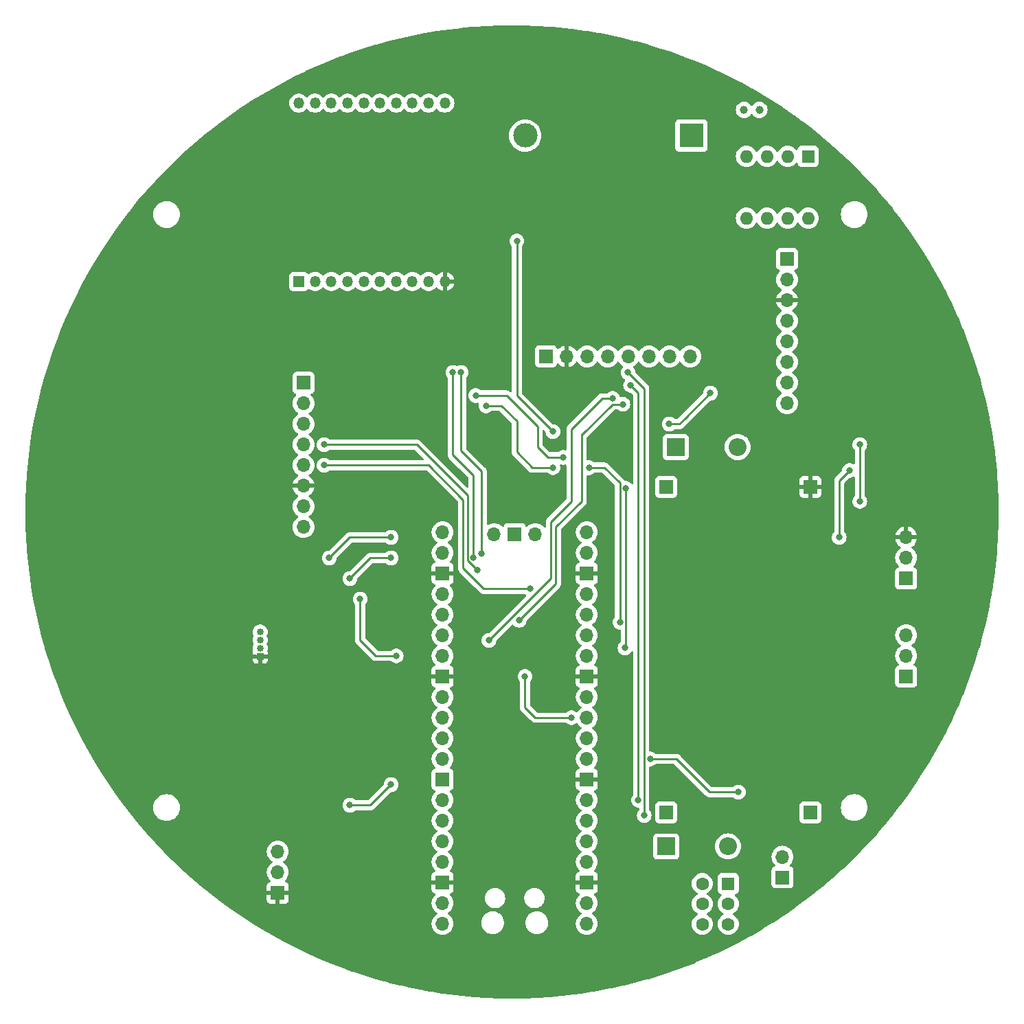
<source format=gbr>
%TF.GenerationSoftware,KiCad,Pcbnew,7.0.9*%
%TF.CreationDate,2023-11-23T17:00:44+01:00*%
%TF.ProjectId,astrasat1,61737472-6173-4617-9431-2e6b69636164,v1*%
%TF.SameCoordinates,Original*%
%TF.FileFunction,Copper,L2,Bot*%
%TF.FilePolarity,Positive*%
%FSLAX46Y46*%
G04 Gerber Fmt 4.6, Leading zero omitted, Abs format (unit mm)*
G04 Created by KiCad (PCBNEW 7.0.9) date 2023-11-23 17:00:44*
%MOMM*%
%LPD*%
G01*
G04 APERTURE LIST*
%TA.AperFunction,ComponentPad*%
%ADD10R,1.700000X1.700000*%
%TD*%
%TA.AperFunction,ComponentPad*%
%ADD11O,1.700000X1.700000*%
%TD*%
%TA.AperFunction,ComponentPad*%
%ADD12R,0.850000X0.850000*%
%TD*%
%TA.AperFunction,ComponentPad*%
%ADD13O,0.850000X0.850000*%
%TD*%
%TA.AperFunction,ComponentPad*%
%ADD14R,2.200000X2.200000*%
%TD*%
%TA.AperFunction,ComponentPad*%
%ADD15O,2.200000X2.200000*%
%TD*%
%TA.AperFunction,ComponentPad*%
%ADD16R,3.000000X3.000000*%
%TD*%
%TA.AperFunction,ComponentPad*%
%ADD17C,3.000000*%
%TD*%
%TA.AperFunction,ComponentPad*%
%ADD18R,1.600000X1.600000*%
%TD*%
%TA.AperFunction,ComponentPad*%
%ADD19O,1.600000X1.600000*%
%TD*%
%TA.AperFunction,ComponentPad*%
%ADD20R,1.350000X1.350000*%
%TD*%
%TA.AperFunction,ComponentPad*%
%ADD21O,1.350000X1.350000*%
%TD*%
%TA.AperFunction,ComponentPad*%
%ADD22C,1.000000*%
%TD*%
%TA.AperFunction,ComponentPad*%
%ADD23C,1.600000*%
%TD*%
%TA.AperFunction,ViaPad*%
%ADD24C,0.800000*%
%TD*%
%TA.AperFunction,Conductor*%
%ADD25C,0.250000*%
%TD*%
G04 APERTURE END LIST*
D10*
%TO.P,U2,1,GND*%
%TO.N,GND1*%
X122925000Y-141315000D03*
D11*
%TO.P,U2,2,+5V*%
%TO.N,VSYS*%
X122925000Y-138775000D03*
%TO.P,U2,3,A*%
%TO.N,/GPIO26*%
X122925000Y-136235000D03*
%TD*%
D10*
%TO.P,U6,1,CD*%
%TO.N,unconnected-(U6-CD-Pad1)*%
X126100000Y-78450000D03*
D11*
%TO.P,U6,2,CS*%
%TO.N,/GPIO9*%
X126100000Y-80990000D03*
%TO.P,U6,3,DI*%
%TO.N,/GPIO11*%
X126100000Y-83530000D03*
%TO.P,U6,4,DO*%
%TO.N,/GPIO8*%
X126100000Y-86070000D03*
%TO.P,U6,5,CLK*%
%TO.N,/GPIO10*%
X126100000Y-88610000D03*
%TO.P,U6,6,GND*%
%TO.N,GND1*%
X126100000Y-91150000D03*
%TO.P,U6,7,3V*%
%TO.N,3V3*%
X126100000Y-93690000D03*
%TO.P,U6,8,5V*%
%TO.N,unconnected-(U6-5V-Pad8)*%
X126100000Y-96230000D03*
%TD*%
D12*
%TO.P,U1,1,GND*%
%TO.N,GND1*%
X120755000Y-112158000D03*
D13*
%TO.P,U1,2,TX*%
%TO.N,/GPIO17*%
X120755000Y-111158000D03*
%TO.P,U1,3,RX*%
%TO.N,/GPIO16*%
X120755000Y-110158000D03*
%TO.P,U1,4,VCC*%
%TO.N,VSYS*%
X120755000Y-109158000D03*
%TD*%
D10*
%TO.P,MainBT1,1,+*%
%TO.N,Net-(MainBT1-+)*%
X185155000Y-139415000D03*
D11*
%TO.P,MainBT1,2,-*%
%TO.N,GND2*%
X185155000Y-136875000D03*
%TD*%
D14*
%TO.P,D2,1,K*%
%TO.N,Net-(BigM1-+)*%
X170815000Y-135600000D03*
D15*
%TO.P,D2,2,A*%
%TO.N,Net-(D2-A)*%
X178435000Y-135600000D03*
%TD*%
D10*
%TO.P,U9,1,IN+*%
%TO.N,Net-(BigM1-+)*%
X170815000Y-131426000D03*
%TO.P,U9,2,IN-*%
%TO.N,GND2*%
X188595000Y-131426000D03*
%TO.P,U9,3,OUT-*%
%TO.N,GND1*%
X188595000Y-91294000D03*
%TO.P,U9,4,OUT+*%
%TO.N,Net-(D1-A)*%
X170815000Y-91294000D03*
%TD*%
D11*
%TO.P,U5,1,GPIO0*%
%TO.N,/GPIO0*%
X161025000Y-145125000D03*
%TO.P,U5,2,GPIO1*%
%TO.N,/GPIO1*%
X161025000Y-142585000D03*
D10*
%TO.P,U5,3,GND*%
%TO.N,GND1*%
X161025000Y-140045000D03*
D11*
%TO.P,U5,4,GPIO2*%
%TO.N,/GPIO2*%
X161025000Y-137505000D03*
%TO.P,U5,5,GPIO3*%
%TO.N,/GPIO3*%
X161025000Y-134965000D03*
%TO.P,U5,6,GPIO4*%
%TO.N,unconnected-(U5-GPIO4-Pad6)*%
X161025000Y-132425000D03*
%TO.P,U5,7,GPIO5*%
%TO.N,unconnected-(U5-GPIO5-Pad7)*%
X161025000Y-129885000D03*
D10*
%TO.P,U5,8,GND*%
%TO.N,GND1*%
X161025000Y-127345000D03*
D11*
%TO.P,U5,9,GPIO6*%
%TO.N,/GPIO6*%
X161025000Y-124805000D03*
%TO.P,U5,10,GPIO7*%
%TO.N,/GPIO7*%
X161025000Y-122265000D03*
%TO.P,U5,11,GPIO8*%
%TO.N,/GPIO8*%
X161025000Y-119725000D03*
%TO.P,U5,12,GPIO9*%
%TO.N,/GPIO9*%
X161025000Y-117185000D03*
D10*
%TO.P,U5,13,GND*%
%TO.N,GND1*%
X161025000Y-114645000D03*
D11*
%TO.P,U5,14,GPIO10*%
%TO.N,/GPIO10*%
X161025000Y-112105000D03*
%TO.P,U5,15,GPIO11*%
%TO.N,/GPIO11*%
X161025000Y-109565000D03*
%TO.P,U5,16,GPIO12*%
%TO.N,/GPIO12*%
X161025000Y-107025000D03*
%TO.P,U5,17,GPIO13*%
%TO.N,/GPIO13*%
X161025000Y-104485000D03*
D10*
%TO.P,U5,18,GND*%
%TO.N,GND1*%
X161025000Y-101945000D03*
D11*
%TO.P,U5,19,GPIO14*%
%TO.N,unconnected-(U5-GPIO14-Pad19)*%
X161025000Y-99405000D03*
%TO.P,U5,20,GPIO15*%
%TO.N,unconnected-(U5-GPIO15-Pad20)*%
X161025000Y-96865000D03*
%TO.P,U5,21,GPIO16*%
%TO.N,/GPIO16*%
X143245000Y-96865000D03*
%TO.P,U5,22,GPIO17*%
%TO.N,/GPIO17*%
X143245000Y-99405000D03*
D10*
%TO.P,U5,23,GND*%
%TO.N,GND1*%
X143245000Y-101945000D03*
D11*
%TO.P,U5,24,GPIO18*%
%TO.N,unconnected-(U5-GPIO18-Pad24)*%
X143245000Y-104485000D03*
%TO.P,U5,25,GPIO19*%
%TO.N,unconnected-(U5-GPIO19-Pad25)*%
X143245000Y-107025000D03*
%TO.P,U5,26,GPIO20*%
%TO.N,/GPIO20*%
X143245000Y-109565000D03*
%TO.P,U5,27,GPIO21*%
%TO.N,/GPIO21*%
X143245000Y-112105000D03*
D10*
%TO.P,U5,28,GND*%
%TO.N,GND1*%
X143245000Y-114645000D03*
D11*
%TO.P,U5,29,GPIO22*%
%TO.N,/GPIO22*%
X143245000Y-117185000D03*
%TO.P,U5,30,RUN*%
%TO.N,unconnected-(U5-RUN-Pad30)*%
X143245000Y-119725000D03*
%TO.P,U5,31,GPIO26_ADC0*%
%TO.N,/GPIO26*%
X143245000Y-122265000D03*
%TO.P,U5,32,GPIO27_ADC1*%
%TO.N,unconnected-(U5-GPIO27_ADC1-Pad32)*%
X143245000Y-124805000D03*
D10*
%TO.P,U5,33,AGND*%
%TO.N,unconnected-(U5-AGND-Pad33)*%
X143245000Y-127345000D03*
D11*
%TO.P,U5,34,GPIO28_ADC2*%
%TO.N,unconnected-(U5-GPIO28_ADC2-Pad34)*%
X143245000Y-129885000D03*
%TO.P,U5,35,ADC_VREF*%
%TO.N,unconnected-(U5-ADC_VREF-Pad35)*%
X143245000Y-132425000D03*
%TO.P,U5,36,3V3*%
%TO.N,3V3*%
X143245000Y-134965000D03*
%TO.P,U5,37,3V3_EN*%
%TO.N,unconnected-(U5-3V3_EN-Pad37)*%
X143245000Y-137505000D03*
D10*
%TO.P,U5,38,GND*%
%TO.N,GND1*%
X143245000Y-140045000D03*
D11*
%TO.P,U5,39,VSYS*%
%TO.N,VSYS*%
X143245000Y-142585000D03*
%TO.P,U5,40,VBUS*%
%TO.N,unconnected-(U5-VBUS-Pad40)*%
X143245000Y-145125000D03*
%TO.P,U5,41,SWCLK*%
%TO.N,unconnected-(U5-SWCLK-Pad41)*%
X154675000Y-97095000D03*
D10*
%TO.P,U5,42,GND*%
%TO.N,unconnected-(U5-GND-Pad42)*%
X152135000Y-97095000D03*
D11*
%TO.P,U5,43,SWDIO*%
%TO.N,unconnected-(U5-SWDIO-Pad43)*%
X149595000Y-97095000D03*
%TD*%
D16*
%TO.P,CellBT1,1,+*%
%TO.N,Net-(CellBT1-+)*%
X173910000Y-47970001D03*
D17*
%TO.P,CellBT1,2,-*%
%TO.N,Net-(CellBT1--)*%
X153420000Y-47970001D03*
%TD*%
D18*
%TO.P,U3,1,VCC2*%
%TO.N,Net-(CellBT1-+)*%
X188320000Y-50520000D03*
D19*
%TO.P,U3,2,X1*%
%TO.N,Net-(U3-X1)*%
X185780000Y-50520000D03*
%TO.P,U3,3,X2*%
%TO.N,Net-(U3-X2)*%
X183240000Y-50520000D03*
%TO.P,U3,4,GND*%
%TO.N,Net-(CellBT1--)*%
X180700000Y-50520000D03*
%TO.P,U3,5,CE*%
%TO.N,/GPIO22*%
X180700000Y-58140000D03*
%TO.P,U3,6,I/O*%
%TO.N,/GPIO20*%
X183240000Y-58140000D03*
%TO.P,U3,7,SCLK*%
%TO.N,/GPIO21*%
X185780000Y-58140000D03*
%TO.P,U3,8,VCC1*%
%TO.N,VSYS*%
X188320000Y-58140000D03*
%TD*%
D10*
%TO.P,BigM1,1,PWM*%
%TO.N,/GPIO6*%
X200395000Y-114630000D03*
D11*
%TO.P,BigM1,2,+*%
%TO.N,Net-(BigM1-+)*%
X200395000Y-112090000D03*
%TO.P,BigM1,3,-*%
%TO.N,GND2*%
X200395000Y-109550000D03*
%TD*%
D20*
%TO.P,U4,1,VCC*%
%TO.N,3V3*%
X125520000Y-65955000D03*
D21*
%TO.P,U4,2,DOUT*%
%TO.N,/GPIO0*%
X127520000Y-65955000D03*
%TO.P,U4,3,DIN/~{CON}*%
%TO.N,/GPIO1*%
X129520000Y-65955000D03*
%TO.P,U4,4,DI012*%
%TO.N,unconnected-(U4-DI012-Pad4)*%
X131520000Y-65955000D03*
%TO.P,U4,5,~{RESET}*%
%TO.N,unconnected-(U4-~{RESET}-Pad5)*%
X133520000Y-65955000D03*
%TO.P,U4,6,DIO10*%
%TO.N,unconnected-(U4-DIO10-Pad6)*%
X135520000Y-65955000D03*
%TO.P,U4,7,DIO11*%
%TO.N,unconnected-(U4-DIO11-Pad7)*%
X137520000Y-65955000D03*
%TO.P,U4,8,RESERV*%
%TO.N,unconnected-(U4-RESERV-Pad8)*%
X139520000Y-65955000D03*
%TO.P,U4,9,DIO8*%
%TO.N,unconnected-(U4-DIO8-Pad9)*%
X141520000Y-65955000D03*
%TO.P,U4,10,GND*%
%TO.N,GND1*%
X143520000Y-65955000D03*
%TO.P,U4,11,DIO4*%
%TO.N,unconnected-(U4-DIO4-Pad11)*%
X143520000Y-43955000D03*
%TO.P,U4,12,DIO7*%
%TO.N,unconnected-(U4-DIO7-Pad12)*%
X141520000Y-43955000D03*
%TO.P,U4,13,ON/~{SLP}*%
%TO.N,unconnected-(U4-ON{slash}~{SLP}-Pad13)*%
X139520000Y-43955000D03*
%TO.P,U4,14,VREF*%
%TO.N,unconnected-(U4-VREF-Pad14)*%
X137520000Y-43955000D03*
%TO.P,U4,15,DIO5*%
%TO.N,unconnected-(U4-DIO5-Pad15)*%
X135520000Y-43955000D03*
%TO.P,U4,16,DIO6*%
%TO.N,unconnected-(U4-DIO6-Pad16)*%
X133520000Y-43955000D03*
%TO.P,U4,17,AD3/DIO3*%
%TO.N,unconnected-(U4-AD3{slash}DIO3-Pad17)*%
X131520000Y-43955000D03*
%TO.P,U4,18,AD2/DIO2*%
%TO.N,unconnected-(U4-AD2{slash}DIO2-Pad18)*%
X129520000Y-43955000D03*
%TO.P,U4,19,AD1/DIO1*%
%TO.N,unconnected-(U4-AD1{slash}DIO1-Pad19)*%
X127520000Y-43955000D03*
%TO.P,U4,20,BTN*%
%TO.N,unconnected-(U4-BTN-Pad20)*%
X125520000Y-43955000D03*
%TD*%
D22*
%TO.P,Y1,1,1*%
%TO.N,Net-(U3-X2)*%
X180395000Y-44795000D03*
%TO.P,Y1,2,2*%
%TO.N,Net-(U3-X1)*%
X182295000Y-44795000D03*
%TD*%
D11*
%TO.P,SmallM1,3,-*%
%TO.N,GND1*%
X200395000Y-97485000D03*
%TO.P,SmallM1,2,+*%
%TO.N,VSYS*%
X200395000Y-100025000D03*
D10*
%TO.P,SmallM1,1,PWM*%
%TO.N,/GPIO7*%
X200395000Y-102565000D03*
%TD*%
D18*
%TO.P,SW1,1,A*%
%TO.N,Net-(D2-A)*%
X178460000Y-140177500D03*
D23*
%TO.P,SW1,2,B*%
%TO.N,Net-(MainBT1-+)*%
X178460000Y-142677500D03*
%TO.P,SW1,3,C*%
%TO.N,unconnected-(SW1-C-Pad3)*%
X178460000Y-145177500D03*
%TO.P,SW1,4*%
%TO.N,N/C*%
X175260000Y-140177500D03*
%TO.P,SW1,5*%
X175260000Y-142677500D03*
%TO.P,SW1,6*%
X175260000Y-145177500D03*
%TD*%
D10*
%TO.P,U7,1,Vin*%
%TO.N,3V3*%
X185710000Y-63190000D03*
D11*
%TO.P,U7,2,3Vo*%
%TO.N,unconnected-(U7-3Vo-Pad2)*%
X185710000Y-65730000D03*
%TO.P,U7,3,GND*%
%TO.N,GND1*%
X185710000Y-68270000D03*
%TO.P,U7,4,SCK*%
%TO.N,/GPIO13*%
X185710000Y-70810000D03*
%TO.P,U7,5,SDO*%
%TO.N,unconnected-(U7-SDO-Pad5)*%
X185710000Y-73350000D03*
%TO.P,U7,6,SDI*%
%TO.N,/GPIO12*%
X185710000Y-75890000D03*
%TO.P,U7,7,CS*%
%TO.N,unconnected-(U7-CS-Pad7)*%
X185710000Y-78430000D03*
%TO.P,U7,8,INT*%
%TO.N,unconnected-(U7-INT-Pad8)*%
X185710000Y-80970000D03*
%TD*%
D10*
%TO.P,U8,1,VCC*%
%TO.N,3V3*%
X155985000Y-75175000D03*
D11*
%TO.P,U8,2,GND*%
%TO.N,GND1*%
X158525000Y-75175000D03*
%TO.P,U8,3,SCL*%
%TO.N,/GPIO3*%
X161065000Y-75175000D03*
%TO.P,U8,4,SDA*%
%TO.N,/GPIO2*%
X163605000Y-75175000D03*
%TO.P,U8,5,XDA*%
%TO.N,unconnected-(U8-XDA-Pad5)*%
X166145000Y-75175000D03*
%TO.P,U8,6,XCL*%
%TO.N,unconnected-(U8-XCL-Pad6)*%
X168685000Y-75175000D03*
%TO.P,U8,7,AD0*%
%TO.N,unconnected-(U8-AD0-Pad7)*%
X171225000Y-75175000D03*
%TO.P,U8,8,INT*%
%TO.N,unconnected-(U8-INT-Pad8)*%
X173765000Y-75175000D03*
%TD*%
D14*
%TO.P,D1,1,K*%
%TO.N,VSYS*%
X172005000Y-86360000D03*
D15*
%TO.P,D1,2,A*%
%TO.N,Net-(D1-A)*%
X179625000Y-86360000D03*
%TD*%
D24*
%TO.N,/GPIO22*%
X148960000Y-110200000D03*
X164200000Y-80355000D03*
%TO.N,/GPIO20*%
X165470000Y-81079500D03*
X152680500Y-107732098D03*
%TO.N,/GPIO21*%
X176265000Y-79720000D03*
X171185000Y-83530000D03*
X133085000Y-105120000D03*
X137530000Y-112105000D03*
%TO.N,VSYS*%
X156845000Y-84455000D03*
X152400000Y-60960000D03*
%TO.N,/GPIO0*%
X144515000Y-77180000D03*
X147055000Y-100040000D03*
%TO.N,/GPIO1*%
X148071000Y-99532000D03*
X145531000Y-77180000D03*
%TO.N,/GPIO2*%
X168099500Y-131790000D03*
X166105000Y-77180000D03*
%TO.N,/GPIO3*%
X167375000Y-129885000D03*
X166422500Y-78767500D03*
%TO.N,/GPIO6*%
X179705000Y-128905000D03*
X168859200Y-124815600D03*
%TO.N,/GPIO8*%
X153405000Y-114645000D03*
X159120000Y-119725000D03*
X128640000Y-86070000D03*
X147495201Y-101504799D03*
%TO.N,/GPIO9*%
X165735000Y-111125000D03*
X158115000Y-87630000D03*
X165824500Y-91440000D03*
X147320000Y-80010000D03*
%TO.N,/GPIO10*%
X128640000Y-88610000D03*
X154040000Y-103850000D03*
%TO.N,/GPIO11*%
X148590000Y-81280000D03*
X161290000Y-88900000D03*
X156845000Y-88900000D03*
X165100000Y-107950000D03*
%TO.N,/GPIO12*%
X194680000Y-86070000D03*
X194680000Y-93055000D03*
%TO.N,/GPIO13*%
X193410000Y-89245000D03*
X192140000Y-97500000D03*
%TO.N,/GPIO16*%
X136895000Y-97500000D03*
X129275000Y-100040000D03*
%TO.N,/GPIO17*%
X136895000Y-100040000D03*
X131815000Y-102580000D03*
%TO.N,/GPIO26*%
X131815000Y-130520000D03*
X136895000Y-127980000D03*
%TD*%
D25*
%TO.N,/GPIO22*%
X148960000Y-110200000D02*
X156580000Y-102580000D01*
X156580000Y-95595000D02*
X159120000Y-93055000D01*
X162930000Y-80355000D02*
X164200000Y-80355000D01*
X159120000Y-84165000D02*
X162930000Y-80355000D01*
X159120000Y-93055000D02*
X159120000Y-84165000D01*
X156580000Y-102580000D02*
X156580000Y-95595000D01*
%TO.N,/GPIO20*%
X152697902Y-107732098D02*
X157215000Y-103215000D01*
X160390000Y-93055000D02*
X160390000Y-84800000D01*
X165469500Y-81080000D02*
X165470000Y-81079500D01*
X157215000Y-96230000D02*
X160390000Y-93055000D01*
X157215000Y-103215000D02*
X157215000Y-96230000D01*
X152680500Y-107732098D02*
X152697902Y-107732098D01*
X160480000Y-84800000D02*
X164200000Y-81080000D01*
X160390000Y-84800000D02*
X160480000Y-84800000D01*
X164200000Y-81080000D02*
X165469500Y-81080000D01*
%TO.N,/GPIO21*%
X134990000Y-112105000D02*
X137530000Y-112105000D01*
X133085000Y-110200000D02*
X134990000Y-112105000D01*
X133085000Y-105120000D02*
X133085000Y-110200000D01*
X176265000Y-79720000D02*
X173090000Y-82895000D01*
X172455000Y-83530000D02*
X171185000Y-83530000D01*
X173090000Y-82895000D02*
X172455000Y-83530000D01*
%TO.N,VSYS*%
X152400000Y-60960000D02*
X152400000Y-80010000D01*
X152400000Y-80010000D02*
X156845000Y-84455000D01*
%TO.N,/GPIO0*%
X144515000Y-77180000D02*
X144515000Y-87340000D01*
X144515000Y-87340000D02*
X147055000Y-89880000D01*
X147055000Y-89880000D02*
X147055000Y-100040000D01*
%TO.N,/GPIO1*%
X148071000Y-89372000D02*
X145531000Y-86832000D01*
X145531000Y-86832000D02*
X145531000Y-77180000D01*
X148071000Y-99532000D02*
X148071000Y-89372000D01*
%TO.N,/GPIO2*%
X168100000Y-131789500D02*
X168099500Y-131790000D01*
X166105000Y-77180000D02*
X168100000Y-79175000D01*
X168100000Y-79175000D02*
X168100000Y-131789500D01*
%TO.N,/GPIO3*%
X167375000Y-79720000D02*
X166422500Y-78767500D01*
X167375000Y-129885000D02*
X167375000Y-79720000D01*
%TO.N,/GPIO6*%
X172085000Y-124815600D02*
X176174400Y-128905000D01*
X176174400Y-128905000D02*
X179705000Y-128905000D01*
X168859200Y-124815600D02*
X172085000Y-124815600D01*
%TO.N,/GPIO8*%
X128640000Y-86070000D02*
X140070000Y-86070000D01*
X153405000Y-114645000D02*
X153405000Y-118455000D01*
X140070000Y-86070000D02*
X146330000Y-92330000D01*
X146330000Y-92330000D02*
X146330000Y-100339598D01*
X153405000Y-118455000D02*
X154675000Y-119725000D01*
X154675000Y-119725000D02*
X159120000Y-119725000D01*
X146330000Y-100339598D02*
X147495201Y-101504799D01*
%TO.N,/GPIO9*%
X154940000Y-86360000D02*
X156210000Y-87630000D01*
X156210000Y-87630000D02*
X158115000Y-87630000D01*
X165824500Y-111035500D02*
X165735000Y-111125000D01*
X154940000Y-83820000D02*
X154940000Y-86360000D01*
X147320000Y-80010000D02*
X151130000Y-80010000D01*
X151130000Y-80010000D02*
X154940000Y-83820000D01*
X165824500Y-91440000D02*
X165824500Y-111035500D01*
%TO.N,/GPIO10*%
X148325000Y-103850000D02*
X154040000Y-103850000D01*
X141525000Y-88610000D02*
X145785000Y-92870000D01*
X145785000Y-101310000D02*
X148325000Y-103850000D01*
X128640000Y-88610000D02*
X141525000Y-88610000D01*
X145785000Y-92870000D02*
X145785000Y-101310000D01*
%TO.N,/GPIO11*%
X150495000Y-81280000D02*
X148590000Y-81280000D01*
X163195000Y-88900000D02*
X165020000Y-90725000D01*
X165020000Y-90725000D02*
X165100000Y-90805000D01*
X152400000Y-83185000D02*
X150495000Y-81280000D01*
X154305000Y-88900000D02*
X152400000Y-86995000D01*
X152400000Y-86995000D02*
X152400000Y-83185000D01*
X165100000Y-90805000D02*
X165100000Y-107950000D01*
X156845000Y-88900000D02*
X154305000Y-88900000D01*
X161290000Y-88900000D02*
X163195000Y-88900000D01*
%TO.N,/GPIO12*%
X194680000Y-86070000D02*
X194680000Y-93055000D01*
%TO.N,/GPIO13*%
X192140000Y-90515000D02*
X192140000Y-97500000D01*
X193410000Y-89245000D02*
X192140000Y-90515000D01*
%TO.N,/GPIO16*%
X131815000Y-97500000D02*
X136895000Y-97500000D01*
X129275000Y-100040000D02*
X131815000Y-97500000D01*
%TO.N,/GPIO17*%
X131815000Y-102580000D02*
X134355000Y-100040000D01*
X134355000Y-100040000D02*
X136895000Y-100040000D01*
%TO.N,/GPIO26*%
X131815000Y-130520000D02*
X134355000Y-130520000D01*
X134355000Y-130520000D02*
X136895000Y-127980000D01*
%TD*%
%TA.AperFunction,Conductor*%
%TO.N,GND1*%
G36*
X153238236Y-34378825D02*
G01*
X153401092Y-34381985D01*
X154777948Y-34435194D01*
X154947165Y-34442856D01*
X156316045Y-34531102D01*
X156491210Y-34543578D01*
X157851299Y-34666493D01*
X158032109Y-34684080D01*
X159382909Y-34841313D01*
X159568850Y-34864266D01*
X160801449Y-35040014D01*
X160909506Y-35055422D01*
X161100473Y-35084025D01*
X162430531Y-35308753D01*
X162625825Y-35343189D01*
X163944619Y-35601103D01*
X164144047Y-35641610D01*
X165450884Y-35932310D01*
X165653989Y-35979062D01*
X166948325Y-36302170D01*
X167154709Y-36355330D01*
X168435968Y-36710458D01*
X168645245Y-36770174D01*
X169912638Y-37156862D01*
X170124647Y-37223332D01*
X171377550Y-37641153D01*
X171591752Y-37714444D01*
X172829553Y-38162962D01*
X172998605Y-38225733D01*
X173045798Y-38243256D01*
X174267926Y-38722041D01*
X174425481Y-38785224D01*
X174485653Y-38809355D01*
X175691512Y-39317957D01*
X175910437Y-39412392D01*
X177099441Y-39950355D01*
X177319176Y-40051956D01*
X178490720Y-40618798D01*
X178710942Y-40727622D01*
X179686196Y-41230881D01*
X179864324Y-41322801D01*
X180084859Y-41438966D01*
X181219655Y-42062065D01*
X181439890Y-42185450D01*
X182555482Y-42835937D01*
X182775267Y-42966647D01*
X182850114Y-43012912D01*
X183871073Y-43643994D01*
X184020352Y-43738081D01*
X184090033Y-43781998D01*
X185165594Y-44485738D01*
X185383325Y-44630968D01*
X186437979Y-45360485D01*
X186577293Y-45458707D01*
X186654306Y-45513004D01*
X187520348Y-46145634D01*
X187687561Y-46267780D01*
X187902098Y-46427497D01*
X188913495Y-47207024D01*
X189019543Y-47290319D01*
X189125866Y-47373832D01*
X190114897Y-48177549D01*
X190324804Y-48351381D01*
X191291003Y-49178747D01*
X191498165Y-49359537D01*
X192440904Y-50209849D01*
X192645171Y-50397633D01*
X192774006Y-50519998D01*
X193564063Y-51270380D01*
X193764930Y-51464857D01*
X194659564Y-52359491D01*
X194856838Y-52560628D01*
X195726669Y-53476451D01*
X195920134Y-53684185D01*
X196764780Y-54620643D01*
X196954052Y-54834715D01*
X197773086Y-55791184D01*
X197885145Y-55924730D01*
X197958009Y-56011567D01*
X198123200Y-56214846D01*
X198711159Y-56938372D01*
X198750934Y-56987317D01*
X198792864Y-57039995D01*
X198931279Y-57213892D01*
X198998310Y-57300861D01*
X199692555Y-58201610D01*
X199697685Y-58208265D01*
X199817224Y-58366686D01*
X199873211Y-58440883D01*
X200549536Y-59366741D01*
X200612775Y-59453312D01*
X200783194Y-59691742D01*
X201495546Y-60721580D01*
X201660583Y-60965576D01*
X202345360Y-62012154D01*
X202504878Y-62261658D01*
X203161676Y-63324221D01*
X203315452Y-63579025D01*
X203943995Y-64656984D01*
X204091781Y-64916822D01*
X204542720Y-65738077D01*
X204667544Y-65965408D01*
X204691701Y-66009402D01*
X204730033Y-66081046D01*
X204833375Y-66274199D01*
X205404417Y-67380805D01*
X205539701Y-67650177D01*
X206081574Y-68770116D01*
X206210318Y-69043894D01*
X206722735Y-70176439D01*
X206844784Y-70454424D01*
X207327480Y-71598861D01*
X207442669Y-71880810D01*
X207895407Y-73036451D01*
X208003578Y-73322102D01*
X208426121Y-74488218D01*
X208527151Y-74777373D01*
X208919245Y-75953130D01*
X209013053Y-76245696D01*
X209374514Y-77430408D01*
X209460913Y-77725941D01*
X209791564Y-78918892D01*
X209870484Y-79217279D01*
X210170152Y-80417718D01*
X210241461Y-80718595D01*
X210510006Y-81925834D01*
X210573623Y-82228980D01*
X210810899Y-83442250D01*
X210866736Y-83747371D01*
X211018107Y-84643259D01*
X211066476Y-84929534D01*
X211072608Y-84965823D01*
X211101807Y-85152516D01*
X211120626Y-85272848D01*
X211295007Y-86495852D01*
X211335106Y-86804285D01*
X211477909Y-88031124D01*
X211510040Y-88340679D01*
X211621189Y-89570576D01*
X211645324Y-89881085D01*
X211724757Y-91113263D01*
X211740863Y-91424416D01*
X211788540Y-92658135D01*
X211796597Y-92969684D01*
X211814500Y-94360000D01*
X211796597Y-95750315D01*
X211788540Y-96061864D01*
X211740863Y-97295583D01*
X211724757Y-97606736D01*
X211645324Y-98838914D01*
X211621189Y-99149423D01*
X211510040Y-100379320D01*
X211477909Y-100688875D01*
X211335106Y-101915714D01*
X211295007Y-102224147D01*
X211120626Y-103447151D01*
X211108845Y-103522482D01*
X211072618Y-103754112D01*
X211045351Y-103915498D01*
X210866736Y-104972628D01*
X210810899Y-105277749D01*
X210573623Y-106491019D01*
X210510006Y-106794165D01*
X210241461Y-108001404D01*
X210170152Y-108302281D01*
X209870484Y-109502720D01*
X209791564Y-109801107D01*
X209460913Y-110994058D01*
X209374514Y-111289591D01*
X209013053Y-112474303D01*
X208919245Y-112766869D01*
X208527151Y-113942626D01*
X208426121Y-114231781D01*
X208003578Y-115397897D01*
X207895407Y-115683548D01*
X207442669Y-116839189D01*
X207327480Y-117121138D01*
X206844784Y-118265575D01*
X206722735Y-118543560D01*
X206210318Y-119676105D01*
X206081574Y-119949883D01*
X205539701Y-121069822D01*
X205404417Y-121339194D01*
X204833375Y-122445800D01*
X204691715Y-122710572D01*
X204091781Y-123803177D01*
X203943995Y-124063015D01*
X203315452Y-125140974D01*
X203161676Y-125395778D01*
X202504878Y-126458341D01*
X202345360Y-126707845D01*
X201660583Y-127754423D01*
X201495546Y-127998419D01*
X200783194Y-129028257D01*
X200612775Y-129266687D01*
X199873225Y-130279098D01*
X199697698Y-130511717D01*
X198931279Y-131506107D01*
X198750937Y-131732678D01*
X197958009Y-132708432D01*
X197773083Y-132928820D01*
X196954061Y-133885274D01*
X196764780Y-134099356D01*
X195920134Y-135035814D01*
X195726669Y-135243548D01*
X194856838Y-136159371D01*
X194659564Y-136360508D01*
X193764930Y-137255142D01*
X193564063Y-137449619D01*
X192645160Y-138322377D01*
X192440919Y-138510137D01*
X191498165Y-139360462D01*
X191291003Y-139541252D01*
X190324817Y-140368607D01*
X190114907Y-140542443D01*
X189125868Y-141346166D01*
X188913495Y-141512975D01*
X187902098Y-142292502D01*
X187687561Y-142452219D01*
X186654309Y-143206993D01*
X186437983Y-143359511D01*
X185383325Y-144089032D01*
X185165559Y-144234284D01*
X184090043Y-144937994D01*
X183871073Y-145076005D01*
X182775277Y-145753346D01*
X182555482Y-145884062D01*
X181439890Y-146534549D01*
X181219642Y-146657941D01*
X180084858Y-147281033D01*
X179864324Y-147397198D01*
X178710957Y-147992370D01*
X178490655Y-148101232D01*
X177319168Y-148668047D01*
X177099391Y-148769667D01*
X176277475Y-149141541D01*
X175910450Y-149307601D01*
X175838300Y-149338724D01*
X175691472Y-149402059D01*
X174485653Y-149910644D01*
X174267895Y-149997970D01*
X173045800Y-150476742D01*
X172829572Y-150557030D01*
X171591784Y-151005543D01*
X171377513Y-151078858D01*
X170124666Y-151496661D01*
X169912542Y-151563167D01*
X168645277Y-151949815D01*
X168435906Y-152009558D01*
X167154754Y-152364656D01*
X166948293Y-152417837D01*
X165653989Y-152740937D01*
X165450872Y-152787692D01*
X164144043Y-153078390D01*
X163944552Y-153118910D01*
X162625835Y-153376808D01*
X162430487Y-153411253D01*
X161100470Y-153635975D01*
X160909506Y-153664577D01*
X159568872Y-153855730D01*
X159382798Y-153878699D01*
X158032115Y-154035918D01*
X157851283Y-154053507D01*
X156491225Y-154176419D01*
X156315955Y-154188903D01*
X154947209Y-154277141D01*
X154777888Y-154284808D01*
X153401097Y-154338014D01*
X153238088Y-154341175D01*
X151853951Y-154358998D01*
X151697503Y-154357987D01*
X150306740Y-154340079D01*
X150157342Y-154335248D01*
X148760515Y-154281268D01*
X148618530Y-154272998D01*
X147216352Y-154182605D01*
X147081997Y-154171288D01*
X145675204Y-154044153D01*
X145548974Y-154030225D01*
X144138136Y-153866004D01*
X144020335Y-153849914D01*
X142606177Y-153648278D01*
X142497139Y-153630502D01*
X141080274Y-153391107D01*
X140980574Y-153372195D01*
X139561583Y-153094686D01*
X139471221Y-153075112D01*
X138179126Y-152787692D01*
X138050995Y-152759190D01*
X138020069Y-152751648D01*
X137970486Y-152739558D01*
X136549542Y-152384845D01*
X136532795Y-152380299D01*
X136479279Y-152365774D01*
X135708553Y-152152151D01*
X135058230Y-151971901D01*
X134998549Y-151954033D01*
X133578110Y-151520651D01*
X133539778Y-151508087D01*
X133529099Y-151504586D01*
X132252485Y-151078858D01*
X132110028Y-151031351D01*
X132101427Y-151028283D01*
X132072360Y-151017916D01*
X130655099Y-150504369D01*
X130633045Y-150495855D01*
X130628889Y-150494250D01*
X129214249Y-149940046D01*
X129209463Y-149938054D01*
X129199811Y-149934038D01*
X127788367Y-149338724D01*
X127786148Y-149337733D01*
X126380349Y-148701683D01*
X124989596Y-148028778D01*
X123616630Y-147320287D01*
X122262362Y-146576679D01*
X120927689Y-145798449D01*
X119838189Y-145125000D01*
X141889341Y-145125000D01*
X141909936Y-145360403D01*
X141909938Y-145360413D01*
X141971094Y-145588655D01*
X141971096Y-145588659D01*
X141971097Y-145588663D01*
X142022333Y-145698539D01*
X142070965Y-145802830D01*
X142070967Y-145802834D01*
X142132630Y-145890897D01*
X142206505Y-145996401D01*
X142373599Y-146163495D01*
X142457260Y-146222075D01*
X142567165Y-146299032D01*
X142567167Y-146299033D01*
X142567170Y-146299035D01*
X142781337Y-146398903D01*
X142781343Y-146398904D01*
X142781344Y-146398905D01*
X142801251Y-146404239D01*
X143009592Y-146460063D01*
X143197918Y-146476539D01*
X143244999Y-146480659D01*
X143245000Y-146480659D01*
X143245001Y-146480659D01*
X143284234Y-146477226D01*
X143480408Y-146460063D01*
X143708663Y-146398903D01*
X143922830Y-146299035D01*
X144116401Y-146163495D01*
X144283495Y-145996401D01*
X144419035Y-145802830D01*
X144518903Y-145588663D01*
X144580063Y-145360408D01*
X144600659Y-145125000D01*
X144589285Y-144995000D01*
X148004700Y-144995000D01*
X148007359Y-145027097D01*
X148011955Y-145082567D01*
X148015819Y-145173523D01*
X148015820Y-145173534D01*
X148020939Y-145197284D01*
X148022120Y-145205233D01*
X148023865Y-145226301D01*
X148046205Y-145314519D01*
X148066046Y-145406582D01*
X148073883Y-145426084D01*
X148076458Y-145433987D01*
X148080844Y-145451303D01*
X148118655Y-145537504D01*
X148154934Y-145627787D01*
X148154935Y-145627788D01*
X148164232Y-145642888D01*
X148168218Y-145650495D01*
X148174076Y-145663850D01*
X148227275Y-145745277D01*
X148279930Y-145830794D01*
X148286543Y-145838308D01*
X148297263Y-145852402D01*
X148299738Y-145856189D01*
X148301021Y-145858153D01*
X148369027Y-145932028D01*
X148437436Y-146009755D01*
X148442564Y-146013895D01*
X148455882Y-146026377D01*
X148458216Y-146028913D01*
X148539933Y-146092515D01*
X148622920Y-146159523D01*
X148622922Y-146159524D01*
X148625678Y-146161064D01*
X148641360Y-146171460D01*
X148641367Y-146171465D01*
X148641371Y-146171467D01*
X148641374Y-146171470D01*
X148734885Y-146222075D01*
X148735162Y-146222225D01*
X148831046Y-146275790D01*
X148833849Y-146277058D01*
X148840695Y-146280097D01*
X148840794Y-146279873D01*
X148845490Y-146281932D01*
X148845497Y-146281936D01*
X148949276Y-146317563D01*
X149055829Y-146355211D01*
X149056398Y-146355308D01*
X149061129Y-146356312D01*
X149065007Y-146357294D01*
X149065019Y-146357298D01*
X149176324Y-146375871D01*
X149290791Y-146395499D01*
X149290800Y-146395500D01*
X149526044Y-146395500D01*
X149526049Y-146395500D01*
X149559073Y-146389988D01*
X149582469Y-146386085D01*
X149587407Y-146385463D01*
X149647541Y-146380346D01*
X149699615Y-146366786D01*
X149705017Y-146365634D01*
X149754981Y-146357298D01*
X149812186Y-146337658D01*
X149816663Y-146336309D01*
X149878249Y-146320275D01*
X149884249Y-146317563D01*
X149905255Y-146308067D01*
X149924297Y-146299459D01*
X149929681Y-146297322D01*
X149974503Y-146281936D01*
X150030554Y-146251601D01*
X150034527Y-146249632D01*
X150043156Y-146245730D01*
X150095486Y-146222077D01*
X150134647Y-146195608D01*
X150139820Y-146192469D01*
X150178626Y-146171470D01*
X150231532Y-146130290D01*
X150234850Y-146127881D01*
X150293003Y-146088579D01*
X150324770Y-146058131D01*
X150329548Y-146054002D01*
X150361784Y-146028913D01*
X150364109Y-146026388D01*
X150379420Y-146009755D01*
X150409389Y-145977198D01*
X150412101Y-145974432D01*
X150465118Y-145923621D01*
X150489329Y-145890883D01*
X150493540Y-145885785D01*
X150518979Y-145858153D01*
X150559206Y-145796578D01*
X150561241Y-145793652D01*
X150606879Y-145731947D01*
X150623733Y-145698517D01*
X150627170Y-145692552D01*
X150645924Y-145663849D01*
X150676805Y-145593445D01*
X150678174Y-145590538D01*
X150714207Y-145519074D01*
X150724208Y-145486413D01*
X150726701Y-145479694D01*
X150739157Y-145451300D01*
X150758827Y-145373621D01*
X150759635Y-145370732D01*
X150784016Y-145291123D01*
X150787936Y-145260508D01*
X150789330Y-145253170D01*
X150796134Y-145226305D01*
X150803132Y-145141845D01*
X150814298Y-145054654D01*
X150813126Y-145027079D01*
X150813281Y-145019355D01*
X150815300Y-144995000D01*
X153454700Y-144995000D01*
X153457359Y-145027097D01*
X153461955Y-145082567D01*
X153465819Y-145173523D01*
X153465820Y-145173534D01*
X153470939Y-145197284D01*
X153472120Y-145205233D01*
X153473865Y-145226301D01*
X153496205Y-145314519D01*
X153516046Y-145406582D01*
X153523883Y-145426084D01*
X153526458Y-145433987D01*
X153530844Y-145451303D01*
X153568655Y-145537504D01*
X153604934Y-145627787D01*
X153604935Y-145627788D01*
X153614232Y-145642888D01*
X153618218Y-145650495D01*
X153624076Y-145663850D01*
X153677275Y-145745277D01*
X153729930Y-145830794D01*
X153736543Y-145838308D01*
X153747263Y-145852402D01*
X153749738Y-145856189D01*
X153751021Y-145858153D01*
X153819027Y-145932028D01*
X153887436Y-146009755D01*
X153892564Y-146013895D01*
X153905882Y-146026377D01*
X153908216Y-146028913D01*
X153989933Y-146092515D01*
X154072920Y-146159523D01*
X154072922Y-146159524D01*
X154075678Y-146161064D01*
X154091360Y-146171460D01*
X154091367Y-146171465D01*
X154091371Y-146171467D01*
X154091374Y-146171470D01*
X154184885Y-146222075D01*
X154185162Y-146222225D01*
X154281046Y-146275790D01*
X154283849Y-146277058D01*
X154290695Y-146280097D01*
X154290794Y-146279873D01*
X154295490Y-146281932D01*
X154295497Y-146281936D01*
X154399276Y-146317563D01*
X154505829Y-146355211D01*
X154506398Y-146355308D01*
X154511129Y-146356312D01*
X154515007Y-146357294D01*
X154515019Y-146357298D01*
X154626324Y-146375871D01*
X154740791Y-146395499D01*
X154740800Y-146395500D01*
X154976044Y-146395500D01*
X154976049Y-146395500D01*
X155009073Y-146389988D01*
X155032469Y-146386085D01*
X155037407Y-146385463D01*
X155097541Y-146380346D01*
X155149615Y-146366786D01*
X155155017Y-146365634D01*
X155204981Y-146357298D01*
X155262186Y-146337658D01*
X155266663Y-146336309D01*
X155328249Y-146320275D01*
X155334249Y-146317563D01*
X155355255Y-146308067D01*
X155374297Y-146299459D01*
X155379681Y-146297322D01*
X155424503Y-146281936D01*
X155480554Y-146251601D01*
X155484527Y-146249632D01*
X155493156Y-146245730D01*
X155545486Y-146222077D01*
X155584647Y-146195608D01*
X155589820Y-146192469D01*
X155628626Y-146171470D01*
X155681532Y-146130290D01*
X155684850Y-146127881D01*
X155743003Y-146088579D01*
X155774770Y-146058131D01*
X155779548Y-146054002D01*
X155811784Y-146028913D01*
X155814109Y-146026388D01*
X155829420Y-146009755D01*
X155859389Y-145977198D01*
X155862101Y-145974432D01*
X155915118Y-145923621D01*
X155939329Y-145890883D01*
X155943540Y-145885785D01*
X155968979Y-145858153D01*
X156009206Y-145796578D01*
X156011241Y-145793652D01*
X156056879Y-145731947D01*
X156073733Y-145698517D01*
X156077170Y-145692552D01*
X156095924Y-145663849D01*
X156126805Y-145593445D01*
X156128174Y-145590538D01*
X156164207Y-145519074D01*
X156174208Y-145486413D01*
X156176701Y-145479694D01*
X156189157Y-145451300D01*
X156208827Y-145373621D01*
X156209635Y-145370732D01*
X156234016Y-145291123D01*
X156237936Y-145260508D01*
X156239330Y-145253170D01*
X156246134Y-145226305D01*
X156253132Y-145141845D01*
X156264298Y-145054654D01*
X156263126Y-145027079D01*
X156263281Y-145019355D01*
X156265300Y-144995000D01*
X156264981Y-144991152D01*
X156258044Y-144907432D01*
X156254180Y-144816474D01*
X156254180Y-144816468D01*
X156249059Y-144792709D01*
X156247879Y-144784762D01*
X156246134Y-144763695D01*
X156246133Y-144763692D01*
X156246133Y-144763688D01*
X156223794Y-144675480D01*
X156223794Y-144675479D01*
X156203954Y-144583419D01*
X156196115Y-144563912D01*
X156193541Y-144556015D01*
X156189157Y-144538700D01*
X156151344Y-144452495D01*
X156115064Y-144362210D01*
X156105768Y-144347112D01*
X156101779Y-144339500D01*
X156101279Y-144338361D01*
X156095924Y-144326151D01*
X156073269Y-144291475D01*
X156042724Y-144244721D01*
X155990071Y-144159208D01*
X155990070Y-144159207D01*
X155990069Y-144159205D01*
X155983451Y-144151686D01*
X155972727Y-144137584D01*
X155968978Y-144131845D01*
X155900972Y-144057971D01*
X155832565Y-143980246D01*
X155827439Y-143976107D01*
X155814117Y-143963621D01*
X155811785Y-143961088D01*
X155811783Y-143961086D01*
X155730066Y-143897484D01*
X155647080Y-143830477D01*
X155647073Y-143830472D01*
X155644311Y-143828929D01*
X155628643Y-143818542D01*
X155628634Y-143818535D01*
X155628628Y-143818532D01*
X155628626Y-143818530D01*
X155534837Y-143767774D01*
X155438954Y-143714210D01*
X155438953Y-143714209D01*
X155438952Y-143714209D01*
X155436381Y-143713047D01*
X155429284Y-143709898D01*
X155429188Y-143710119D01*
X155424506Y-143708065D01*
X155320723Y-143672436D01*
X155214168Y-143634788D01*
X155214160Y-143634786D01*
X155213612Y-143634692D01*
X155208889Y-143633691D01*
X155204989Y-143632703D01*
X155093675Y-143614128D01*
X154979209Y-143594500D01*
X154979200Y-143594500D01*
X154976049Y-143594500D01*
X154743951Y-143594500D01*
X154743950Y-143594500D01*
X154687533Y-143603913D01*
X154682587Y-143604535D01*
X154680099Y-143604747D01*
X154622469Y-143609652D01*
X154622461Y-143609653D01*
X154570397Y-143623208D01*
X154564981Y-143624363D01*
X154515013Y-143632703D01*
X154457840Y-143652331D01*
X154453330Y-143653690D01*
X154391749Y-143669725D01*
X154391744Y-143669727D01*
X154345711Y-143690535D01*
X154340304Y-143692680D01*
X154295503Y-143708060D01*
X154295498Y-143708063D01*
X154239448Y-143738395D01*
X154235478Y-143740363D01*
X154174514Y-143767922D01*
X154135359Y-143794385D01*
X154130149Y-143797544D01*
X154091379Y-143818526D01*
X154091367Y-143818533D01*
X154038487Y-143859692D01*
X154035124Y-143862133D01*
X153977001Y-143901417D01*
X153976994Y-143901422D01*
X153945248Y-143931847D01*
X153940430Y-143936011D01*
X153908218Y-143961085D01*
X153908209Y-143961093D01*
X153860613Y-144012795D01*
X153857900Y-144015564D01*
X153804882Y-144066378D01*
X153804880Y-144066380D01*
X153780681Y-144099098D01*
X153776448Y-144104223D01*
X153751022Y-144131845D01*
X153710797Y-144193412D01*
X153708741Y-144196367D01*
X153663124Y-144258047D01*
X153663120Y-144258054D01*
X153646268Y-144291475D01*
X153642811Y-144297472D01*
X153624076Y-144326149D01*
X153593219Y-144396496D01*
X153591803Y-144399503D01*
X153555790Y-144470931D01*
X153545792Y-144503573D01*
X153543288Y-144510323D01*
X153530845Y-144538691D01*
X153530845Y-144538692D01*
X153511178Y-144616347D01*
X153510358Y-144619279D01*
X153485984Y-144698876D01*
X153485983Y-144698879D01*
X153482063Y-144729485D01*
X153480668Y-144736830D01*
X153473867Y-144763688D01*
X153473864Y-144763705D01*
X153466867Y-144848154D01*
X153455702Y-144935344D01*
X153455701Y-144935344D01*
X153456872Y-144962900D01*
X153456716Y-144970655D01*
X153454700Y-144994995D01*
X153454700Y-144995000D01*
X150815300Y-144995000D01*
X150814981Y-144991152D01*
X150808044Y-144907432D01*
X150804180Y-144816474D01*
X150804180Y-144816468D01*
X150799059Y-144792709D01*
X150797879Y-144784762D01*
X150796134Y-144763695D01*
X150796133Y-144763692D01*
X150796133Y-144763688D01*
X150773794Y-144675480D01*
X150773794Y-144675479D01*
X150753954Y-144583419D01*
X150746115Y-144563912D01*
X150743541Y-144556015D01*
X150739157Y-144538700D01*
X150701344Y-144452495D01*
X150665064Y-144362210D01*
X150655768Y-144347112D01*
X150651779Y-144339500D01*
X150651279Y-144338361D01*
X150645924Y-144326151D01*
X150623269Y-144291475D01*
X150592724Y-144244721D01*
X150540071Y-144159208D01*
X150540070Y-144159207D01*
X150540069Y-144159205D01*
X150533451Y-144151686D01*
X150522727Y-144137584D01*
X150518978Y-144131845D01*
X150450972Y-144057971D01*
X150382565Y-143980246D01*
X150377439Y-143976107D01*
X150364117Y-143963621D01*
X150361785Y-143961088D01*
X150361783Y-143961086D01*
X150280066Y-143897484D01*
X150197080Y-143830477D01*
X150197073Y-143830472D01*
X150194311Y-143828929D01*
X150178643Y-143818542D01*
X150178634Y-143818535D01*
X150178628Y-143818532D01*
X150178626Y-143818530D01*
X150084837Y-143767774D01*
X149988954Y-143714210D01*
X149988953Y-143714209D01*
X149988952Y-143714209D01*
X149986381Y-143713047D01*
X149979284Y-143709898D01*
X149979188Y-143710119D01*
X149974506Y-143708065D01*
X149870723Y-143672436D01*
X149764168Y-143634788D01*
X149764160Y-143634786D01*
X149763612Y-143634692D01*
X149758889Y-143633691D01*
X149754989Y-143632703D01*
X149643675Y-143614128D01*
X149529209Y-143594500D01*
X149529200Y-143594500D01*
X149526049Y-143594500D01*
X149293951Y-143594500D01*
X149293950Y-143594500D01*
X149237533Y-143603913D01*
X149232587Y-143604535D01*
X149230099Y-143604747D01*
X149172469Y-143609652D01*
X149172461Y-143609653D01*
X149120397Y-143623208D01*
X149114981Y-143624363D01*
X149065013Y-143632703D01*
X149007840Y-143652331D01*
X149003330Y-143653690D01*
X148941749Y-143669725D01*
X148941744Y-143669727D01*
X148895711Y-143690535D01*
X148890304Y-143692680D01*
X148845503Y-143708060D01*
X148845498Y-143708063D01*
X148789448Y-143738395D01*
X148785478Y-143740363D01*
X148724514Y-143767922D01*
X148685359Y-143794385D01*
X148680149Y-143797544D01*
X148641379Y-143818526D01*
X148641367Y-143818533D01*
X148588487Y-143859692D01*
X148585124Y-143862133D01*
X148527001Y-143901417D01*
X148526994Y-143901422D01*
X148495248Y-143931847D01*
X148490430Y-143936011D01*
X148458218Y-143961085D01*
X148458209Y-143961093D01*
X148410613Y-144012795D01*
X148407900Y-144015564D01*
X148354882Y-144066378D01*
X148354880Y-144066380D01*
X148330681Y-144099098D01*
X148326448Y-144104223D01*
X148301022Y-144131845D01*
X148260797Y-144193412D01*
X148258741Y-144196367D01*
X148213124Y-144258047D01*
X148213120Y-144258054D01*
X148196268Y-144291475D01*
X148192811Y-144297472D01*
X148174076Y-144326149D01*
X148143219Y-144396496D01*
X148141803Y-144399503D01*
X148105790Y-144470931D01*
X148095792Y-144503573D01*
X148093288Y-144510323D01*
X148080845Y-144538691D01*
X148080845Y-144538692D01*
X148061178Y-144616347D01*
X148060358Y-144619279D01*
X148035984Y-144698876D01*
X148035983Y-144698879D01*
X148032063Y-144729485D01*
X148030668Y-144736830D01*
X148023867Y-144763688D01*
X148023864Y-144763705D01*
X148016867Y-144848154D01*
X148005702Y-144935344D01*
X148005701Y-144935344D01*
X148006872Y-144962900D01*
X148006716Y-144970655D01*
X148004700Y-144994995D01*
X148004700Y-144995000D01*
X144589285Y-144995000D01*
X144580063Y-144889592D01*
X144518903Y-144661337D01*
X144419035Y-144447171D01*
X144383553Y-144396496D01*
X144283494Y-144253597D01*
X144116402Y-144086506D01*
X144116396Y-144086501D01*
X143930842Y-143956575D01*
X143887217Y-143901998D01*
X143880023Y-143832500D01*
X143911546Y-143770145D01*
X143930842Y-143753425D01*
X143986848Y-143714209D01*
X144116401Y-143623495D01*
X144283495Y-143456401D01*
X144419035Y-143262830D01*
X144518903Y-143048663D01*
X144580063Y-142820408D01*
X144600659Y-142585000D01*
X144599290Y-142569358D01*
X144588918Y-142450802D01*
X144580063Y-142349592D01*
X144518903Y-142121337D01*
X144446003Y-141965003D01*
X148454723Y-141965003D01*
X148456688Y-141987470D01*
X148456862Y-141995660D01*
X148455709Y-142021324D01*
X148455710Y-142021328D01*
X148455710Y-142021330D01*
X148456176Y-142024767D01*
X148466641Y-142102031D01*
X148466966Y-142104949D01*
X148473792Y-142182972D01*
X148473795Y-142182987D01*
X148480482Y-142207941D01*
X148482034Y-142215670D01*
X148485924Y-142244381D01*
X148485926Y-142244392D01*
X148510075Y-142318713D01*
X148510997Y-142321825D01*
X148530423Y-142394324D01*
X148530427Y-142394336D01*
X148542736Y-142420732D01*
X148545512Y-142427779D01*
X148555483Y-142458464D01*
X148590970Y-142524411D01*
X148592558Y-142527576D01*
X148622898Y-142592639D01*
X148633899Y-142608350D01*
X148641490Y-142619191D01*
X148645303Y-142625378D01*
X148662146Y-142656678D01*
X148662152Y-142656687D01*
X148706792Y-142712663D01*
X148709106Y-142715758D01*
X148735510Y-142753465D01*
X148748402Y-142771877D01*
X148748405Y-142771880D01*
X148773646Y-142797121D01*
X148778282Y-142802308D01*
X148802492Y-142832666D01*
X148853959Y-142877632D01*
X148857008Y-142880483D01*
X148903116Y-142926592D01*
X148903122Y-142926597D01*
X148903123Y-142926598D01*
X148914802Y-142934775D01*
X148935055Y-142948957D01*
X148940290Y-142953057D01*
X148972004Y-142980765D01*
X148972013Y-142980771D01*
X149027849Y-143014131D01*
X149031613Y-143016568D01*
X149082359Y-143052101D01*
X149082364Y-143052104D01*
X149104917Y-143062620D01*
X149120677Y-143069969D01*
X149126271Y-143072935D01*
X149163349Y-143095088D01*
X149165236Y-143096215D01*
X149183828Y-143103192D01*
X149223083Y-143117925D01*
X149227503Y-143119782D01*
X149280670Y-143144575D01*
X149280674Y-143144577D01*
X149311069Y-143152720D01*
X149324677Y-143156366D01*
X149330413Y-143158207D01*
X149347264Y-143164531D01*
X149375976Y-143175307D01*
X149433545Y-143185754D01*
X149438511Y-143186868D01*
X149492023Y-143201207D01*
X149540689Y-143205464D01*
X149546306Y-143206218D01*
X149597453Y-143215500D01*
X149652691Y-143215500D01*
X149658092Y-143215735D01*
X149686548Y-143218225D01*
X149709998Y-143220277D01*
X149710000Y-143220277D01*
X149762992Y-143215640D01*
X149766121Y-143215500D01*
X149766155Y-143215500D01*
X149820172Y-143210638D01*
X149927977Y-143201207D01*
X149928000Y-143201200D01*
X149928475Y-143201117D01*
X149933713Y-143200419D01*
X149934188Y-143200377D01*
X150037997Y-143171726D01*
X150139330Y-143144575D01*
X150139337Y-143144571D01*
X150146254Y-143142053D01*
X150150948Y-143140554D01*
X150151170Y-143140493D01*
X150151181Y-143140487D01*
X150151183Y-143140487D01*
X150245454Y-143095088D01*
X150337639Y-143052102D01*
X150337644Y-143052097D01*
X150342327Y-143049395D01*
X150342400Y-143049522D01*
X150353164Y-143043218D01*
X150353973Y-143042829D01*
X150436156Y-142983118D01*
X150516877Y-142926598D01*
X150517747Y-142925727D01*
X150532550Y-142913084D01*
X150536078Y-142910522D01*
X150604131Y-142839343D01*
X150671598Y-142771877D01*
X150674285Y-142768039D01*
X150686239Y-142753465D01*
X150691629Y-142747828D01*
X150691628Y-142747828D01*
X150691632Y-142747825D01*
X150744164Y-142668241D01*
X150797102Y-142592639D01*
X150800543Y-142585259D01*
X150809432Y-142569364D01*
X150815635Y-142559968D01*
X150851889Y-142475146D01*
X150889575Y-142394330D01*
X150892570Y-142383148D01*
X150898325Y-142366505D01*
X150904103Y-142352988D01*
X150923936Y-142266092D01*
X150946207Y-142182977D01*
X150947887Y-142163766D01*
X150949206Y-142155377D01*
X150949445Y-142154325D01*
X150954191Y-142133537D01*
X150958050Y-142047602D01*
X150965277Y-141965003D01*
X153304723Y-141965003D01*
X153306688Y-141987470D01*
X153306862Y-141995660D01*
X153305709Y-142021324D01*
X153305710Y-142021328D01*
X153305710Y-142021330D01*
X153306176Y-142024767D01*
X153316641Y-142102031D01*
X153316966Y-142104949D01*
X153323792Y-142182972D01*
X153323795Y-142182987D01*
X153330482Y-142207941D01*
X153332034Y-142215670D01*
X153335924Y-142244381D01*
X153335926Y-142244392D01*
X153360075Y-142318713D01*
X153360997Y-142321825D01*
X153380423Y-142394324D01*
X153380427Y-142394336D01*
X153392736Y-142420732D01*
X153395512Y-142427779D01*
X153405483Y-142458464D01*
X153440970Y-142524411D01*
X153442558Y-142527576D01*
X153472898Y-142592639D01*
X153483899Y-142608350D01*
X153491490Y-142619191D01*
X153495303Y-142625378D01*
X153512146Y-142656678D01*
X153512152Y-142656687D01*
X153556792Y-142712663D01*
X153559106Y-142715758D01*
X153585510Y-142753465D01*
X153598402Y-142771877D01*
X153598405Y-142771880D01*
X153623646Y-142797121D01*
X153628282Y-142802308D01*
X153652492Y-142832666D01*
X153703959Y-142877632D01*
X153707008Y-142880483D01*
X153753116Y-142926592D01*
X153753122Y-142926597D01*
X153753123Y-142926598D01*
X153764802Y-142934775D01*
X153785055Y-142948957D01*
X153790290Y-142953057D01*
X153822004Y-142980765D01*
X153822013Y-142980771D01*
X153877849Y-143014131D01*
X153881613Y-143016568D01*
X153932359Y-143052101D01*
X153932364Y-143052104D01*
X153954917Y-143062620D01*
X153970677Y-143069969D01*
X153976271Y-143072935D01*
X154013349Y-143095088D01*
X154015236Y-143096215D01*
X154033828Y-143103192D01*
X154073083Y-143117925D01*
X154077503Y-143119782D01*
X154130670Y-143144575D01*
X154130674Y-143144577D01*
X154161069Y-143152720D01*
X154174677Y-143156366D01*
X154180413Y-143158207D01*
X154197264Y-143164531D01*
X154225976Y-143175307D01*
X154283545Y-143185754D01*
X154288511Y-143186868D01*
X154342023Y-143201207D01*
X154390689Y-143205464D01*
X154396306Y-143206218D01*
X154447453Y-143215500D01*
X154502691Y-143215500D01*
X154508092Y-143215735D01*
X154536548Y-143218225D01*
X154559998Y-143220277D01*
X154560000Y-143220277D01*
X154612992Y-143215640D01*
X154616121Y-143215500D01*
X154616155Y-143215500D01*
X154670172Y-143210638D01*
X154777977Y-143201207D01*
X154778000Y-143201200D01*
X154778475Y-143201117D01*
X154783713Y-143200419D01*
X154784188Y-143200377D01*
X154887997Y-143171726D01*
X154989330Y-143144575D01*
X154989337Y-143144571D01*
X154996254Y-143142053D01*
X155000948Y-143140554D01*
X155001170Y-143140493D01*
X155001181Y-143140487D01*
X155001183Y-143140487D01*
X155095454Y-143095088D01*
X155187639Y-143052102D01*
X155187644Y-143052097D01*
X155192327Y-143049395D01*
X155192400Y-143049522D01*
X155203164Y-143043218D01*
X155203973Y-143042829D01*
X155286156Y-142983118D01*
X155366877Y-142926598D01*
X155367747Y-142925727D01*
X155382550Y-142913084D01*
X155386078Y-142910522D01*
X155454131Y-142839343D01*
X155521598Y-142771877D01*
X155524285Y-142768039D01*
X155536239Y-142753465D01*
X155541629Y-142747828D01*
X155541628Y-142747828D01*
X155541632Y-142747825D01*
X155594164Y-142668241D01*
X155647102Y-142592639D01*
X155650543Y-142585259D01*
X155659432Y-142569364D01*
X155665635Y-142559968D01*
X155701889Y-142475146D01*
X155739575Y-142394330D01*
X155742570Y-142383148D01*
X155748325Y-142366505D01*
X155754103Y-142352988D01*
X155773936Y-142266092D01*
X155796207Y-142182977D01*
X155797887Y-142163766D01*
X155799206Y-142155377D01*
X155799445Y-142154325D01*
X155804191Y-142133537D01*
X155808050Y-142047602D01*
X155815277Y-141965000D01*
X155813310Y-141942528D01*
X155813137Y-141934334D01*
X155814290Y-141908670D01*
X155803353Y-141827939D01*
X155803034Y-141825067D01*
X155796207Y-141747023D01*
X155789515Y-141722053D01*
X155787963Y-141714322D01*
X155787865Y-141713600D01*
X155784075Y-141685613D01*
X155759921Y-141611276D01*
X155758998Y-141608161D01*
X155739576Y-141535673D01*
X155739574Y-141535669D01*
X155727266Y-141509274D01*
X155724488Y-141502222D01*
X155714519Y-141471541D01*
X155714517Y-141471537D01*
X155714517Y-141471536D01*
X155701988Y-141448253D01*
X155679027Y-141405583D01*
X155677432Y-141402405D01*
X155662338Y-141370036D01*
X155647102Y-141337362D01*
X155628512Y-141310813D01*
X155624698Y-141304625D01*
X155624359Y-141303995D01*
X155607852Y-141273319D01*
X155563192Y-141217318D01*
X155560896Y-141214247D01*
X155521598Y-141158123D01*
X155496353Y-141132878D01*
X155491715Y-141127689D01*
X155467508Y-141097334D01*
X155459866Y-141090657D01*
X155416039Y-141052366D01*
X155412990Y-141049515D01*
X155366878Y-141003402D01*
X155334940Y-140981039D01*
X155329705Y-140976939D01*
X155297996Y-140949235D01*
X155297994Y-140949233D01*
X155297992Y-140949232D01*
X155242149Y-140915868D01*
X155238386Y-140913431D01*
X155187641Y-140877899D01*
X155149333Y-140860035D01*
X155143735Y-140857067D01*
X155104769Y-140833787D01*
X155104767Y-140833786D01*
X155046928Y-140812079D01*
X155042515Y-140810226D01*
X154989330Y-140785425D01*
X154945321Y-140773632D01*
X154939581Y-140771790D01*
X154894025Y-140754692D01*
X154836456Y-140744245D01*
X154831480Y-140743128D01*
X154777977Y-140728793D01*
X154729327Y-140724536D01*
X154723659Y-140723775D01*
X154672551Y-140714500D01*
X154672547Y-140714500D01*
X154617309Y-140714500D01*
X154611907Y-140714264D01*
X154583451Y-140711774D01*
X154560002Y-140709723D01*
X154559997Y-140709723D01*
X154507050Y-140714355D01*
X154503862Y-140714499D01*
X154503851Y-140714500D01*
X154503845Y-140714500D01*
X154457671Y-140718655D01*
X154449826Y-140719361D01*
X154342020Y-140728793D01*
X154341468Y-140728891D01*
X154336275Y-140729581D01*
X154335812Y-140729622D01*
X154335809Y-140729623D01*
X154232002Y-140758273D01*
X154130659Y-140785428D01*
X154123739Y-140787946D01*
X154119050Y-140789444D01*
X154118849Y-140789499D01*
X154118832Y-140789505D01*
X154024528Y-140834919D01*
X153932358Y-140877899D01*
X153927670Y-140880606D01*
X153927598Y-140880481D01*
X153916871Y-140886764D01*
X153916030Y-140887168D01*
X153833831Y-140946889D01*
X153753123Y-141003401D01*
X153752241Y-141004284D01*
X153737461Y-141016906D01*
X153733928Y-141019472D01*
X153733916Y-141019483D01*
X153702477Y-141052366D01*
X153665868Y-141090656D01*
X153643379Y-141113144D01*
X153598403Y-141158120D01*
X153598402Y-141158121D01*
X153595711Y-141161965D01*
X153583773Y-141176521D01*
X153578368Y-141182174D01*
X153557476Y-141213822D01*
X153525828Y-141261768D01*
X153488474Y-141315117D01*
X153472898Y-141337362D01*
X153472891Y-141337374D01*
X153469457Y-141344738D01*
X153460572Y-141360628D01*
X153454362Y-141370035D01*
X153454362Y-141370036D01*
X153429036Y-141429292D01*
X153418108Y-141454858D01*
X153409710Y-141472868D01*
X153380425Y-141535669D01*
X153380424Y-141535671D01*
X153377425Y-141546860D01*
X153371681Y-141563475D01*
X153365899Y-141577005D01*
X153365896Y-141577016D01*
X153346063Y-141663907D01*
X153323793Y-141747022D01*
X153323793Y-141747023D01*
X153322112Y-141766226D01*
X153320793Y-141774625D01*
X153315809Y-141796459D01*
X153315809Y-141796463D01*
X153314976Y-141815000D01*
X153311949Y-141882397D01*
X153304723Y-141964996D01*
X153304723Y-141965003D01*
X150965277Y-141965003D01*
X150965277Y-141965000D01*
X150963310Y-141942528D01*
X150963137Y-141934334D01*
X150964290Y-141908670D01*
X150953353Y-141827939D01*
X150953034Y-141825067D01*
X150946207Y-141747023D01*
X150939515Y-141722053D01*
X150937963Y-141714322D01*
X150937865Y-141713600D01*
X150934075Y-141685613D01*
X150909921Y-141611276D01*
X150908998Y-141608161D01*
X150889576Y-141535673D01*
X150889574Y-141535669D01*
X150877266Y-141509274D01*
X150874488Y-141502222D01*
X150864519Y-141471541D01*
X150864517Y-141471537D01*
X150864517Y-141471536D01*
X150851988Y-141448253D01*
X150829027Y-141405583D01*
X150827432Y-141402405D01*
X150812338Y-141370036D01*
X150797102Y-141337362D01*
X150778512Y-141310813D01*
X150774698Y-141304625D01*
X150774359Y-141303995D01*
X150757852Y-141273319D01*
X150713192Y-141217318D01*
X150710896Y-141214247D01*
X150671598Y-141158123D01*
X150646353Y-141132878D01*
X150641715Y-141127689D01*
X150617508Y-141097334D01*
X150609866Y-141090657D01*
X150566039Y-141052366D01*
X150562990Y-141049515D01*
X150516878Y-141003402D01*
X150484940Y-140981039D01*
X150479705Y-140976939D01*
X150447996Y-140949235D01*
X150447994Y-140949233D01*
X150447992Y-140949232D01*
X150392149Y-140915868D01*
X150388386Y-140913431D01*
X150337641Y-140877899D01*
X150299333Y-140860035D01*
X150293735Y-140857067D01*
X150254769Y-140833787D01*
X150254767Y-140833786D01*
X150196928Y-140812079D01*
X150192515Y-140810226D01*
X150139330Y-140785425D01*
X150095321Y-140773632D01*
X150089581Y-140771790D01*
X150044025Y-140754692D01*
X149986456Y-140744245D01*
X149981480Y-140743128D01*
X149927977Y-140728793D01*
X149879327Y-140724536D01*
X149873659Y-140723775D01*
X149822551Y-140714500D01*
X149822547Y-140714500D01*
X149767309Y-140714500D01*
X149761907Y-140714264D01*
X149733451Y-140711774D01*
X149710002Y-140709723D01*
X149709997Y-140709723D01*
X149657050Y-140714355D01*
X149653862Y-140714499D01*
X149653851Y-140714500D01*
X149653845Y-140714500D01*
X149607671Y-140718655D01*
X149599826Y-140719361D01*
X149492020Y-140728793D01*
X149491468Y-140728891D01*
X149486275Y-140729581D01*
X149485812Y-140729622D01*
X149485809Y-140729623D01*
X149382002Y-140758273D01*
X149280659Y-140785428D01*
X149273739Y-140787946D01*
X149269050Y-140789444D01*
X149268849Y-140789499D01*
X149268832Y-140789505D01*
X149174528Y-140834919D01*
X149082358Y-140877899D01*
X149077670Y-140880606D01*
X149077598Y-140880481D01*
X149066871Y-140886764D01*
X149066030Y-140887168D01*
X148983831Y-140946889D01*
X148903123Y-141003401D01*
X148902241Y-141004284D01*
X148887461Y-141016906D01*
X148883928Y-141019472D01*
X148883916Y-141019483D01*
X148852477Y-141052366D01*
X148815868Y-141090656D01*
X148793379Y-141113144D01*
X148748403Y-141158120D01*
X148748402Y-141158121D01*
X148745711Y-141161965D01*
X148733773Y-141176521D01*
X148728368Y-141182174D01*
X148707476Y-141213822D01*
X148675828Y-141261768D01*
X148638474Y-141315117D01*
X148622898Y-141337362D01*
X148622891Y-141337374D01*
X148619457Y-141344738D01*
X148610572Y-141360628D01*
X148604362Y-141370035D01*
X148604362Y-141370036D01*
X148579036Y-141429292D01*
X148568108Y-141454858D01*
X148559710Y-141472868D01*
X148530425Y-141535669D01*
X148530424Y-141535671D01*
X148527425Y-141546860D01*
X148521681Y-141563475D01*
X148515899Y-141577005D01*
X148515896Y-141577016D01*
X148496063Y-141663907D01*
X148473793Y-141747022D01*
X148473793Y-141747023D01*
X148472112Y-141766226D01*
X148470793Y-141774625D01*
X148465809Y-141796459D01*
X148465809Y-141796463D01*
X148464976Y-141815000D01*
X148461949Y-141882397D01*
X148454723Y-141964996D01*
X148454723Y-141965003D01*
X144446003Y-141965003D01*
X144419035Y-141907171D01*
X144401688Y-141882397D01*
X144283496Y-141713600D01*
X144233803Y-141663907D01*
X144161179Y-141591283D01*
X144127696Y-141529963D01*
X144132680Y-141460271D01*
X144174551Y-141404337D01*
X144205529Y-141387422D01*
X144337086Y-141338354D01*
X144337093Y-141338350D01*
X144452187Y-141252190D01*
X144452190Y-141252187D01*
X144538350Y-141137093D01*
X144538354Y-141137086D01*
X144588596Y-141002379D01*
X144588598Y-141002372D01*
X144594999Y-140942844D01*
X144595000Y-140942827D01*
X144595000Y-140295000D01*
X143690572Y-140295000D01*
X143713682Y-140259040D01*
X143755000Y-140118327D01*
X143755000Y-139971673D01*
X143713682Y-139830960D01*
X143690572Y-139795000D01*
X144595000Y-139795000D01*
X144595000Y-139147172D01*
X144594999Y-139147155D01*
X144588598Y-139087627D01*
X144588596Y-139087620D01*
X144538354Y-138952913D01*
X144538350Y-138952906D01*
X144452190Y-138837812D01*
X144452187Y-138837809D01*
X144337093Y-138751649D01*
X144337088Y-138751646D01*
X144205528Y-138702577D01*
X144149595Y-138660705D01*
X144125178Y-138595241D01*
X144140030Y-138526968D01*
X144161175Y-138498720D01*
X144283495Y-138376401D01*
X144419035Y-138182830D01*
X144518903Y-137968663D01*
X144580063Y-137740408D01*
X144600659Y-137505000D01*
X144598690Y-137482500D01*
X144585241Y-137328773D01*
X144580063Y-137269592D01*
X144518903Y-137041337D01*
X144419035Y-136827171D01*
X144405250Y-136807483D01*
X144283494Y-136633597D01*
X144116402Y-136466506D01*
X144116396Y-136466501D01*
X143930842Y-136336575D01*
X143887217Y-136281998D01*
X143880023Y-136212500D01*
X143911546Y-136150145D01*
X143930842Y-136133425D01*
X144116255Y-136003597D01*
X144116401Y-136003495D01*
X144283495Y-135836401D01*
X144419035Y-135642830D01*
X144518903Y-135428663D01*
X144580063Y-135200408D01*
X144600659Y-134965000D01*
X144580063Y-134729592D01*
X144518903Y-134501337D01*
X144419035Y-134287171D01*
X144336665Y-134169533D01*
X144283494Y-134093597D01*
X144116402Y-133926506D01*
X144116396Y-133926501D01*
X143930842Y-133796575D01*
X143887217Y-133741998D01*
X143880023Y-133672500D01*
X143911546Y-133610145D01*
X143930842Y-133593425D01*
X143953026Y-133577891D01*
X144116401Y-133463495D01*
X144283495Y-133296401D01*
X144419035Y-133102830D01*
X144518903Y-132888663D01*
X144580063Y-132660408D01*
X144600659Y-132425000D01*
X144580063Y-132189592D01*
X144518903Y-131961337D01*
X144419035Y-131747171D01*
X144317207Y-131601744D01*
X144283494Y-131553597D01*
X144116402Y-131386506D01*
X144116396Y-131386501D01*
X143930842Y-131256575D01*
X143887217Y-131201998D01*
X143880023Y-131132500D01*
X143911546Y-131070145D01*
X143930842Y-131053425D01*
X144011275Y-130997105D01*
X144116401Y-130923495D01*
X144283495Y-130756401D01*
X144419035Y-130562830D01*
X144518903Y-130348663D01*
X144580063Y-130120408D01*
X144600659Y-129885000D01*
X144580063Y-129649592D01*
X144518903Y-129421337D01*
X144419035Y-129207171D01*
X144404429Y-129186312D01*
X144283496Y-129013600D01*
X144283495Y-129013599D01*
X144161567Y-128891671D01*
X144128084Y-128830351D01*
X144133068Y-128760659D01*
X144174939Y-128704725D01*
X144205915Y-128687810D01*
X144337331Y-128638796D01*
X144452546Y-128552546D01*
X144538796Y-128437331D01*
X144589091Y-128302483D01*
X144595500Y-128242873D01*
X144595499Y-126447128D01*
X144589091Y-126387517D01*
X144538884Y-126252906D01*
X144538797Y-126252671D01*
X144538793Y-126252664D01*
X144452547Y-126137455D01*
X144452544Y-126137452D01*
X144337335Y-126051206D01*
X144337328Y-126051202D01*
X144205917Y-126002189D01*
X144149983Y-125960318D01*
X144125566Y-125894853D01*
X144140418Y-125826580D01*
X144161563Y-125798332D01*
X144283495Y-125676401D01*
X144419035Y-125482830D01*
X144518903Y-125268663D01*
X144580063Y-125040408D01*
X144600659Y-124805000D01*
X144580063Y-124569592D01*
X144518903Y-124341337D01*
X144419035Y-124127171D01*
X144352012Y-124031451D01*
X144283494Y-123933597D01*
X144116402Y-123766506D01*
X144116396Y-123766501D01*
X143930842Y-123636575D01*
X143887217Y-123581998D01*
X143880023Y-123512500D01*
X143911546Y-123450145D01*
X143930842Y-123433425D01*
X143953026Y-123417891D01*
X144116401Y-123303495D01*
X144283495Y-123136401D01*
X144419035Y-122942830D01*
X144518903Y-122728663D01*
X144580063Y-122500408D01*
X144600659Y-122265000D01*
X144580063Y-122029592D01*
X144518903Y-121801337D01*
X144419035Y-121587171D01*
X144283495Y-121393599D01*
X144283494Y-121393597D01*
X144116402Y-121226506D01*
X144116396Y-121226501D01*
X143930842Y-121096575D01*
X143887217Y-121041998D01*
X143880023Y-120972500D01*
X143911546Y-120910145D01*
X143930842Y-120893425D01*
X143953026Y-120877891D01*
X144116401Y-120763495D01*
X144283495Y-120596401D01*
X144419035Y-120402830D01*
X144518903Y-120188663D01*
X144580063Y-119960408D01*
X144600659Y-119725000D01*
X144580063Y-119489592D01*
X144518903Y-119261337D01*
X144419035Y-119047171D01*
X144344590Y-118940851D01*
X144283494Y-118853597D01*
X144116402Y-118686506D01*
X144116396Y-118686501D01*
X143930842Y-118556575D01*
X143887217Y-118501998D01*
X143880023Y-118432500D01*
X143911546Y-118370145D01*
X143930842Y-118353425D01*
X143953026Y-118337891D01*
X144116401Y-118223495D01*
X144283495Y-118056401D01*
X144419035Y-117862830D01*
X144518903Y-117648663D01*
X144580063Y-117420408D01*
X144600659Y-117185000D01*
X144580063Y-116949592D01*
X144518903Y-116721337D01*
X144419035Y-116507171D01*
X144283495Y-116313599D01*
X144161179Y-116191283D01*
X144127696Y-116129963D01*
X144132680Y-116060271D01*
X144174551Y-116004337D01*
X144205529Y-115987422D01*
X144337086Y-115938354D01*
X144337093Y-115938350D01*
X144452187Y-115852190D01*
X144452190Y-115852187D01*
X144538350Y-115737093D01*
X144538354Y-115737086D01*
X144588596Y-115602379D01*
X144588598Y-115602372D01*
X144594999Y-115542844D01*
X144595000Y-115542827D01*
X144595000Y-114895000D01*
X143690572Y-114895000D01*
X143713682Y-114859040D01*
X143755000Y-114718327D01*
X143755000Y-114645000D01*
X152499540Y-114645000D01*
X152519326Y-114833256D01*
X152519327Y-114833259D01*
X152577818Y-115013277D01*
X152577821Y-115013284D01*
X152672467Y-115177216D01*
X152715772Y-115225310D01*
X152747650Y-115260715D01*
X152777880Y-115323706D01*
X152779500Y-115343687D01*
X152779500Y-118372255D01*
X152777775Y-118387872D01*
X152778061Y-118387899D01*
X152777326Y-118395665D01*
X152779500Y-118464814D01*
X152779500Y-118494343D01*
X152779501Y-118494360D01*
X152780368Y-118501231D01*
X152780826Y-118507050D01*
X152782290Y-118553624D01*
X152782291Y-118553627D01*
X152787880Y-118572867D01*
X152791824Y-118591911D01*
X152794336Y-118611791D01*
X152811490Y-118655119D01*
X152813382Y-118660647D01*
X152826381Y-118705388D01*
X152836580Y-118722634D01*
X152845138Y-118740103D01*
X152852514Y-118758732D01*
X152879898Y-118796423D01*
X152883106Y-118801307D01*
X152906827Y-118841416D01*
X152906833Y-118841424D01*
X152920990Y-118855580D01*
X152933628Y-118870376D01*
X152945405Y-118886586D01*
X152945406Y-118886587D01*
X152981309Y-118916288D01*
X152985620Y-118920210D01*
X154015292Y-119949883D01*
X154174197Y-120108788D01*
X154184022Y-120121051D01*
X154184243Y-120120869D01*
X154189214Y-120126878D01*
X154215217Y-120151295D01*
X154239635Y-120174226D01*
X154260529Y-120195120D01*
X154266011Y-120199373D01*
X154270443Y-120203157D01*
X154304418Y-120235062D01*
X154321976Y-120244714D01*
X154338235Y-120255395D01*
X154354064Y-120267673D01*
X154396838Y-120286182D01*
X154402056Y-120288738D01*
X154442908Y-120311197D01*
X154462316Y-120316180D01*
X154480717Y-120322480D01*
X154499104Y-120330437D01*
X154542488Y-120337308D01*
X154545119Y-120337725D01*
X154550839Y-120338909D01*
X154595981Y-120350500D01*
X154616016Y-120350500D01*
X154635414Y-120352026D01*
X154655194Y-120355159D01*
X154655195Y-120355160D01*
X154655195Y-120355159D01*
X154655196Y-120355160D01*
X154701584Y-120350775D01*
X154707422Y-120350500D01*
X158416252Y-120350500D01*
X158483291Y-120370185D01*
X158508400Y-120391526D01*
X158514126Y-120397885D01*
X158514130Y-120397889D01*
X158667265Y-120509148D01*
X158667270Y-120509151D01*
X158840192Y-120586142D01*
X158840197Y-120586144D01*
X159025354Y-120625500D01*
X159025355Y-120625500D01*
X159214644Y-120625500D01*
X159214646Y-120625500D01*
X159399803Y-120586144D01*
X159572730Y-120509151D01*
X159704410Y-120413480D01*
X159770211Y-120390002D01*
X159838265Y-120405827D01*
X159878866Y-120442677D01*
X159986501Y-120596396D01*
X159986506Y-120596402D01*
X160153597Y-120763493D01*
X160153603Y-120763498D01*
X160339158Y-120893425D01*
X160382783Y-120948002D01*
X160389977Y-121017500D01*
X160358454Y-121079855D01*
X160339158Y-121096575D01*
X160153597Y-121226505D01*
X159986505Y-121393597D01*
X159850965Y-121587169D01*
X159850964Y-121587171D01*
X159751098Y-121801335D01*
X159751094Y-121801344D01*
X159689938Y-122029586D01*
X159689936Y-122029596D01*
X159669341Y-122264999D01*
X159669341Y-122265000D01*
X159689936Y-122500403D01*
X159689938Y-122500413D01*
X159751094Y-122728655D01*
X159751096Y-122728659D01*
X159751097Y-122728663D01*
X159850965Y-122942830D01*
X159850967Y-122942834D01*
X159986501Y-123136395D01*
X159986506Y-123136402D01*
X160153597Y-123303493D01*
X160153603Y-123303498D01*
X160339158Y-123433425D01*
X160382783Y-123488002D01*
X160389977Y-123557500D01*
X160358454Y-123619855D01*
X160339158Y-123636575D01*
X160153597Y-123766505D01*
X159986505Y-123933597D01*
X159850965Y-124127169D01*
X159850964Y-124127171D01*
X159792169Y-124253258D01*
X159751984Y-124339436D01*
X159751098Y-124341335D01*
X159751094Y-124341344D01*
X159689938Y-124569586D01*
X159689936Y-124569596D01*
X159669341Y-124804999D01*
X159669341Y-124805000D01*
X159689936Y-125040403D01*
X159689938Y-125040413D01*
X159751094Y-125268655D01*
X159751096Y-125268659D01*
X159751097Y-125268663D01*
X159810372Y-125395778D01*
X159850965Y-125482830D01*
X159850967Y-125482834D01*
X159854927Y-125488489D01*
X159986501Y-125676396D01*
X159986506Y-125676402D01*
X160108818Y-125798714D01*
X160142303Y-125860037D01*
X160137319Y-125929729D01*
X160095447Y-125985662D01*
X160064471Y-126002577D01*
X159932912Y-126051646D01*
X159932906Y-126051649D01*
X159817812Y-126137809D01*
X159817809Y-126137812D01*
X159731649Y-126252906D01*
X159731645Y-126252913D01*
X159681403Y-126387620D01*
X159681401Y-126387627D01*
X159675000Y-126447155D01*
X159675000Y-127095000D01*
X160579428Y-127095000D01*
X160556318Y-127130960D01*
X160515000Y-127271673D01*
X160515000Y-127418327D01*
X160556318Y-127559040D01*
X160579428Y-127595000D01*
X159675000Y-127595000D01*
X159675000Y-128242844D01*
X159681401Y-128302372D01*
X159681403Y-128302379D01*
X159731645Y-128437086D01*
X159731649Y-128437093D01*
X159817809Y-128552187D01*
X159817812Y-128552190D01*
X159932906Y-128638350D01*
X159932913Y-128638354D01*
X160064470Y-128687421D01*
X160120403Y-128729292D01*
X160144821Y-128794756D01*
X160129970Y-128863029D01*
X160108819Y-128891284D01*
X159986503Y-129013600D01*
X159850965Y-129207169D01*
X159850964Y-129207171D01*
X159751098Y-129421335D01*
X159751094Y-129421344D01*
X159689938Y-129649586D01*
X159689936Y-129649596D01*
X159669341Y-129884999D01*
X159669341Y-129885000D01*
X159689936Y-130120403D01*
X159689938Y-130120413D01*
X159751094Y-130348655D01*
X159751096Y-130348659D01*
X159751097Y-130348663D01*
X159762239Y-130372557D01*
X159850965Y-130562830D01*
X159850967Y-130562834D01*
X159986501Y-130756395D01*
X159986506Y-130756402D01*
X160153597Y-130923493D01*
X160153603Y-130923498D01*
X160339158Y-131053425D01*
X160382783Y-131108002D01*
X160389977Y-131177500D01*
X160358454Y-131239855D01*
X160339158Y-131256575D01*
X160153597Y-131386505D01*
X159986505Y-131553597D01*
X159850965Y-131747169D01*
X159850964Y-131747171D01*
X159751098Y-131961335D01*
X159751094Y-131961344D01*
X159689938Y-132189586D01*
X159689936Y-132189596D01*
X159669341Y-132424999D01*
X159669341Y-132425000D01*
X159689936Y-132660403D01*
X159689938Y-132660413D01*
X159751094Y-132888655D01*
X159751096Y-132888659D01*
X159751097Y-132888663D01*
X159769823Y-132928820D01*
X159850965Y-133102830D01*
X159850967Y-133102834D01*
X159986501Y-133296395D01*
X159986506Y-133296402D01*
X160153597Y-133463493D01*
X160153603Y-133463498D01*
X160339158Y-133593425D01*
X160382783Y-133648002D01*
X160389977Y-133717500D01*
X160358454Y-133779855D01*
X160339158Y-133796575D01*
X160153597Y-133926505D01*
X159986505Y-134093597D01*
X159850965Y-134287169D01*
X159850964Y-134287171D01*
X159751098Y-134501335D01*
X159751094Y-134501344D01*
X159689938Y-134729586D01*
X159689936Y-134729596D01*
X159669341Y-134964999D01*
X159669341Y-134965000D01*
X159689936Y-135200403D01*
X159689938Y-135200413D01*
X159751094Y-135428655D01*
X159751096Y-135428659D01*
X159751097Y-135428663D01*
X159830993Y-135600000D01*
X159850965Y-135642830D01*
X159850967Y-135642834D01*
X159986501Y-135836395D01*
X159986506Y-135836402D01*
X160153597Y-136003493D01*
X160153603Y-136003498D01*
X160339158Y-136133425D01*
X160382783Y-136188002D01*
X160389977Y-136257500D01*
X160358454Y-136319855D01*
X160339158Y-136336575D01*
X160153597Y-136466505D01*
X159986505Y-136633597D01*
X159850965Y-136827169D01*
X159850964Y-136827171D01*
X159751098Y-137041335D01*
X159751094Y-137041344D01*
X159689938Y-137269586D01*
X159689936Y-137269596D01*
X159669341Y-137504999D01*
X159669341Y-137505000D01*
X159689936Y-137740403D01*
X159689938Y-137740413D01*
X159751094Y-137968655D01*
X159751096Y-137968659D01*
X159751097Y-137968663D01*
X159822227Y-138121202D01*
X159850965Y-138182830D01*
X159850967Y-138182834D01*
X159948677Y-138322377D01*
X159986501Y-138376396D01*
X159986506Y-138376402D01*
X160108818Y-138498714D01*
X160142303Y-138560037D01*
X160137319Y-138629729D01*
X160095447Y-138685662D01*
X160064471Y-138702577D01*
X159932912Y-138751646D01*
X159932906Y-138751649D01*
X159817812Y-138837809D01*
X159817809Y-138837812D01*
X159731649Y-138952906D01*
X159731645Y-138952913D01*
X159681403Y-139087620D01*
X159681401Y-139087627D01*
X159675000Y-139147155D01*
X159675000Y-139795000D01*
X160579428Y-139795000D01*
X160556318Y-139830960D01*
X160515000Y-139971673D01*
X160515000Y-140118327D01*
X160556318Y-140259040D01*
X160579428Y-140295000D01*
X159675000Y-140295000D01*
X159675000Y-140942844D01*
X159681401Y-141002372D01*
X159681403Y-141002379D01*
X159731645Y-141137086D01*
X159731649Y-141137093D01*
X159817809Y-141252187D01*
X159817812Y-141252190D01*
X159932906Y-141338350D01*
X159932913Y-141338354D01*
X160064470Y-141387421D01*
X160120403Y-141429292D01*
X160144821Y-141494756D01*
X160129970Y-141563029D01*
X160108819Y-141591284D01*
X159986503Y-141713600D01*
X159850965Y-141907169D01*
X159850964Y-141907171D01*
X159751098Y-142121335D01*
X159751094Y-142121344D01*
X159689938Y-142349586D01*
X159689936Y-142349596D01*
X159669341Y-142584999D01*
X159669341Y-142585000D01*
X159689936Y-142820403D01*
X159689938Y-142820413D01*
X159751094Y-143048655D01*
X159751096Y-143048659D01*
X159751097Y-143048663D01*
X159828894Y-143215498D01*
X159850965Y-143262830D01*
X159850967Y-143262834D01*
X159986501Y-143456395D01*
X159986506Y-143456402D01*
X160153597Y-143623493D01*
X160153603Y-143623498D01*
X160339158Y-143753425D01*
X160382783Y-143808002D01*
X160389977Y-143877500D01*
X160358454Y-143939855D01*
X160339158Y-143956575D01*
X160153597Y-144086505D01*
X159986505Y-144253597D01*
X159850965Y-144447169D01*
X159850964Y-144447171D01*
X159751098Y-144661335D01*
X159751094Y-144661344D01*
X159689938Y-144889586D01*
X159689936Y-144889596D01*
X159669341Y-145124999D01*
X159669341Y-145125000D01*
X159689936Y-145360403D01*
X159689938Y-145360413D01*
X159751094Y-145588655D01*
X159751096Y-145588659D01*
X159751097Y-145588663D01*
X159802333Y-145698539D01*
X159850965Y-145802830D01*
X159850967Y-145802834D01*
X159912630Y-145890897D01*
X159986505Y-145996401D01*
X160153599Y-146163495D01*
X160237260Y-146222075D01*
X160347165Y-146299032D01*
X160347167Y-146299033D01*
X160347170Y-146299035D01*
X160561337Y-146398903D01*
X160561343Y-146398904D01*
X160561344Y-146398905D01*
X160581251Y-146404239D01*
X160789592Y-146460063D01*
X160977918Y-146476539D01*
X161024999Y-146480659D01*
X161025000Y-146480659D01*
X161025001Y-146480659D01*
X161064234Y-146477226D01*
X161260408Y-146460063D01*
X161488663Y-146398903D01*
X161702830Y-146299035D01*
X161896401Y-146163495D01*
X162063495Y-145996401D01*
X162199035Y-145802830D01*
X162298903Y-145588663D01*
X162360063Y-145360408D01*
X162376066Y-145177501D01*
X173954532Y-145177501D01*
X173974364Y-145404186D01*
X173974366Y-145404197D01*
X174033258Y-145623988D01*
X174033261Y-145623997D01*
X174129431Y-145830232D01*
X174129432Y-145830234D01*
X174259954Y-146016641D01*
X174420858Y-146177545D01*
X174420861Y-146177547D01*
X174607266Y-146308068D01*
X174813504Y-146404239D01*
X175033308Y-146463135D01*
X175195230Y-146477301D01*
X175259998Y-146482968D01*
X175260000Y-146482968D01*
X175260002Y-146482968D01*
X175316673Y-146478009D01*
X175486692Y-146463135D01*
X175706496Y-146404239D01*
X175912734Y-146308068D01*
X176099139Y-146177547D01*
X176260047Y-146016639D01*
X176390568Y-145830234D01*
X176486739Y-145623996D01*
X176545635Y-145404192D01*
X176565468Y-145177501D01*
X177154532Y-145177501D01*
X177174364Y-145404186D01*
X177174366Y-145404197D01*
X177233258Y-145623988D01*
X177233261Y-145623997D01*
X177329431Y-145830232D01*
X177329432Y-145830234D01*
X177459954Y-146016641D01*
X177620858Y-146177545D01*
X177620861Y-146177547D01*
X177807266Y-146308068D01*
X178013504Y-146404239D01*
X178233308Y-146463135D01*
X178395230Y-146477301D01*
X178459998Y-146482968D01*
X178460000Y-146482968D01*
X178460002Y-146482968D01*
X178516673Y-146478009D01*
X178686692Y-146463135D01*
X178906496Y-146404239D01*
X179112734Y-146308068D01*
X179299139Y-146177547D01*
X179460047Y-146016639D01*
X179590568Y-145830234D01*
X179686739Y-145623996D01*
X179745635Y-145404192D01*
X179765468Y-145177500D01*
X179745635Y-144950808D01*
X179695501Y-144763705D01*
X179686741Y-144731011D01*
X179686738Y-144731002D01*
X179671757Y-144698876D01*
X179590568Y-144524766D01*
X179476746Y-144362210D01*
X179460045Y-144338358D01*
X179299141Y-144177454D01*
X179112734Y-144046932D01*
X179097614Y-144039881D01*
X179045176Y-143993711D01*
X179026023Y-143926518D01*
X179046238Y-143859636D01*
X179097614Y-143815118D01*
X179112734Y-143808068D01*
X179299139Y-143677547D01*
X179460047Y-143516639D01*
X179590568Y-143330234D01*
X179686739Y-143123996D01*
X179745635Y-142904192D01*
X179765468Y-142677500D01*
X179764374Y-142665000D01*
X179759801Y-142612730D01*
X179745635Y-142450808D01*
X179686739Y-142231004D01*
X179590568Y-142024766D01*
X179460047Y-141838361D01*
X179460045Y-141838358D01*
X179302913Y-141681226D01*
X179269428Y-141619903D01*
X179274412Y-141550211D01*
X179316284Y-141494278D01*
X179362078Y-141472868D01*
X179367480Y-141471591D01*
X179367483Y-141471591D01*
X179367631Y-141471536D01*
X179434907Y-141446443D01*
X179502331Y-141421296D01*
X179617546Y-141335046D01*
X179703796Y-141219831D01*
X179754091Y-141084983D01*
X179760500Y-141025373D01*
X179760499Y-139329628D01*
X179754091Y-139270017D01*
X179719567Y-139177454D01*
X179703797Y-139135171D01*
X179703793Y-139135164D01*
X179617547Y-139019955D01*
X179617544Y-139019952D01*
X179502335Y-138933706D01*
X179502328Y-138933702D01*
X179367482Y-138883408D01*
X179367483Y-138883408D01*
X179307883Y-138877001D01*
X179307881Y-138877000D01*
X179307873Y-138877000D01*
X179307864Y-138877000D01*
X177612129Y-138877000D01*
X177612123Y-138877001D01*
X177552516Y-138883408D01*
X177417671Y-138933702D01*
X177417664Y-138933706D01*
X177302455Y-139019952D01*
X177302452Y-139019955D01*
X177216206Y-139135164D01*
X177216202Y-139135171D01*
X177165908Y-139270017D01*
X177159501Y-139329616D01*
X177159501Y-139329623D01*
X177159500Y-139329635D01*
X177159500Y-141025370D01*
X177159501Y-141025376D01*
X177165908Y-141084983D01*
X177216202Y-141219828D01*
X177216206Y-141219835D01*
X177302452Y-141335044D01*
X177302455Y-141335047D01*
X177417664Y-141421293D01*
X177417671Y-141421297D01*
X177439107Y-141429292D01*
X177552517Y-141471591D01*
X177552527Y-141471592D01*
X177557913Y-141472865D01*
X177618631Y-141507435D01*
X177651021Y-141569343D01*
X177644799Y-141638935D01*
X177617088Y-141681225D01*
X177459951Y-141838362D01*
X177329432Y-142024765D01*
X177329431Y-142024767D01*
X177233261Y-142231002D01*
X177233258Y-142231011D01*
X177174366Y-142450802D01*
X177174364Y-142450813D01*
X177154532Y-142677498D01*
X177154532Y-142677501D01*
X177174364Y-142904186D01*
X177174366Y-142904197D01*
X177233258Y-143123988D01*
X177233261Y-143123997D01*
X177329431Y-143330232D01*
X177329432Y-143330234D01*
X177459954Y-143516641D01*
X177620858Y-143677545D01*
X177620861Y-143677547D01*
X177807266Y-143808068D01*
X177822387Y-143815119D01*
X177874825Y-143861291D01*
X177893976Y-143928485D01*
X177873760Y-143995366D01*
X177822387Y-144039880D01*
X177807266Y-144046932D01*
X177807264Y-144046933D01*
X177620858Y-144177454D01*
X177459954Y-144338358D01*
X177329432Y-144524765D01*
X177329431Y-144524767D01*
X177233261Y-144731002D01*
X177233258Y-144731011D01*
X177174366Y-144950802D01*
X177174364Y-144950813D01*
X177154532Y-145177498D01*
X177154532Y-145177501D01*
X176565468Y-145177501D01*
X176565468Y-145177500D01*
X176545635Y-144950808D01*
X176495501Y-144763705D01*
X176486741Y-144731011D01*
X176486738Y-144731002D01*
X176471757Y-144698876D01*
X176390568Y-144524766D01*
X176276746Y-144362210D01*
X176260045Y-144338358D01*
X176099141Y-144177454D01*
X175912734Y-144046932D01*
X175897614Y-144039881D01*
X175845176Y-143993711D01*
X175826023Y-143926518D01*
X175846238Y-143859636D01*
X175897614Y-143815118D01*
X175912734Y-143808068D01*
X176099139Y-143677547D01*
X176260047Y-143516639D01*
X176390568Y-143330234D01*
X176486739Y-143123996D01*
X176545635Y-142904192D01*
X176565468Y-142677500D01*
X176564374Y-142665000D01*
X176559801Y-142612730D01*
X176545635Y-142450808D01*
X176486739Y-142231004D01*
X176390568Y-142024766D01*
X176260047Y-141838361D01*
X176260045Y-141838358D01*
X176099141Y-141677454D01*
X175912734Y-141546932D01*
X175911818Y-141546505D01*
X175897614Y-141539881D01*
X175845176Y-141493711D01*
X175826023Y-141426518D01*
X175846238Y-141359636D01*
X175897614Y-141315118D01*
X175912734Y-141308068D01*
X176099139Y-141177547D01*
X176260047Y-141016639D01*
X176390568Y-140830234D01*
X176486739Y-140623996D01*
X176545635Y-140404192D01*
X176565468Y-140177500D01*
X176545635Y-139950808D01*
X176486739Y-139731004D01*
X176390568Y-139524766D01*
X176260047Y-139338361D01*
X176260045Y-139338358D01*
X176099141Y-139177454D01*
X175912734Y-139046932D01*
X175912732Y-139046931D01*
X175706497Y-138950761D01*
X175706488Y-138950758D01*
X175486697Y-138891866D01*
X175486693Y-138891865D01*
X175486692Y-138891865D01*
X175486691Y-138891864D01*
X175486686Y-138891864D01*
X175260002Y-138872032D01*
X175259998Y-138872032D01*
X175033313Y-138891864D01*
X175033302Y-138891866D01*
X174813511Y-138950758D01*
X174813502Y-138950761D01*
X174607267Y-139046931D01*
X174607265Y-139046932D01*
X174420858Y-139177454D01*
X174259954Y-139338358D01*
X174129432Y-139524765D01*
X174129431Y-139524767D01*
X174033261Y-139731002D01*
X174033258Y-139731011D01*
X173974366Y-139950802D01*
X173974364Y-139950813D01*
X173954532Y-140177498D01*
X173954532Y-140177501D01*
X173974364Y-140404186D01*
X173974366Y-140404197D01*
X174033258Y-140623988D01*
X174033261Y-140623997D01*
X174129431Y-140830232D01*
X174129432Y-140830234D01*
X174259954Y-141016641D01*
X174420858Y-141177545D01*
X174447640Y-141196298D01*
X174607266Y-141308068D01*
X174622387Y-141315119D01*
X174674825Y-141361291D01*
X174693976Y-141428485D01*
X174673760Y-141495366D01*
X174622387Y-141539880D01*
X174607266Y-141546932D01*
X174607264Y-141546933D01*
X174420858Y-141677454D01*
X174259954Y-141838358D01*
X174129432Y-142024765D01*
X174129431Y-142024767D01*
X174033261Y-142231002D01*
X174033258Y-142231011D01*
X173974366Y-142450802D01*
X173974364Y-142450813D01*
X173954532Y-142677498D01*
X173954532Y-142677501D01*
X173974364Y-142904186D01*
X173974366Y-142904197D01*
X174033258Y-143123988D01*
X174033261Y-143123997D01*
X174129431Y-143330232D01*
X174129432Y-143330234D01*
X174259954Y-143516641D01*
X174420858Y-143677545D01*
X174420861Y-143677547D01*
X174607266Y-143808068D01*
X174622387Y-143815119D01*
X174674825Y-143861291D01*
X174693976Y-143928485D01*
X174673760Y-143995366D01*
X174622387Y-144039880D01*
X174607266Y-144046932D01*
X174607264Y-144046933D01*
X174420858Y-144177454D01*
X174259954Y-144338358D01*
X174129432Y-144524765D01*
X174129431Y-144524767D01*
X174033261Y-144731002D01*
X174033258Y-144731011D01*
X173974366Y-144950802D01*
X173974364Y-144950813D01*
X173954532Y-145177498D01*
X173954532Y-145177501D01*
X162376066Y-145177501D01*
X162380659Y-145125000D01*
X162360063Y-144889592D01*
X162298903Y-144661337D01*
X162199035Y-144447171D01*
X162163553Y-144396496D01*
X162063494Y-144253597D01*
X161896402Y-144086506D01*
X161896396Y-144086501D01*
X161710842Y-143956575D01*
X161667217Y-143901998D01*
X161660023Y-143832500D01*
X161691546Y-143770145D01*
X161710842Y-143753425D01*
X161766848Y-143714209D01*
X161896401Y-143623495D01*
X162063495Y-143456401D01*
X162199035Y-143262830D01*
X162298903Y-143048663D01*
X162360063Y-142820408D01*
X162380659Y-142585000D01*
X162379290Y-142569358D01*
X162368918Y-142450802D01*
X162360063Y-142349592D01*
X162298903Y-142121337D01*
X162199035Y-141907171D01*
X162181688Y-141882397D01*
X162063496Y-141713600D01*
X162013803Y-141663907D01*
X161941179Y-141591283D01*
X161907696Y-141529963D01*
X161912680Y-141460271D01*
X161954551Y-141404337D01*
X161985529Y-141387422D01*
X162117086Y-141338354D01*
X162117093Y-141338350D01*
X162232187Y-141252190D01*
X162232190Y-141252187D01*
X162318350Y-141137093D01*
X162318354Y-141137086D01*
X162368596Y-141002379D01*
X162368598Y-141002372D01*
X162374999Y-140942844D01*
X162375000Y-140942827D01*
X162375000Y-140295000D01*
X161470572Y-140295000D01*
X161493682Y-140259040D01*
X161535000Y-140118327D01*
X161535000Y-139971673D01*
X161493682Y-139830960D01*
X161470572Y-139795000D01*
X162375000Y-139795000D01*
X162375000Y-139147172D01*
X162374999Y-139147155D01*
X162368598Y-139087627D01*
X162368596Y-139087620D01*
X162318354Y-138952913D01*
X162318350Y-138952906D01*
X162232190Y-138837812D01*
X162232187Y-138837809D01*
X162117093Y-138751649D01*
X162117088Y-138751646D01*
X161985528Y-138702577D01*
X161929595Y-138660705D01*
X161905178Y-138595241D01*
X161920030Y-138526968D01*
X161941175Y-138498720D01*
X162063495Y-138376401D01*
X162199035Y-138182830D01*
X162298903Y-137968663D01*
X162360063Y-137740408D01*
X162380659Y-137505000D01*
X162378690Y-137482500D01*
X162365241Y-137328773D01*
X162360063Y-137269592D01*
X162298903Y-137041337D01*
X162199035Y-136827171D01*
X162185250Y-136807483D01*
X162143509Y-136747870D01*
X169214500Y-136747870D01*
X169214501Y-136747876D01*
X169220908Y-136807483D01*
X169271202Y-136942328D01*
X169271206Y-136942335D01*
X169357452Y-137057544D01*
X169357455Y-137057547D01*
X169472664Y-137143793D01*
X169472671Y-137143797D01*
X169607517Y-137194091D01*
X169607516Y-137194091D01*
X169614444Y-137194835D01*
X169667127Y-137200500D01*
X171962872Y-137200499D01*
X172022483Y-137194091D01*
X172157331Y-137143796D01*
X172272546Y-137057546D01*
X172358796Y-136942331D01*
X172409091Y-136807483D01*
X172415500Y-136747873D01*
X172415499Y-135600000D01*
X176829551Y-135600000D01*
X176849317Y-135851151D01*
X176908126Y-136096110D01*
X177004533Y-136328859D01*
X177136160Y-136543653D01*
X177136161Y-136543656D01*
X177136164Y-136543659D01*
X177299776Y-136735224D01*
X177407430Y-136827169D01*
X177491343Y-136898838D01*
X177491346Y-136898839D01*
X177706140Y-137030466D01*
X177889465Y-137106401D01*
X177938889Y-137126873D01*
X178183852Y-137185683D01*
X178435000Y-137205449D01*
X178686148Y-137185683D01*
X178931111Y-137126873D01*
X179163859Y-137030466D01*
X179378659Y-136898836D01*
X179406567Y-136875000D01*
X183799341Y-136875000D01*
X183819936Y-137110403D01*
X183819938Y-137110413D01*
X183881094Y-137338655D01*
X183881096Y-137338659D01*
X183881097Y-137338663D01*
X183969153Y-137527500D01*
X183980965Y-137552830D01*
X183980967Y-137552834D01*
X184089281Y-137707521D01*
X184116501Y-137746396D01*
X184116506Y-137746402D01*
X184238430Y-137868326D01*
X184271915Y-137929649D01*
X184266931Y-137999341D01*
X184225059Y-138055274D01*
X184194083Y-138072189D01*
X184062669Y-138121203D01*
X184062664Y-138121206D01*
X183947455Y-138207452D01*
X183947452Y-138207455D01*
X183861206Y-138322664D01*
X183861202Y-138322671D01*
X183810908Y-138457517D01*
X183804501Y-138517116D01*
X183804501Y-138517123D01*
X183804500Y-138517135D01*
X183804500Y-140312870D01*
X183804501Y-140312876D01*
X183810908Y-140372483D01*
X183861202Y-140507328D01*
X183861206Y-140507335D01*
X183947452Y-140622544D01*
X183947455Y-140622547D01*
X184062664Y-140708793D01*
X184062671Y-140708797D01*
X184197517Y-140759091D01*
X184197516Y-140759091D01*
X184204444Y-140759835D01*
X184257127Y-140765500D01*
X186052872Y-140765499D01*
X186112483Y-140759091D01*
X186247331Y-140708796D01*
X186362546Y-140622546D01*
X186448796Y-140507331D01*
X186499091Y-140372483D01*
X186505500Y-140312873D01*
X186505499Y-138517128D01*
X186499091Y-138457517D01*
X186476571Y-138397139D01*
X186448797Y-138322671D01*
X186448793Y-138322664D01*
X186362547Y-138207455D01*
X186362544Y-138207452D01*
X186247335Y-138121206D01*
X186247328Y-138121202D01*
X186115917Y-138072189D01*
X186059983Y-138030318D01*
X186035566Y-137964853D01*
X186050418Y-137896580D01*
X186071563Y-137868332D01*
X186193495Y-137746401D01*
X186329035Y-137552830D01*
X186428903Y-137338663D01*
X186490063Y-137110408D01*
X186510659Y-136875000D01*
X186490063Y-136639592D01*
X186428903Y-136411337D01*
X186329035Y-136197171D01*
X186302568Y-136159371D01*
X186193494Y-136003597D01*
X186026402Y-135836506D01*
X186026395Y-135836501D01*
X185832834Y-135700967D01*
X185832830Y-135700965D01*
X185832828Y-135700964D01*
X185618663Y-135601097D01*
X185618659Y-135601096D01*
X185618655Y-135601094D01*
X185390413Y-135539938D01*
X185390403Y-135539936D01*
X185155001Y-135519341D01*
X185154999Y-135519341D01*
X184919596Y-135539936D01*
X184919586Y-135539938D01*
X184691344Y-135601094D01*
X184691335Y-135601098D01*
X184477171Y-135700964D01*
X184477169Y-135700965D01*
X184283597Y-135836505D01*
X184116505Y-136003597D01*
X183980965Y-136197169D01*
X183980964Y-136197171D01*
X183881098Y-136411335D01*
X183881094Y-136411344D01*
X183819938Y-136639586D01*
X183819936Y-136639596D01*
X183799341Y-136874999D01*
X183799341Y-136875000D01*
X179406567Y-136875000D01*
X179570224Y-136735224D01*
X179733836Y-136543659D01*
X179865466Y-136328859D01*
X179961873Y-136096111D01*
X180020683Y-135851148D01*
X180040449Y-135600000D01*
X180020683Y-135348852D01*
X179961873Y-135103889D01*
X179904343Y-134964999D01*
X179865466Y-134871140D01*
X179733839Y-134656346D01*
X179733838Y-134656343D01*
X179696875Y-134613066D01*
X179570224Y-134464776D01*
X179443571Y-134356604D01*
X179378656Y-134301161D01*
X179378653Y-134301160D01*
X179163859Y-134169533D01*
X178931110Y-134073126D01*
X178686151Y-134014317D01*
X178435000Y-133994551D01*
X178183848Y-134014317D01*
X177938889Y-134073126D01*
X177706140Y-134169533D01*
X177491346Y-134301160D01*
X177491343Y-134301161D01*
X177299776Y-134464776D01*
X177136161Y-134656343D01*
X177136160Y-134656346D01*
X177004533Y-134871140D01*
X176908126Y-135103889D01*
X176849317Y-135348848D01*
X176829551Y-135600000D01*
X172415499Y-135600000D01*
X172415499Y-134452128D01*
X172409091Y-134392517D01*
X172375017Y-134301161D01*
X172358797Y-134257671D01*
X172358793Y-134257664D01*
X172272547Y-134142455D01*
X172272544Y-134142452D01*
X172157335Y-134056206D01*
X172157328Y-134056202D01*
X172022482Y-134005908D01*
X172022483Y-134005908D01*
X171962883Y-133999501D01*
X171962881Y-133999500D01*
X171962873Y-133999500D01*
X171962864Y-133999500D01*
X169667129Y-133999500D01*
X169667123Y-133999501D01*
X169607516Y-134005908D01*
X169472671Y-134056202D01*
X169472664Y-134056206D01*
X169357455Y-134142452D01*
X169357452Y-134142455D01*
X169271206Y-134257664D01*
X169271202Y-134257671D01*
X169220908Y-134392517D01*
X169214501Y-134452116D01*
X169214501Y-134452123D01*
X169214500Y-134452135D01*
X169214500Y-136747870D01*
X162143509Y-136747870D01*
X162063494Y-136633597D01*
X161896402Y-136466506D01*
X161896396Y-136466501D01*
X161710842Y-136336575D01*
X161667217Y-136281998D01*
X161660023Y-136212500D01*
X161691546Y-136150145D01*
X161710842Y-136133425D01*
X161896255Y-136003597D01*
X161896401Y-136003495D01*
X162063495Y-135836401D01*
X162199035Y-135642830D01*
X162298903Y-135428663D01*
X162360063Y-135200408D01*
X162380659Y-134965000D01*
X162360063Y-134729592D01*
X162298903Y-134501337D01*
X162199035Y-134287171D01*
X162116665Y-134169533D01*
X162063494Y-134093597D01*
X161896402Y-133926506D01*
X161896396Y-133926501D01*
X161710842Y-133796575D01*
X161667217Y-133741998D01*
X161660023Y-133672500D01*
X161691546Y-133610145D01*
X161710842Y-133593425D01*
X161733026Y-133577891D01*
X161896401Y-133463495D01*
X162063495Y-133296401D01*
X162199035Y-133102830D01*
X162298903Y-132888663D01*
X162360063Y-132660408D01*
X162380659Y-132425000D01*
X162360063Y-132189592D01*
X162298903Y-131961337D01*
X162199035Y-131747171D01*
X162097207Y-131601744D01*
X162063494Y-131553597D01*
X161896402Y-131386506D01*
X161896396Y-131386501D01*
X161710842Y-131256575D01*
X161667217Y-131201998D01*
X161660023Y-131132500D01*
X161691546Y-131070145D01*
X161710842Y-131053425D01*
X161791275Y-130997105D01*
X161896401Y-130923495D01*
X162063495Y-130756401D01*
X162199035Y-130562830D01*
X162298903Y-130348663D01*
X162360063Y-130120408D01*
X162380659Y-129885000D01*
X162360063Y-129649592D01*
X162298903Y-129421337D01*
X162199035Y-129207171D01*
X162184429Y-129186312D01*
X162063496Y-129013600D01*
X162063495Y-129013599D01*
X161941179Y-128891283D01*
X161907696Y-128829963D01*
X161912680Y-128760271D01*
X161954551Y-128704337D01*
X161985529Y-128687422D01*
X162117086Y-128638354D01*
X162117093Y-128638350D01*
X162232187Y-128552190D01*
X162232190Y-128552187D01*
X162318350Y-128437093D01*
X162318354Y-128437086D01*
X162368596Y-128302379D01*
X162368598Y-128302372D01*
X162374999Y-128242844D01*
X162375000Y-128242827D01*
X162375000Y-127595000D01*
X161470572Y-127595000D01*
X161493682Y-127559040D01*
X161535000Y-127418327D01*
X161535000Y-127271673D01*
X161493682Y-127130960D01*
X161470572Y-127095000D01*
X162375000Y-127095000D01*
X162375000Y-126447172D01*
X162374999Y-126447155D01*
X162368598Y-126387627D01*
X162368596Y-126387620D01*
X162318354Y-126252913D01*
X162318350Y-126252906D01*
X162232190Y-126137812D01*
X162232187Y-126137809D01*
X162117093Y-126051649D01*
X162117088Y-126051646D01*
X161985528Y-126002577D01*
X161929595Y-125960705D01*
X161905178Y-125895241D01*
X161920030Y-125826968D01*
X161941175Y-125798720D01*
X162063495Y-125676401D01*
X162199035Y-125482830D01*
X162298903Y-125268663D01*
X162360063Y-125040408D01*
X162380659Y-124805000D01*
X162360063Y-124569592D01*
X162298903Y-124341337D01*
X162199035Y-124127171D01*
X162132012Y-124031451D01*
X162063494Y-123933597D01*
X161896402Y-123766506D01*
X161896396Y-123766501D01*
X161710842Y-123636575D01*
X161667217Y-123581998D01*
X161660023Y-123512500D01*
X161691546Y-123450145D01*
X161710842Y-123433425D01*
X161733026Y-123417891D01*
X161896401Y-123303495D01*
X162063495Y-123136401D01*
X162199035Y-122942830D01*
X162298903Y-122728663D01*
X162360063Y-122500408D01*
X162380659Y-122265000D01*
X162360063Y-122029592D01*
X162298903Y-121801337D01*
X162199035Y-121587171D01*
X162063495Y-121393599D01*
X162063494Y-121393597D01*
X161896402Y-121226506D01*
X161896396Y-121226501D01*
X161710842Y-121096575D01*
X161667217Y-121041998D01*
X161660023Y-120972500D01*
X161691546Y-120910145D01*
X161710842Y-120893425D01*
X161733026Y-120877891D01*
X161896401Y-120763495D01*
X162063495Y-120596401D01*
X162199035Y-120402830D01*
X162298903Y-120188663D01*
X162360063Y-119960408D01*
X162380659Y-119725000D01*
X162360063Y-119489592D01*
X162298903Y-119261337D01*
X162199035Y-119047171D01*
X162124590Y-118940851D01*
X162063494Y-118853597D01*
X161896402Y-118686506D01*
X161896396Y-118686501D01*
X161710842Y-118556575D01*
X161667217Y-118501998D01*
X161660023Y-118432500D01*
X161691546Y-118370145D01*
X161710842Y-118353425D01*
X161733026Y-118337891D01*
X161896401Y-118223495D01*
X162063495Y-118056401D01*
X162199035Y-117862830D01*
X162298903Y-117648663D01*
X162360063Y-117420408D01*
X162380659Y-117185000D01*
X162360063Y-116949592D01*
X162298903Y-116721337D01*
X162199035Y-116507171D01*
X162063495Y-116313599D01*
X161941179Y-116191283D01*
X161907696Y-116129963D01*
X161912680Y-116060271D01*
X161954551Y-116004337D01*
X161985529Y-115987422D01*
X162117086Y-115938354D01*
X162117093Y-115938350D01*
X162232187Y-115852190D01*
X162232190Y-115852187D01*
X162318350Y-115737093D01*
X162318354Y-115737086D01*
X162368596Y-115602379D01*
X162368598Y-115602372D01*
X162374999Y-115542844D01*
X162375000Y-115542827D01*
X162375000Y-114895000D01*
X161470572Y-114895000D01*
X161493682Y-114859040D01*
X161535000Y-114718327D01*
X161535000Y-114571673D01*
X161493682Y-114430960D01*
X161470572Y-114395000D01*
X162375000Y-114395000D01*
X162375000Y-113747172D01*
X162374999Y-113747155D01*
X162368598Y-113687627D01*
X162368596Y-113687620D01*
X162318354Y-113552913D01*
X162318350Y-113552906D01*
X162232190Y-113437812D01*
X162232187Y-113437809D01*
X162117093Y-113351649D01*
X162117088Y-113351646D01*
X161985528Y-113302577D01*
X161929595Y-113260705D01*
X161905178Y-113195241D01*
X161920030Y-113126968D01*
X161941175Y-113098720D01*
X162063495Y-112976401D01*
X162199035Y-112782830D01*
X162298903Y-112568663D01*
X162360063Y-112340408D01*
X162380659Y-112105000D01*
X162360063Y-111869592D01*
X162298903Y-111641337D01*
X162199035Y-111427171D01*
X162146042Y-111351488D01*
X162063494Y-111233597D01*
X161896402Y-111066506D01*
X161896396Y-111066501D01*
X161710842Y-110936575D01*
X161667217Y-110881998D01*
X161660023Y-110812500D01*
X161691546Y-110750145D01*
X161710842Y-110733425D01*
X161808247Y-110665221D01*
X161896401Y-110603495D01*
X162063495Y-110436401D01*
X162199035Y-110242830D01*
X162298903Y-110028663D01*
X162360063Y-109800408D01*
X162380659Y-109565000D01*
X162378166Y-109536511D01*
X162367610Y-109415851D01*
X162360063Y-109329592D01*
X162298903Y-109101337D01*
X162199035Y-108887171D01*
X162187142Y-108870185D01*
X162063494Y-108693597D01*
X161896402Y-108526506D01*
X161896396Y-108526501D01*
X161710842Y-108396575D01*
X161667217Y-108341998D01*
X161660023Y-108272500D01*
X161691546Y-108210145D01*
X161710842Y-108193425D01*
X161789631Y-108138256D01*
X161896401Y-108063495D01*
X162063495Y-107896401D01*
X162199035Y-107702830D01*
X162298903Y-107488663D01*
X162360063Y-107260408D01*
X162380659Y-107025000D01*
X162360063Y-106789592D01*
X162298903Y-106561337D01*
X162199035Y-106347171D01*
X162063495Y-106153599D01*
X162063494Y-106153597D01*
X161896402Y-105986506D01*
X161896396Y-105986501D01*
X161710842Y-105856575D01*
X161667217Y-105801998D01*
X161660023Y-105732500D01*
X161691546Y-105670145D01*
X161710842Y-105653425D01*
X161733026Y-105637891D01*
X161896401Y-105523495D01*
X162063495Y-105356401D01*
X162199035Y-105162830D01*
X162298903Y-104948663D01*
X162360063Y-104720408D01*
X162380659Y-104485000D01*
X162380235Y-104480159D01*
X162367610Y-104335851D01*
X162360063Y-104249592D01*
X162298903Y-104021337D01*
X162199035Y-103807171D01*
X162174790Y-103772546D01*
X162063496Y-103613600D01*
X162009370Y-103559474D01*
X161941179Y-103491283D01*
X161907696Y-103429963D01*
X161912680Y-103360271D01*
X161954551Y-103304337D01*
X161985529Y-103287422D01*
X162117086Y-103238354D01*
X162117093Y-103238350D01*
X162232187Y-103152190D01*
X162232190Y-103152187D01*
X162318350Y-103037093D01*
X162318354Y-103037086D01*
X162368596Y-102902379D01*
X162368598Y-102902372D01*
X162374999Y-102842844D01*
X162375000Y-102842827D01*
X162375000Y-102195000D01*
X161470572Y-102195000D01*
X161493682Y-102159040D01*
X161535000Y-102018327D01*
X161535000Y-101871673D01*
X161493682Y-101730960D01*
X161470572Y-101695000D01*
X162375000Y-101695000D01*
X162375000Y-101047172D01*
X162374999Y-101047155D01*
X162368598Y-100987627D01*
X162368596Y-100987620D01*
X162318354Y-100852913D01*
X162318350Y-100852906D01*
X162232190Y-100737812D01*
X162232187Y-100737809D01*
X162117093Y-100651649D01*
X162117088Y-100651646D01*
X161985528Y-100602577D01*
X161929595Y-100560705D01*
X161905178Y-100495241D01*
X161920030Y-100426968D01*
X161941175Y-100398720D01*
X162063495Y-100276401D01*
X162199035Y-100082830D01*
X162298903Y-99868663D01*
X162360063Y-99640408D01*
X162380659Y-99405000D01*
X162360063Y-99169592D01*
X162298903Y-98941337D01*
X162199035Y-98727171D01*
X162158543Y-98669341D01*
X162063494Y-98533597D01*
X161896402Y-98366506D01*
X161896396Y-98366501D01*
X161710842Y-98236575D01*
X161667217Y-98181998D01*
X161660023Y-98112500D01*
X161691546Y-98050145D01*
X161710842Y-98033425D01*
X161742055Y-98011569D01*
X161896401Y-97903495D01*
X162063495Y-97736401D01*
X162199035Y-97542830D01*
X162298903Y-97328663D01*
X162360063Y-97100408D01*
X162380659Y-96865000D01*
X162379251Y-96848912D01*
X162367610Y-96715851D01*
X162360063Y-96629592D01*
X162298903Y-96401337D01*
X162199035Y-96187171D01*
X162190171Y-96174511D01*
X162063494Y-95993597D01*
X161896402Y-95826506D01*
X161896395Y-95826501D01*
X161888677Y-95821097D01*
X161857521Y-95799281D01*
X161702834Y-95690967D01*
X161702830Y-95690965D01*
X161702828Y-95690964D01*
X161488663Y-95591097D01*
X161488659Y-95591096D01*
X161488655Y-95591094D01*
X161260413Y-95529938D01*
X161260403Y-95529936D01*
X161025001Y-95509341D01*
X161024999Y-95509341D01*
X160789596Y-95529936D01*
X160789586Y-95529938D01*
X160561344Y-95591094D01*
X160561335Y-95591098D01*
X160347171Y-95690964D01*
X160347169Y-95690965D01*
X160153597Y-95826505D01*
X159986505Y-95993597D01*
X159850965Y-96187169D01*
X159850964Y-96187171D01*
X159751098Y-96401335D01*
X159751094Y-96401344D01*
X159689938Y-96629586D01*
X159689936Y-96629596D01*
X159669341Y-96864999D01*
X159669341Y-96865000D01*
X159689936Y-97100403D01*
X159689938Y-97100413D01*
X159751094Y-97328655D01*
X159751096Y-97328659D01*
X159751097Y-97328663D01*
X159830993Y-97500000D01*
X159850965Y-97542830D01*
X159850967Y-97542834D01*
X159986501Y-97736395D01*
X159986506Y-97736402D01*
X160153597Y-97903493D01*
X160153603Y-97903498D01*
X160339158Y-98033425D01*
X160382783Y-98088002D01*
X160389977Y-98157500D01*
X160358454Y-98219855D01*
X160339158Y-98236575D01*
X160153597Y-98366505D01*
X159986505Y-98533597D01*
X159850965Y-98727169D01*
X159850964Y-98727171D01*
X159751098Y-98941335D01*
X159751094Y-98941344D01*
X159689938Y-99169586D01*
X159689936Y-99169596D01*
X159669341Y-99404999D01*
X159669341Y-99405000D01*
X159689936Y-99640403D01*
X159689938Y-99640413D01*
X159751094Y-99868655D01*
X159751096Y-99868659D01*
X159751097Y-99868663D01*
X159822187Y-100021115D01*
X159850965Y-100082830D01*
X159850967Y-100082834D01*
X159936431Y-100204888D01*
X159986501Y-100276396D01*
X159986506Y-100276402D01*
X160108818Y-100398714D01*
X160142303Y-100460037D01*
X160137319Y-100529729D01*
X160095447Y-100585662D01*
X160064471Y-100602577D01*
X159932912Y-100651646D01*
X159932906Y-100651649D01*
X159817812Y-100737809D01*
X159817809Y-100737812D01*
X159731649Y-100852906D01*
X159731645Y-100852913D01*
X159681403Y-100987620D01*
X159681401Y-100987627D01*
X159675000Y-101047155D01*
X159675000Y-101695000D01*
X160579428Y-101695000D01*
X160556318Y-101730960D01*
X160515000Y-101871673D01*
X160515000Y-102018327D01*
X160556318Y-102159040D01*
X160579428Y-102195000D01*
X159675000Y-102195000D01*
X159675000Y-102842844D01*
X159681401Y-102902372D01*
X159681403Y-102902379D01*
X159731645Y-103037086D01*
X159731649Y-103037093D01*
X159817809Y-103152187D01*
X159817812Y-103152190D01*
X159932906Y-103238350D01*
X159932913Y-103238354D01*
X160064470Y-103287421D01*
X160120403Y-103329292D01*
X160144821Y-103394756D01*
X160129970Y-103463029D01*
X160108819Y-103491284D01*
X159986503Y-103613600D01*
X159850965Y-103807169D01*
X159850964Y-103807171D01*
X159751098Y-104021335D01*
X159751094Y-104021344D01*
X159689938Y-104249586D01*
X159689936Y-104249596D01*
X159669341Y-104484999D01*
X159669341Y-104485000D01*
X159689936Y-104720403D01*
X159689938Y-104720413D01*
X159751094Y-104948655D01*
X159751096Y-104948659D01*
X159751097Y-104948663D01*
X159829480Y-105116756D01*
X159850965Y-105162830D01*
X159850967Y-105162834D01*
X159986501Y-105356395D01*
X159986506Y-105356402D01*
X160153597Y-105523493D01*
X160153603Y-105523498D01*
X160339158Y-105653425D01*
X160382783Y-105708002D01*
X160389977Y-105777500D01*
X160358454Y-105839855D01*
X160339158Y-105856575D01*
X160153597Y-105986505D01*
X159986505Y-106153597D01*
X159850965Y-106347169D01*
X159850964Y-106347171D01*
X159751098Y-106561335D01*
X159751094Y-106561344D01*
X159689938Y-106789586D01*
X159689936Y-106789596D01*
X159669341Y-107024999D01*
X159669341Y-107025000D01*
X159689936Y-107260403D01*
X159689938Y-107260413D01*
X159751094Y-107488655D01*
X159751096Y-107488659D01*
X159751097Y-107488663D01*
X159848326Y-107697171D01*
X159850965Y-107702830D01*
X159850967Y-107702834D01*
X159986501Y-107896395D01*
X159986506Y-107896402D01*
X160153597Y-108063493D01*
X160153603Y-108063498D01*
X160339158Y-108193425D01*
X160382783Y-108248002D01*
X160389977Y-108317500D01*
X160358454Y-108379855D01*
X160339158Y-108396575D01*
X160153597Y-108526505D01*
X159986505Y-108693597D01*
X159850965Y-108887169D01*
X159850964Y-108887171D01*
X159751098Y-109101335D01*
X159751094Y-109101344D01*
X159689938Y-109329586D01*
X159689936Y-109329596D01*
X159669341Y-109564999D01*
X159669341Y-109565000D01*
X159689936Y-109800403D01*
X159689938Y-109800413D01*
X159751094Y-110028655D01*
X159751096Y-110028659D01*
X159751097Y-110028663D01*
X159811408Y-110158000D01*
X159850965Y-110242830D01*
X159850967Y-110242834D01*
X159986501Y-110436395D01*
X159986506Y-110436402D01*
X160153597Y-110603493D01*
X160153603Y-110603498D01*
X160339158Y-110733425D01*
X160382783Y-110788002D01*
X160389977Y-110857500D01*
X160358454Y-110919855D01*
X160339158Y-110936575D01*
X160153597Y-111066505D01*
X159986505Y-111233597D01*
X159850965Y-111427169D01*
X159850964Y-111427171D01*
X159751098Y-111641335D01*
X159751094Y-111641344D01*
X159689938Y-111869586D01*
X159689936Y-111869596D01*
X159669341Y-112104999D01*
X159669341Y-112105000D01*
X159689936Y-112340403D01*
X159689938Y-112340413D01*
X159751094Y-112568655D01*
X159751096Y-112568659D01*
X159751097Y-112568663D01*
X159821159Y-112718911D01*
X159850965Y-112782830D01*
X159850967Y-112782834D01*
X159925412Y-112889151D01*
X159986501Y-112976396D01*
X159986506Y-112976402D01*
X160108818Y-113098714D01*
X160142303Y-113160037D01*
X160137319Y-113229729D01*
X160095447Y-113285662D01*
X160064471Y-113302577D01*
X159932912Y-113351646D01*
X159932906Y-113351649D01*
X159817812Y-113437809D01*
X159817809Y-113437812D01*
X159731649Y-113552906D01*
X159731645Y-113552913D01*
X159681403Y-113687620D01*
X159681401Y-113687627D01*
X159675000Y-113747155D01*
X159675000Y-114395000D01*
X160579428Y-114395000D01*
X160556318Y-114430960D01*
X160515000Y-114571673D01*
X160515000Y-114718327D01*
X160556318Y-114859040D01*
X160579428Y-114895000D01*
X159675000Y-114895000D01*
X159675000Y-115542844D01*
X159681401Y-115602372D01*
X159681403Y-115602379D01*
X159731645Y-115737086D01*
X159731649Y-115737093D01*
X159817809Y-115852187D01*
X159817812Y-115852190D01*
X159932906Y-115938350D01*
X159932913Y-115938354D01*
X160064470Y-115987421D01*
X160120403Y-116029292D01*
X160144821Y-116094756D01*
X160129970Y-116163029D01*
X160108819Y-116191284D01*
X159986503Y-116313600D01*
X159850965Y-116507169D01*
X159850964Y-116507171D01*
X159751098Y-116721335D01*
X159751094Y-116721344D01*
X159689938Y-116949586D01*
X159689936Y-116949596D01*
X159669341Y-117184999D01*
X159669341Y-117185000D01*
X159689936Y-117420403D01*
X159689938Y-117420413D01*
X159751094Y-117648655D01*
X159751096Y-117648659D01*
X159751097Y-117648663D01*
X159850965Y-117862830D01*
X159850967Y-117862834D01*
X159986501Y-118056395D01*
X159986506Y-118056402D01*
X160153597Y-118223493D01*
X160153603Y-118223498D01*
X160339158Y-118353425D01*
X160382783Y-118408002D01*
X160389977Y-118477500D01*
X160358454Y-118539855D01*
X160339158Y-118556575D01*
X160153597Y-118686505D01*
X159986508Y-118853594D01*
X159878867Y-119007322D01*
X159824290Y-119050946D01*
X159754791Y-119058139D01*
X159704407Y-119036517D01*
X159631960Y-118983882D01*
X159572730Y-118940849D01*
X159572728Y-118940848D01*
X159572729Y-118940848D01*
X159399807Y-118863857D01*
X159399802Y-118863855D01*
X159254001Y-118832865D01*
X159214646Y-118824500D01*
X159025354Y-118824500D01*
X158992897Y-118831398D01*
X158840197Y-118863855D01*
X158840192Y-118863857D01*
X158667270Y-118940848D01*
X158667265Y-118940851D01*
X158514130Y-119052110D01*
X158514126Y-119052114D01*
X158508400Y-119058474D01*
X158448913Y-119095121D01*
X158416252Y-119099500D01*
X154985453Y-119099500D01*
X154918414Y-119079815D01*
X154897772Y-119063181D01*
X154066819Y-118232228D01*
X154033334Y-118170905D01*
X154030500Y-118144547D01*
X154030500Y-115343687D01*
X154050185Y-115276648D01*
X154062350Y-115260715D01*
X154080891Y-115240122D01*
X154137533Y-115177216D01*
X154232179Y-115013284D01*
X154290674Y-114833256D01*
X154310460Y-114645000D01*
X154290674Y-114456744D01*
X154232179Y-114276716D01*
X154137533Y-114112784D01*
X154010871Y-113972112D01*
X153970287Y-113942626D01*
X153857734Y-113860851D01*
X153857729Y-113860848D01*
X153684807Y-113783857D01*
X153684802Y-113783855D01*
X153539001Y-113752865D01*
X153499646Y-113744500D01*
X153310354Y-113744500D01*
X153277897Y-113751398D01*
X153125197Y-113783855D01*
X153125192Y-113783857D01*
X152952270Y-113860848D01*
X152952265Y-113860851D01*
X152799129Y-113972111D01*
X152672466Y-114112785D01*
X152577821Y-114276715D01*
X152577818Y-114276722D01*
X152519327Y-114456740D01*
X152519326Y-114456744D01*
X152499540Y-114645000D01*
X143755000Y-114645000D01*
X143755000Y-114571673D01*
X143713682Y-114430960D01*
X143690572Y-114395000D01*
X144595000Y-114395000D01*
X144595000Y-113747172D01*
X144594999Y-113747155D01*
X144588598Y-113687627D01*
X144588596Y-113687620D01*
X144538354Y-113552913D01*
X144538350Y-113552906D01*
X144452190Y-113437812D01*
X144452187Y-113437809D01*
X144337093Y-113351649D01*
X144337088Y-113351646D01*
X144205528Y-113302577D01*
X144149595Y-113260705D01*
X144125178Y-113195241D01*
X144140030Y-113126968D01*
X144161175Y-113098720D01*
X144283495Y-112976401D01*
X144419035Y-112782830D01*
X144518903Y-112568663D01*
X144580063Y-112340408D01*
X144600659Y-112105000D01*
X144580063Y-111869592D01*
X144518903Y-111641337D01*
X144419035Y-111427171D01*
X144366042Y-111351488D01*
X144283494Y-111233597D01*
X144116402Y-111066506D01*
X144116396Y-111066501D01*
X143930842Y-110936575D01*
X143887217Y-110881998D01*
X143880023Y-110812500D01*
X143911546Y-110750145D01*
X143930842Y-110733425D01*
X144028247Y-110665221D01*
X144116401Y-110603495D01*
X144283495Y-110436401D01*
X144419035Y-110242830D01*
X144518903Y-110028663D01*
X144580063Y-109800408D01*
X144600659Y-109565000D01*
X144598166Y-109536511D01*
X144587610Y-109415851D01*
X144580063Y-109329592D01*
X144518903Y-109101337D01*
X144419035Y-108887171D01*
X144407142Y-108870185D01*
X144283494Y-108693597D01*
X144116402Y-108526506D01*
X144116396Y-108526501D01*
X143930842Y-108396575D01*
X143887217Y-108341998D01*
X143880023Y-108272500D01*
X143911546Y-108210145D01*
X143930842Y-108193425D01*
X144009631Y-108138256D01*
X144116401Y-108063495D01*
X144283495Y-107896401D01*
X144419035Y-107702830D01*
X144518903Y-107488663D01*
X144580063Y-107260408D01*
X144600659Y-107025000D01*
X144580063Y-106789592D01*
X144518903Y-106561337D01*
X144419035Y-106347171D01*
X144283495Y-106153599D01*
X144283494Y-106153597D01*
X144116402Y-105986506D01*
X144116396Y-105986501D01*
X143930842Y-105856575D01*
X143887217Y-105801998D01*
X143880023Y-105732500D01*
X143911546Y-105670145D01*
X143930842Y-105653425D01*
X143953026Y-105637891D01*
X144116401Y-105523495D01*
X144283495Y-105356401D01*
X144419035Y-105162830D01*
X144518903Y-104948663D01*
X144580063Y-104720408D01*
X144600659Y-104485000D01*
X144600235Y-104480159D01*
X144587610Y-104335851D01*
X144580063Y-104249592D01*
X144518903Y-104021337D01*
X144419035Y-103807171D01*
X144394790Y-103772546D01*
X144283496Y-103613600D01*
X144229370Y-103559474D01*
X144161179Y-103491283D01*
X144127696Y-103429963D01*
X144132680Y-103360271D01*
X144174551Y-103304337D01*
X144205529Y-103287422D01*
X144337086Y-103238354D01*
X144337093Y-103238350D01*
X144452187Y-103152190D01*
X144452190Y-103152187D01*
X144538350Y-103037093D01*
X144538354Y-103037086D01*
X144588596Y-102902379D01*
X144588598Y-102902372D01*
X144594999Y-102842844D01*
X144595000Y-102842827D01*
X144595000Y-102195000D01*
X143690572Y-102195000D01*
X143713682Y-102159040D01*
X143755000Y-102018327D01*
X143755000Y-101871673D01*
X143713682Y-101730960D01*
X143690572Y-101695000D01*
X144595000Y-101695000D01*
X144595000Y-101047172D01*
X144594999Y-101047155D01*
X144588598Y-100987627D01*
X144588596Y-100987620D01*
X144538354Y-100852913D01*
X144538350Y-100852906D01*
X144452190Y-100737812D01*
X144452187Y-100737809D01*
X144337093Y-100651649D01*
X144337088Y-100651646D01*
X144205528Y-100602577D01*
X144149595Y-100560705D01*
X144125178Y-100495241D01*
X144140030Y-100426968D01*
X144161175Y-100398720D01*
X144283495Y-100276401D01*
X144419035Y-100082830D01*
X144518903Y-99868663D01*
X144580063Y-99640408D01*
X144600659Y-99405000D01*
X144580063Y-99169592D01*
X144518903Y-98941337D01*
X144419035Y-98727171D01*
X144378543Y-98669341D01*
X144283494Y-98533597D01*
X144116402Y-98366506D01*
X144116396Y-98366501D01*
X143930842Y-98236575D01*
X143887217Y-98181998D01*
X143880023Y-98112500D01*
X143911546Y-98050145D01*
X143930842Y-98033425D01*
X143962055Y-98011569D01*
X144116401Y-97903495D01*
X144283495Y-97736401D01*
X144419035Y-97542830D01*
X144518903Y-97328663D01*
X144580063Y-97100408D01*
X144600659Y-96865000D01*
X144599251Y-96848912D01*
X144587610Y-96715851D01*
X144580063Y-96629592D01*
X144518903Y-96401337D01*
X144419035Y-96187171D01*
X144410171Y-96174511D01*
X144283494Y-95993597D01*
X144116402Y-95826506D01*
X144116395Y-95826501D01*
X144108677Y-95821097D01*
X144077521Y-95799281D01*
X143922834Y-95690967D01*
X143922830Y-95690965D01*
X143922828Y-95690964D01*
X143708663Y-95591097D01*
X143708659Y-95591096D01*
X143708655Y-95591094D01*
X143480413Y-95529938D01*
X143480403Y-95529936D01*
X143245001Y-95509341D01*
X143244999Y-95509341D01*
X143009596Y-95529936D01*
X143009586Y-95529938D01*
X142781344Y-95591094D01*
X142781335Y-95591098D01*
X142567171Y-95690964D01*
X142567169Y-95690965D01*
X142373597Y-95826505D01*
X142206505Y-95993597D01*
X142070965Y-96187169D01*
X142070964Y-96187171D01*
X141971098Y-96401335D01*
X141971094Y-96401344D01*
X141909938Y-96629586D01*
X141909936Y-96629596D01*
X141889341Y-96864999D01*
X141889341Y-96865000D01*
X141909936Y-97100403D01*
X141909938Y-97100413D01*
X141971094Y-97328655D01*
X141971096Y-97328659D01*
X141971097Y-97328663D01*
X142050993Y-97500000D01*
X142070965Y-97542830D01*
X142070967Y-97542834D01*
X142206501Y-97736395D01*
X142206506Y-97736402D01*
X142373597Y-97903493D01*
X142373603Y-97903498D01*
X142559158Y-98033425D01*
X142602783Y-98088002D01*
X142609977Y-98157500D01*
X142578454Y-98219855D01*
X142559158Y-98236575D01*
X142373597Y-98366505D01*
X142206505Y-98533597D01*
X142070965Y-98727169D01*
X142070964Y-98727171D01*
X141971098Y-98941335D01*
X141971094Y-98941344D01*
X141909938Y-99169586D01*
X141909936Y-99169596D01*
X141889341Y-99404999D01*
X141889341Y-99405000D01*
X141909936Y-99640403D01*
X141909938Y-99640413D01*
X141971094Y-99868655D01*
X141971096Y-99868659D01*
X141971097Y-99868663D01*
X142042187Y-100021115D01*
X142070965Y-100082830D01*
X142070967Y-100082834D01*
X142156431Y-100204888D01*
X142206501Y-100276396D01*
X142206506Y-100276402D01*
X142328818Y-100398714D01*
X142362303Y-100460037D01*
X142357319Y-100529729D01*
X142315447Y-100585662D01*
X142284471Y-100602577D01*
X142152912Y-100651646D01*
X142152906Y-100651649D01*
X142037812Y-100737809D01*
X142037809Y-100737812D01*
X141951649Y-100852906D01*
X141951645Y-100852913D01*
X141901403Y-100987620D01*
X141901401Y-100987627D01*
X141895000Y-101047155D01*
X141895000Y-101695000D01*
X142799428Y-101695000D01*
X142776318Y-101730960D01*
X142735000Y-101871673D01*
X142735000Y-102018327D01*
X142776318Y-102159040D01*
X142799428Y-102195000D01*
X141895000Y-102195000D01*
X141895000Y-102842844D01*
X141901401Y-102902372D01*
X141901403Y-102902379D01*
X141951645Y-103037086D01*
X141951649Y-103037093D01*
X142037809Y-103152187D01*
X142037812Y-103152190D01*
X142152906Y-103238350D01*
X142152913Y-103238354D01*
X142284470Y-103287421D01*
X142340403Y-103329292D01*
X142364821Y-103394756D01*
X142349970Y-103463029D01*
X142328819Y-103491284D01*
X142206503Y-103613600D01*
X142070965Y-103807169D01*
X142070964Y-103807171D01*
X141971098Y-104021335D01*
X141971094Y-104021344D01*
X141909938Y-104249586D01*
X141909936Y-104249596D01*
X141889341Y-104484999D01*
X141889341Y-104485000D01*
X141909936Y-104720403D01*
X141909938Y-104720413D01*
X141971094Y-104948655D01*
X141971096Y-104948659D01*
X141971097Y-104948663D01*
X142049480Y-105116756D01*
X142070965Y-105162830D01*
X142070967Y-105162834D01*
X142206501Y-105356395D01*
X142206506Y-105356402D01*
X142373597Y-105523493D01*
X142373603Y-105523498D01*
X142559158Y-105653425D01*
X142602783Y-105708002D01*
X142609977Y-105777500D01*
X142578454Y-105839855D01*
X142559158Y-105856575D01*
X142373597Y-105986505D01*
X142206505Y-106153597D01*
X142070965Y-106347169D01*
X142070964Y-106347171D01*
X141971098Y-106561335D01*
X141971094Y-106561344D01*
X141909938Y-106789586D01*
X141909936Y-106789596D01*
X141889341Y-107024999D01*
X141889341Y-107025000D01*
X141909936Y-107260403D01*
X141909938Y-107260413D01*
X141971094Y-107488655D01*
X141971096Y-107488659D01*
X141971097Y-107488663D01*
X142068326Y-107697171D01*
X142070965Y-107702830D01*
X142070967Y-107702834D01*
X142206501Y-107896395D01*
X142206506Y-107896402D01*
X142373597Y-108063493D01*
X142373603Y-108063498D01*
X142559158Y-108193425D01*
X142602783Y-108248002D01*
X142609977Y-108317500D01*
X142578454Y-108379855D01*
X142559158Y-108396575D01*
X142373597Y-108526505D01*
X142206505Y-108693597D01*
X142070965Y-108887169D01*
X142070964Y-108887171D01*
X141971098Y-109101335D01*
X141971094Y-109101344D01*
X141909938Y-109329586D01*
X141909936Y-109329596D01*
X141889341Y-109564999D01*
X141889341Y-109565000D01*
X141909936Y-109800403D01*
X141909938Y-109800413D01*
X141971094Y-110028655D01*
X141971096Y-110028659D01*
X141971097Y-110028663D01*
X142031408Y-110158000D01*
X142070965Y-110242830D01*
X142070967Y-110242834D01*
X142206501Y-110436395D01*
X142206506Y-110436402D01*
X142373597Y-110603493D01*
X142373603Y-110603498D01*
X142559158Y-110733425D01*
X142602783Y-110788002D01*
X142609977Y-110857500D01*
X142578454Y-110919855D01*
X142559158Y-110936575D01*
X142373597Y-111066505D01*
X142206505Y-111233597D01*
X142070965Y-111427169D01*
X142070964Y-111427171D01*
X141971098Y-111641335D01*
X141971094Y-111641344D01*
X141909938Y-111869586D01*
X141909936Y-111869596D01*
X141889341Y-112104999D01*
X141889341Y-112105000D01*
X141909936Y-112340403D01*
X141909938Y-112340413D01*
X141971094Y-112568655D01*
X141971096Y-112568659D01*
X141971097Y-112568663D01*
X142041159Y-112718911D01*
X142070965Y-112782830D01*
X142070967Y-112782834D01*
X142145412Y-112889151D01*
X142206501Y-112976396D01*
X142206506Y-112976402D01*
X142328818Y-113098714D01*
X142362303Y-113160037D01*
X142357319Y-113229729D01*
X142315447Y-113285662D01*
X142284471Y-113302577D01*
X142152912Y-113351646D01*
X142152906Y-113351649D01*
X142037812Y-113437809D01*
X142037809Y-113437812D01*
X141951649Y-113552906D01*
X141951645Y-113552913D01*
X141901403Y-113687620D01*
X141901401Y-113687627D01*
X141895000Y-113747155D01*
X141895000Y-114395000D01*
X142799428Y-114395000D01*
X142776318Y-114430960D01*
X142735000Y-114571673D01*
X142735000Y-114718327D01*
X142776318Y-114859040D01*
X142799428Y-114895000D01*
X141895000Y-114895000D01*
X141895000Y-115542844D01*
X141901401Y-115602372D01*
X141901403Y-115602379D01*
X141951645Y-115737086D01*
X141951649Y-115737093D01*
X142037809Y-115852187D01*
X142037812Y-115852190D01*
X142152906Y-115938350D01*
X142152913Y-115938354D01*
X142284470Y-115987421D01*
X142340403Y-116029292D01*
X142364821Y-116094756D01*
X142349970Y-116163029D01*
X142328819Y-116191284D01*
X142206503Y-116313600D01*
X142070965Y-116507169D01*
X142070964Y-116507171D01*
X141971098Y-116721335D01*
X141971094Y-116721344D01*
X141909938Y-116949586D01*
X141909936Y-116949596D01*
X141889341Y-117184999D01*
X141889341Y-117185000D01*
X141909936Y-117420403D01*
X141909938Y-117420413D01*
X141971094Y-117648655D01*
X141971096Y-117648659D01*
X141971097Y-117648663D01*
X142070965Y-117862830D01*
X142070967Y-117862834D01*
X142206501Y-118056395D01*
X142206506Y-118056402D01*
X142373597Y-118223493D01*
X142373603Y-118223498D01*
X142559158Y-118353425D01*
X142602783Y-118408002D01*
X142609977Y-118477500D01*
X142578454Y-118539855D01*
X142559158Y-118556575D01*
X142373597Y-118686505D01*
X142206505Y-118853597D01*
X142070965Y-119047169D01*
X142070964Y-119047171D01*
X141971098Y-119261335D01*
X141971094Y-119261344D01*
X141909938Y-119489586D01*
X141909936Y-119489596D01*
X141889341Y-119724999D01*
X141889341Y-119725000D01*
X141909936Y-119960403D01*
X141909938Y-119960413D01*
X141971094Y-120188655D01*
X141971096Y-120188659D01*
X141971097Y-120188663D01*
X142040606Y-120337725D01*
X142070965Y-120402830D01*
X142070967Y-120402834D01*
X142145412Y-120509151D01*
X142206501Y-120596396D01*
X142206506Y-120596402D01*
X142373597Y-120763493D01*
X142373603Y-120763498D01*
X142559158Y-120893425D01*
X142602783Y-120948002D01*
X142609977Y-121017500D01*
X142578454Y-121079855D01*
X142559158Y-121096575D01*
X142373597Y-121226505D01*
X142206505Y-121393597D01*
X142070965Y-121587169D01*
X142070964Y-121587171D01*
X141971098Y-121801335D01*
X141971094Y-121801344D01*
X141909938Y-122029586D01*
X141909936Y-122029596D01*
X141889341Y-122264999D01*
X141889341Y-122265000D01*
X141909936Y-122500403D01*
X141909938Y-122500413D01*
X141971094Y-122728655D01*
X141971096Y-122728659D01*
X141971097Y-122728663D01*
X142070965Y-122942830D01*
X142070967Y-122942834D01*
X142206501Y-123136395D01*
X142206506Y-123136402D01*
X142373597Y-123303493D01*
X142373603Y-123303498D01*
X142559158Y-123433425D01*
X142602783Y-123488002D01*
X142609977Y-123557500D01*
X142578454Y-123619855D01*
X142559158Y-123636575D01*
X142373597Y-123766505D01*
X142206505Y-123933597D01*
X142070965Y-124127169D01*
X142070964Y-124127171D01*
X142012169Y-124253258D01*
X141971984Y-124339436D01*
X141971098Y-124341335D01*
X141971094Y-124341344D01*
X141909938Y-124569586D01*
X141909936Y-124569596D01*
X141889341Y-124804999D01*
X141889341Y-124805000D01*
X141909936Y-125040403D01*
X141909938Y-125040413D01*
X141971094Y-125268655D01*
X141971096Y-125268659D01*
X141971097Y-125268663D01*
X142030372Y-125395778D01*
X142070965Y-125482830D01*
X142070967Y-125482834D01*
X142074927Y-125488489D01*
X142206501Y-125676396D01*
X142206506Y-125676402D01*
X142328430Y-125798326D01*
X142361915Y-125859649D01*
X142356931Y-125929341D01*
X142315059Y-125985274D01*
X142284083Y-126002189D01*
X142152669Y-126051203D01*
X142152664Y-126051206D01*
X142037455Y-126137452D01*
X142037452Y-126137455D01*
X141951206Y-126252664D01*
X141951202Y-126252671D01*
X141900908Y-126387517D01*
X141894501Y-126447116D01*
X141894501Y-126447123D01*
X141894500Y-126447135D01*
X141894500Y-128242870D01*
X141894501Y-128242876D01*
X141900908Y-128302483D01*
X141951202Y-128437328D01*
X141951206Y-128437335D01*
X142037452Y-128552544D01*
X142037455Y-128552547D01*
X142152664Y-128638793D01*
X142152671Y-128638797D01*
X142284081Y-128687810D01*
X142340015Y-128729681D01*
X142364432Y-128795145D01*
X142349580Y-128863418D01*
X142328430Y-128891673D01*
X142206503Y-129013600D01*
X142070965Y-129207169D01*
X142070964Y-129207171D01*
X141971098Y-129421335D01*
X141971094Y-129421344D01*
X141909938Y-129649586D01*
X141909936Y-129649596D01*
X141889341Y-129884999D01*
X141889341Y-129885000D01*
X141909936Y-130120403D01*
X141909938Y-130120413D01*
X141971094Y-130348655D01*
X141971096Y-130348659D01*
X141971097Y-130348663D01*
X141982239Y-130372557D01*
X142070965Y-130562830D01*
X142070967Y-130562834D01*
X142206501Y-130756395D01*
X142206506Y-130756402D01*
X142373597Y-130923493D01*
X142373603Y-130923498D01*
X142559158Y-131053425D01*
X142602783Y-131108002D01*
X142609977Y-131177500D01*
X142578454Y-131239855D01*
X142559158Y-131256575D01*
X142373597Y-131386505D01*
X142206505Y-131553597D01*
X142070965Y-131747169D01*
X142070964Y-131747171D01*
X141971098Y-131961335D01*
X141971094Y-131961344D01*
X141909938Y-132189586D01*
X141909936Y-132189596D01*
X141889341Y-132424999D01*
X141889341Y-132425000D01*
X141909936Y-132660403D01*
X141909938Y-132660413D01*
X141971094Y-132888655D01*
X141971096Y-132888659D01*
X141971097Y-132888663D01*
X141989823Y-132928820D01*
X142070965Y-133102830D01*
X142070967Y-133102834D01*
X142206501Y-133296395D01*
X142206506Y-133296402D01*
X142373597Y-133463493D01*
X142373603Y-133463498D01*
X142559158Y-133593425D01*
X142602783Y-133648002D01*
X142609977Y-133717500D01*
X142578454Y-133779855D01*
X142559158Y-133796575D01*
X142373597Y-133926505D01*
X142206505Y-134093597D01*
X142070965Y-134287169D01*
X142070964Y-134287171D01*
X141971098Y-134501335D01*
X141971094Y-134501344D01*
X141909938Y-134729586D01*
X141909936Y-134729596D01*
X141889341Y-134964999D01*
X141889341Y-134965000D01*
X141909936Y-135200403D01*
X141909938Y-135200413D01*
X141971094Y-135428655D01*
X141971096Y-135428659D01*
X141971097Y-135428663D01*
X142050993Y-135600000D01*
X142070965Y-135642830D01*
X142070967Y-135642834D01*
X142206501Y-135836395D01*
X142206506Y-135836402D01*
X142373597Y-136003493D01*
X142373603Y-136003498D01*
X142559158Y-136133425D01*
X142602783Y-136188002D01*
X142609977Y-136257500D01*
X142578454Y-136319855D01*
X142559158Y-136336575D01*
X142373597Y-136466505D01*
X142206505Y-136633597D01*
X142070965Y-136827169D01*
X142070964Y-136827171D01*
X141971098Y-137041335D01*
X141971094Y-137041344D01*
X141909938Y-137269586D01*
X141909936Y-137269596D01*
X141889341Y-137504999D01*
X141889341Y-137505000D01*
X141909936Y-137740403D01*
X141909938Y-137740413D01*
X141971094Y-137968655D01*
X141971096Y-137968659D01*
X141971097Y-137968663D01*
X142042227Y-138121202D01*
X142070965Y-138182830D01*
X142070967Y-138182834D01*
X142168677Y-138322377D01*
X142206501Y-138376396D01*
X142206506Y-138376402D01*
X142328818Y-138498714D01*
X142362303Y-138560037D01*
X142357319Y-138629729D01*
X142315447Y-138685662D01*
X142284471Y-138702577D01*
X142152912Y-138751646D01*
X142152906Y-138751649D01*
X142037812Y-138837809D01*
X142037809Y-138837812D01*
X141951649Y-138952906D01*
X141951645Y-138952913D01*
X141901403Y-139087620D01*
X141901401Y-139087627D01*
X141895000Y-139147155D01*
X141895000Y-139795000D01*
X142799428Y-139795000D01*
X142776318Y-139830960D01*
X142735000Y-139971673D01*
X142735000Y-140118327D01*
X142776318Y-140259040D01*
X142799428Y-140295000D01*
X141895000Y-140295000D01*
X141895000Y-140942844D01*
X141901401Y-141002372D01*
X141901403Y-141002379D01*
X141951645Y-141137086D01*
X141951649Y-141137093D01*
X142037809Y-141252187D01*
X142037812Y-141252190D01*
X142152906Y-141338350D01*
X142152913Y-141338354D01*
X142284470Y-141387421D01*
X142340403Y-141429292D01*
X142364821Y-141494756D01*
X142349970Y-141563029D01*
X142328819Y-141591284D01*
X142206503Y-141713600D01*
X142070965Y-141907169D01*
X142070964Y-141907171D01*
X141971098Y-142121335D01*
X141971094Y-142121344D01*
X141909938Y-142349586D01*
X141909936Y-142349596D01*
X141889341Y-142584999D01*
X141889341Y-142585000D01*
X141909936Y-142820403D01*
X141909938Y-142820413D01*
X141971094Y-143048655D01*
X141971096Y-143048659D01*
X141971097Y-143048663D01*
X142048894Y-143215498D01*
X142070965Y-143262830D01*
X142070967Y-143262834D01*
X142206501Y-143456395D01*
X142206506Y-143456402D01*
X142373597Y-143623493D01*
X142373603Y-143623498D01*
X142559158Y-143753425D01*
X142602783Y-143808002D01*
X142609977Y-143877500D01*
X142578454Y-143939855D01*
X142559158Y-143956575D01*
X142373597Y-144086505D01*
X142206505Y-144253597D01*
X142070965Y-144447169D01*
X142070964Y-144447171D01*
X141971098Y-144661335D01*
X141971094Y-144661344D01*
X141909938Y-144889586D01*
X141909936Y-144889596D01*
X141889341Y-145124999D01*
X141889341Y-145125000D01*
X119838189Y-145125000D01*
X119613497Y-144986112D01*
X118320656Y-144140206D01*
X117050024Y-143261293D01*
X115802443Y-142349955D01*
X114578741Y-141406796D01*
X113379730Y-140432443D01*
X112206203Y-139427540D01*
X111482733Y-138775000D01*
X121569341Y-138775000D01*
X121589936Y-139010403D01*
X121589938Y-139010413D01*
X121651094Y-139238655D01*
X121651096Y-139238659D01*
X121651097Y-139238663D01*
X121693518Y-139329635D01*
X121750965Y-139452830D01*
X121750967Y-139452834D01*
X121819443Y-139550627D01*
X121886501Y-139646396D01*
X121886506Y-139646402D01*
X122008818Y-139768714D01*
X122042303Y-139830037D01*
X122037319Y-139899729D01*
X121995447Y-139955662D01*
X121964471Y-139972577D01*
X121832912Y-140021646D01*
X121832906Y-140021649D01*
X121717812Y-140107809D01*
X121717809Y-140107812D01*
X121631649Y-140222906D01*
X121631645Y-140222913D01*
X121581403Y-140357620D01*
X121581401Y-140357627D01*
X121575000Y-140417155D01*
X121575000Y-141065000D01*
X122491314Y-141065000D01*
X122465507Y-141105156D01*
X122425000Y-141243111D01*
X122425000Y-141386889D01*
X122465507Y-141524844D01*
X122491314Y-141565000D01*
X121575000Y-141565000D01*
X121575000Y-142212844D01*
X121581401Y-142272372D01*
X121581403Y-142272379D01*
X121631645Y-142407086D01*
X121631649Y-142407093D01*
X121717809Y-142522187D01*
X121717812Y-142522190D01*
X121832906Y-142608350D01*
X121832913Y-142608354D01*
X121967620Y-142658596D01*
X121967627Y-142658598D01*
X122027155Y-142664999D01*
X122027172Y-142665000D01*
X122675000Y-142665000D01*
X122675000Y-141750501D01*
X122782685Y-141799680D01*
X122889237Y-141815000D01*
X122960763Y-141815000D01*
X123067315Y-141799680D01*
X123175000Y-141750501D01*
X123175000Y-142665000D01*
X123822828Y-142665000D01*
X123822844Y-142664999D01*
X123882372Y-142658598D01*
X123882379Y-142658596D01*
X124017086Y-142608354D01*
X124017093Y-142608350D01*
X124132187Y-142522190D01*
X124132190Y-142522187D01*
X124218350Y-142407093D01*
X124218354Y-142407086D01*
X124268596Y-142272379D01*
X124268598Y-142272372D01*
X124274999Y-142212844D01*
X124275000Y-142212827D01*
X124275000Y-141565000D01*
X123358686Y-141565000D01*
X123384493Y-141524844D01*
X123425000Y-141386889D01*
X123425000Y-141243111D01*
X123384493Y-141105156D01*
X123358686Y-141065000D01*
X124275000Y-141065000D01*
X124275000Y-140417172D01*
X124274999Y-140417155D01*
X124268598Y-140357627D01*
X124268596Y-140357620D01*
X124218354Y-140222913D01*
X124218350Y-140222906D01*
X124132190Y-140107812D01*
X124132187Y-140107809D01*
X124017093Y-140021649D01*
X124017088Y-140021646D01*
X123885528Y-139972577D01*
X123829595Y-139930705D01*
X123805178Y-139865241D01*
X123820030Y-139796968D01*
X123841175Y-139768720D01*
X123963495Y-139646401D01*
X124099035Y-139452830D01*
X124198903Y-139238663D01*
X124260063Y-139010408D01*
X124280659Y-138775000D01*
X124260063Y-138539592D01*
X124198903Y-138311337D01*
X124099035Y-138097171D01*
X124081543Y-138072189D01*
X123963494Y-137903597D01*
X123796402Y-137736506D01*
X123796396Y-137736501D01*
X123610842Y-137606575D01*
X123567217Y-137551998D01*
X123560023Y-137482500D01*
X123591546Y-137420145D01*
X123610842Y-137403425D01*
X123703330Y-137338664D01*
X123796401Y-137273495D01*
X123963495Y-137106401D01*
X124099035Y-136912830D01*
X124198903Y-136698663D01*
X124260063Y-136470408D01*
X124280659Y-136235000D01*
X124278690Y-136212500D01*
X124271772Y-136133425D01*
X124260063Y-135999592D01*
X124198903Y-135771337D01*
X124099035Y-135557171D01*
X124086969Y-135539938D01*
X123963494Y-135363597D01*
X123796402Y-135196506D01*
X123796395Y-135196501D01*
X123602834Y-135060967D01*
X123602830Y-135060965D01*
X123602828Y-135060964D01*
X123388663Y-134961097D01*
X123388659Y-134961096D01*
X123388655Y-134961094D01*
X123160413Y-134899938D01*
X123160403Y-134899936D01*
X122925001Y-134879341D01*
X122924999Y-134879341D01*
X122689596Y-134899936D01*
X122689586Y-134899938D01*
X122461344Y-134961094D01*
X122461335Y-134961098D01*
X122247171Y-135060964D01*
X122247169Y-135060965D01*
X122053597Y-135196505D01*
X121886505Y-135363597D01*
X121750965Y-135557169D01*
X121750964Y-135557171D01*
X121651098Y-135771335D01*
X121651094Y-135771344D01*
X121589938Y-135999586D01*
X121589936Y-135999596D01*
X121569341Y-136234999D01*
X121569341Y-136235000D01*
X121589936Y-136470403D01*
X121589938Y-136470413D01*
X121651094Y-136698655D01*
X121651096Y-136698659D01*
X121651097Y-136698663D01*
X121744440Y-136898838D01*
X121750965Y-136912830D01*
X121750967Y-136912834D01*
X121886501Y-137106395D01*
X121886506Y-137106402D01*
X122053597Y-137273493D01*
X122053603Y-137273498D01*
X122239158Y-137403425D01*
X122282783Y-137458002D01*
X122289977Y-137527500D01*
X122258454Y-137589855D01*
X122239158Y-137606575D01*
X122053597Y-137736505D01*
X121886505Y-137903597D01*
X121750965Y-138097169D01*
X121750964Y-138097171D01*
X121651098Y-138311335D01*
X121651094Y-138311344D01*
X121589938Y-138539586D01*
X121589936Y-138539596D01*
X121569341Y-138774999D01*
X121569341Y-138775000D01*
X111482733Y-138775000D01*
X111058939Y-138392755D01*
X109938700Y-137328773D01*
X108846227Y-136236300D01*
X107782245Y-135116061D01*
X106747460Y-133968797D01*
X105742557Y-132795270D01*
X104768204Y-131596259D01*
X104162201Y-130810000D01*
X107564396Y-130810000D01*
X107584778Y-131068990D01*
X107645427Y-131321610D01*
X107744843Y-131561623D01*
X107744845Y-131561627D01*
X107744846Y-131561628D01*
X107880588Y-131783140D01*
X108049311Y-131980689D01*
X108246860Y-132149412D01*
X108468372Y-132285154D01*
X108468374Y-132285154D01*
X108468376Y-132285156D01*
X108529693Y-132310554D01*
X108708390Y-132384573D01*
X108961006Y-132445221D01*
X109058076Y-132452860D01*
X109155145Y-132460500D01*
X109155147Y-132460500D01*
X109284855Y-132460500D01*
X109349566Y-132455407D01*
X109478994Y-132445221D01*
X109731610Y-132384573D01*
X109971628Y-132285154D01*
X110193140Y-132149412D01*
X110390689Y-131980689D01*
X110559412Y-131783140D01*
X110695154Y-131561628D01*
X110794573Y-131321610D01*
X110855221Y-131068994D01*
X110875604Y-130810000D01*
X110855221Y-130551006D01*
X110847777Y-130520000D01*
X130909540Y-130520000D01*
X130929326Y-130708256D01*
X130929327Y-130708259D01*
X130987818Y-130888277D01*
X130987821Y-130888284D01*
X131082467Y-131052216D01*
X131195274Y-131177500D01*
X131209129Y-131192888D01*
X131362265Y-131304148D01*
X131362270Y-131304151D01*
X131535192Y-131381142D01*
X131535197Y-131381144D01*
X131720354Y-131420500D01*
X131720355Y-131420500D01*
X131909644Y-131420500D01*
X131909646Y-131420500D01*
X132094803Y-131381144D01*
X132267730Y-131304151D01*
X132420871Y-131192888D01*
X132423788Y-131189647D01*
X132426600Y-131186526D01*
X132486087Y-131149879D01*
X132518748Y-131145500D01*
X134272257Y-131145500D01*
X134287877Y-131147224D01*
X134287904Y-131146939D01*
X134295660Y-131147671D01*
X134295667Y-131147673D01*
X134364814Y-131145500D01*
X134394350Y-131145500D01*
X134401228Y-131144630D01*
X134407041Y-131144172D01*
X134453627Y-131142709D01*
X134472869Y-131137117D01*
X134491912Y-131133174D01*
X134511792Y-131130664D01*
X134555122Y-131113507D01*
X134560646Y-131111617D01*
X134573089Y-131108002D01*
X134605390Y-131098618D01*
X134622629Y-131088422D01*
X134640103Y-131079862D01*
X134658727Y-131072488D01*
X134658727Y-131072487D01*
X134658732Y-131072486D01*
X134696449Y-131045082D01*
X134701305Y-131041892D01*
X134741420Y-131018170D01*
X134755589Y-131003999D01*
X134770379Y-130991368D01*
X134786587Y-130979594D01*
X134816299Y-130943676D01*
X134820212Y-130939376D01*
X136842772Y-128916819D01*
X136904095Y-128883334D01*
X136930453Y-128880500D01*
X136989644Y-128880500D01*
X136989646Y-128880500D01*
X137174803Y-128841144D01*
X137347730Y-128764151D01*
X137500871Y-128652888D01*
X137627533Y-128512216D01*
X137722179Y-128348284D01*
X137780674Y-128168256D01*
X137800460Y-127980000D01*
X137780674Y-127791744D01*
X137722179Y-127611716D01*
X137627533Y-127447784D01*
X137500871Y-127307112D01*
X137500870Y-127307111D01*
X137347734Y-127195851D01*
X137347729Y-127195848D01*
X137174807Y-127118857D01*
X137174802Y-127118855D01*
X137029001Y-127087865D01*
X136989646Y-127079500D01*
X136800354Y-127079500D01*
X136767897Y-127086398D01*
X136615197Y-127118855D01*
X136615192Y-127118857D01*
X136442270Y-127195848D01*
X136442265Y-127195851D01*
X136289129Y-127307111D01*
X136162466Y-127447785D01*
X136067821Y-127611715D01*
X136067818Y-127611722D01*
X136021452Y-127754423D01*
X136009326Y-127791744D01*
X135991679Y-127959649D01*
X135965094Y-128024263D01*
X135956039Y-128034368D01*
X134132228Y-129858181D01*
X134070905Y-129891666D01*
X134044547Y-129894500D01*
X132518748Y-129894500D01*
X132451709Y-129874815D01*
X132426600Y-129853474D01*
X132420873Y-129847114D01*
X132420869Y-129847110D01*
X132267734Y-129735851D01*
X132267729Y-129735848D01*
X132094807Y-129658857D01*
X132094802Y-129658855D01*
X131949001Y-129627865D01*
X131909646Y-129619500D01*
X131720354Y-129619500D01*
X131687897Y-129626398D01*
X131535197Y-129658855D01*
X131535192Y-129658857D01*
X131362270Y-129735848D01*
X131362265Y-129735851D01*
X131209129Y-129847111D01*
X131082466Y-129987785D01*
X130987821Y-130151715D01*
X130987818Y-130151722D01*
X130940163Y-130298390D01*
X130929326Y-130331744D01*
X130909540Y-130520000D01*
X110847777Y-130520000D01*
X110794573Y-130298390D01*
X110725736Y-130132204D01*
X110695156Y-130058376D01*
X110651897Y-129987784D01*
X110559412Y-129836860D01*
X110390689Y-129639311D01*
X110193140Y-129470588D01*
X109971628Y-129334846D01*
X109971627Y-129334845D01*
X109971623Y-129334843D01*
X109774882Y-129253351D01*
X109731610Y-129235427D01*
X109731611Y-129235427D01*
X109527032Y-129186312D01*
X109478994Y-129174779D01*
X109478992Y-129174778D01*
X109478991Y-129174778D01*
X109284855Y-129159500D01*
X109284853Y-129159500D01*
X109155147Y-129159500D01*
X109155145Y-129159500D01*
X108961009Y-129174778D01*
X108708389Y-129235427D01*
X108468376Y-129334843D01*
X108246859Y-129470588D01*
X108049311Y-129639311D01*
X107880588Y-129836859D01*
X107744843Y-130058376D01*
X107645427Y-130298389D01*
X107584778Y-130551009D01*
X107564396Y-130810000D01*
X104162201Y-130810000D01*
X103825045Y-130372557D01*
X102913707Y-129124976D01*
X102034794Y-127854344D01*
X101188888Y-126561503D01*
X100376551Y-125247311D01*
X99598321Y-123912638D01*
X98854713Y-122558370D01*
X98146222Y-121185404D01*
X97473317Y-119794651D01*
X96836444Y-118387034D01*
X96236025Y-116963485D01*
X95672459Y-115524949D01*
X95146119Y-114072379D01*
X94657353Y-112606738D01*
X94596717Y-112408000D01*
X119830000Y-112408000D01*
X119830000Y-112630844D01*
X119836401Y-112690372D01*
X119836403Y-112690379D01*
X119886645Y-112825086D01*
X119886649Y-112825093D01*
X119972809Y-112940187D01*
X119972812Y-112940190D01*
X120087906Y-113026350D01*
X120087913Y-113026354D01*
X120222620Y-113076596D01*
X120222627Y-113076598D01*
X120282155Y-113082999D01*
X120282172Y-113083000D01*
X120505000Y-113083000D01*
X120505000Y-112408000D01*
X119830000Y-112408000D01*
X94596717Y-112408000D01*
X94215336Y-111157999D01*
X119824402Y-111157999D01*
X119844738Y-111351483D01*
X119844740Y-111351488D01*
X119875096Y-111444917D01*
X119877091Y-111514758D01*
X119873347Y-111526566D01*
X119836403Y-111625617D01*
X119836401Y-111625627D01*
X119830000Y-111685155D01*
X119830000Y-111908000D01*
X120172441Y-111908000D01*
X120239480Y-111927685D01*
X120245327Y-111931682D01*
X120289702Y-111963923D01*
X120357926Y-111994297D01*
X120467429Y-112043051D01*
X120523211Y-112054907D01*
X120519505Y-112060455D01*
X120500102Y-112158000D01*
X120519505Y-112255545D01*
X120574760Y-112338240D01*
X120657455Y-112393495D01*
X120730376Y-112408000D01*
X120779624Y-112408000D01*
X121005000Y-112408000D01*
X121005000Y-113083000D01*
X121227828Y-113083000D01*
X121227844Y-113082999D01*
X121287372Y-113076598D01*
X121287379Y-113076596D01*
X121422086Y-113026354D01*
X121422093Y-113026350D01*
X121537187Y-112940190D01*
X121537190Y-112940187D01*
X121623350Y-112825093D01*
X121623354Y-112825086D01*
X121673596Y-112690379D01*
X121673598Y-112690372D01*
X121679999Y-112630844D01*
X121680000Y-112630827D01*
X121680000Y-112408000D01*
X121005000Y-112408000D01*
X120779624Y-112408000D01*
X120852545Y-112393495D01*
X120935240Y-112338240D01*
X120990495Y-112255545D01*
X121009898Y-112158000D01*
X120990495Y-112060455D01*
X120986788Y-112054907D01*
X121042571Y-112043051D01*
X121220299Y-111963922D01*
X121264673Y-111931681D01*
X121330480Y-111908202D01*
X121337559Y-111908000D01*
X121680000Y-111908000D01*
X121680000Y-111685172D01*
X121679999Y-111685155D01*
X121673598Y-111625627D01*
X121673596Y-111625620D01*
X121636652Y-111526567D01*
X121631668Y-111456876D01*
X121634897Y-111444934D01*
X121665262Y-111351482D01*
X121685598Y-111158000D01*
X121665262Y-110964518D01*
X121605144Y-110779492D01*
X121570795Y-110719999D01*
X121554322Y-110652101D01*
X121570796Y-110596000D01*
X121605144Y-110536508D01*
X121665262Y-110351482D01*
X121685598Y-110158000D01*
X121665262Y-109964518D01*
X121605144Y-109779492D01*
X121570795Y-109719999D01*
X121554322Y-109652101D01*
X121570796Y-109596000D01*
X121605144Y-109536508D01*
X121665262Y-109351482D01*
X121685598Y-109158000D01*
X121665262Y-108964518D01*
X121605144Y-108779492D01*
X121605143Y-108779491D01*
X121605143Y-108779489D01*
X121605142Y-108779488D01*
X121555553Y-108693597D01*
X121507870Y-108611008D01*
X121431783Y-108526505D01*
X121377697Y-108466435D01*
X121377694Y-108466433D01*
X121377693Y-108466432D01*
X121377692Y-108466431D01*
X121258531Y-108379855D01*
X121220297Y-108352076D01*
X121083848Y-108291326D01*
X121042571Y-108272949D01*
X121042569Y-108272948D01*
X120852274Y-108232500D01*
X120657726Y-108232500D01*
X120467431Y-108272948D01*
X120289702Y-108352076D01*
X120132305Y-108466433D01*
X120132302Y-108466435D01*
X120002129Y-108611009D01*
X119904857Y-108779488D01*
X119904856Y-108779489D01*
X119844738Y-108964516D01*
X119824402Y-109158000D01*
X119844738Y-109351483D01*
X119904856Y-109536510D01*
X119904857Y-109536511D01*
X119939203Y-109596000D01*
X119955676Y-109663900D01*
X119939203Y-109720000D01*
X119904857Y-109779488D01*
X119904856Y-109779489D01*
X119844738Y-109964516D01*
X119824402Y-110158000D01*
X119844738Y-110351483D01*
X119904856Y-110536510D01*
X119904857Y-110536511D01*
X119939203Y-110596000D01*
X119955676Y-110663900D01*
X119939203Y-110720000D01*
X119904857Y-110779488D01*
X119904856Y-110779489D01*
X119844738Y-110964516D01*
X119824402Y-111157999D01*
X94215336Y-111157999D01*
X94206488Y-111128998D01*
X93793820Y-109640140D01*
X93419624Y-108141150D01*
X93084148Y-106633022D01*
X92788249Y-105120000D01*
X132179540Y-105120000D01*
X132199326Y-105308256D01*
X132199327Y-105308259D01*
X132257818Y-105488277D01*
X132257821Y-105488284D01*
X132352467Y-105652216D01*
X132368611Y-105670145D01*
X132427650Y-105735715D01*
X132457880Y-105798706D01*
X132459500Y-105818687D01*
X132459500Y-110117255D01*
X132457775Y-110132872D01*
X132458061Y-110132899D01*
X132457326Y-110140665D01*
X132459500Y-110209814D01*
X132459500Y-110239343D01*
X132459501Y-110239360D01*
X132460368Y-110246231D01*
X132460826Y-110252050D01*
X132462290Y-110298624D01*
X132462291Y-110298627D01*
X132467880Y-110317867D01*
X132471824Y-110336911D01*
X132474336Y-110356792D01*
X132491490Y-110400119D01*
X132493382Y-110405647D01*
X132502922Y-110438483D01*
X132506382Y-110450390D01*
X132507400Y-110452112D01*
X132516580Y-110467634D01*
X132525136Y-110485100D01*
X132532514Y-110503732D01*
X132556328Y-110536510D01*
X132559898Y-110541423D01*
X132563106Y-110546307D01*
X132586827Y-110586416D01*
X132586833Y-110586424D01*
X132600990Y-110600580D01*
X132613627Y-110615375D01*
X132625406Y-110631587D01*
X132650203Y-110652101D01*
X132661309Y-110661288D01*
X132665620Y-110665210D01*
X134043460Y-112043051D01*
X134489197Y-112488788D01*
X134499022Y-112501051D01*
X134499243Y-112500869D01*
X134504214Y-112506878D01*
X134530217Y-112531295D01*
X134554635Y-112554226D01*
X134575529Y-112575120D01*
X134581011Y-112579373D01*
X134585443Y-112583157D01*
X134619418Y-112615062D01*
X134636976Y-112624714D01*
X134653233Y-112635393D01*
X134669064Y-112647673D01*
X134688737Y-112656186D01*
X134711833Y-112666182D01*
X134717077Y-112668750D01*
X134757908Y-112691197D01*
X134770523Y-112694435D01*
X134777305Y-112696177D01*
X134795719Y-112702481D01*
X134814104Y-112710438D01*
X134860157Y-112717732D01*
X134865826Y-112718906D01*
X134910981Y-112730500D01*
X134931016Y-112730500D01*
X134950413Y-112732026D01*
X134970196Y-112735160D01*
X135016584Y-112730775D01*
X135022422Y-112730500D01*
X136826252Y-112730500D01*
X136893291Y-112750185D01*
X136918400Y-112771526D01*
X136924126Y-112777885D01*
X136924130Y-112777889D01*
X137077265Y-112889148D01*
X137077270Y-112889151D01*
X137250192Y-112966142D01*
X137250197Y-112966144D01*
X137435354Y-113005500D01*
X137435355Y-113005500D01*
X137624644Y-113005500D01*
X137624646Y-113005500D01*
X137809803Y-112966144D01*
X137982730Y-112889151D01*
X138135871Y-112777888D01*
X138262533Y-112637216D01*
X138357179Y-112473284D01*
X138415674Y-112293256D01*
X138435460Y-112105000D01*
X138415674Y-111916744D01*
X138357179Y-111736716D01*
X138262533Y-111572784D01*
X138135871Y-111432112D01*
X138135870Y-111432111D01*
X137982734Y-111320851D01*
X137982729Y-111320848D01*
X137809807Y-111243857D01*
X137809802Y-111243855D01*
X137664001Y-111212865D01*
X137624646Y-111204500D01*
X137435354Y-111204500D01*
X137402897Y-111211398D01*
X137250197Y-111243855D01*
X137250192Y-111243857D01*
X137077270Y-111320848D01*
X137077265Y-111320851D01*
X136924130Y-111432110D01*
X136924126Y-111432114D01*
X136918400Y-111438474D01*
X136858913Y-111475121D01*
X136826252Y-111479500D01*
X135300452Y-111479500D01*
X135233413Y-111459815D01*
X135212771Y-111443181D01*
X133746819Y-109977228D01*
X133713334Y-109915905D01*
X133710500Y-109889547D01*
X133710500Y-105818687D01*
X133730185Y-105751648D01*
X133742350Y-105735715D01*
X133760891Y-105715122D01*
X133817533Y-105652216D01*
X133912179Y-105488284D01*
X133970674Y-105308256D01*
X133990460Y-105120000D01*
X133970674Y-104931744D01*
X133912179Y-104751716D01*
X133817533Y-104587784D01*
X133690871Y-104447112D01*
X133690870Y-104447111D01*
X133537734Y-104335851D01*
X133537729Y-104335848D01*
X133364807Y-104258857D01*
X133364802Y-104258855D01*
X133219001Y-104227865D01*
X133179646Y-104219500D01*
X132990354Y-104219500D01*
X132957897Y-104226398D01*
X132805197Y-104258855D01*
X132805192Y-104258857D01*
X132632270Y-104335848D01*
X132632265Y-104335851D01*
X132479129Y-104447111D01*
X132352466Y-104587785D01*
X132257821Y-104751715D01*
X132257818Y-104751722D01*
X132199327Y-104931740D01*
X132199326Y-104931744D01*
X132179540Y-105120000D01*
X92788249Y-105120000D01*
X92787615Y-105116756D01*
X92530220Y-103593358D01*
X92385732Y-102580000D01*
X130909540Y-102580000D01*
X130929326Y-102768256D01*
X130929327Y-102768259D01*
X130987818Y-102948277D01*
X130987821Y-102948284D01*
X131082467Y-103112216D01*
X131209129Y-103252888D01*
X131362265Y-103364148D01*
X131362270Y-103364151D01*
X131535192Y-103441142D01*
X131535197Y-103441144D01*
X131720354Y-103480500D01*
X131720355Y-103480500D01*
X131909644Y-103480500D01*
X131909646Y-103480500D01*
X132094803Y-103441144D01*
X132267730Y-103364151D01*
X132420871Y-103252888D01*
X132547533Y-103112216D01*
X132642179Y-102948284D01*
X132700674Y-102768256D01*
X132718321Y-102600344D01*
X132744904Y-102535734D01*
X132753951Y-102525638D01*
X134577772Y-100701819D01*
X134639095Y-100668334D01*
X134665453Y-100665500D01*
X136191252Y-100665500D01*
X136258291Y-100685185D01*
X136283400Y-100706526D01*
X136289126Y-100712885D01*
X136289130Y-100712889D01*
X136442265Y-100824148D01*
X136442270Y-100824151D01*
X136615192Y-100901142D01*
X136615197Y-100901144D01*
X136800354Y-100940500D01*
X136800355Y-100940500D01*
X136989644Y-100940500D01*
X136989646Y-100940500D01*
X137174803Y-100901144D01*
X137347730Y-100824151D01*
X137500871Y-100712888D01*
X137627533Y-100572216D01*
X137722179Y-100408284D01*
X137780674Y-100228256D01*
X137800460Y-100040000D01*
X137780674Y-99851744D01*
X137722179Y-99671716D01*
X137627533Y-99507784D01*
X137500871Y-99367112D01*
X137500870Y-99367111D01*
X137347734Y-99255851D01*
X137347729Y-99255848D01*
X137174807Y-99178857D01*
X137174802Y-99178855D01*
X137029001Y-99147865D01*
X136989646Y-99139500D01*
X136800354Y-99139500D01*
X136767897Y-99146398D01*
X136615197Y-99178855D01*
X136615192Y-99178857D01*
X136442270Y-99255848D01*
X136442265Y-99255851D01*
X136289130Y-99367110D01*
X136289126Y-99367114D01*
X136283400Y-99373474D01*
X136223913Y-99410121D01*
X136191252Y-99414500D01*
X134437737Y-99414500D01*
X134422120Y-99412776D01*
X134422093Y-99413062D01*
X134414331Y-99412327D01*
X134345203Y-99414500D01*
X134315650Y-99414500D01*
X134314929Y-99414590D01*
X134308757Y-99415369D01*
X134302945Y-99415826D01*
X134256372Y-99417290D01*
X134256369Y-99417291D01*
X134237126Y-99422881D01*
X134218083Y-99426825D01*
X134198204Y-99429336D01*
X134198203Y-99429337D01*
X134154878Y-99446490D01*
X134149352Y-99448382D01*
X134104608Y-99461383D01*
X134104604Y-99461385D01*
X134087365Y-99471580D01*
X134069898Y-99480137D01*
X134051269Y-99487512D01*
X134051267Y-99487513D01*
X134013564Y-99514906D01*
X134008682Y-99518112D01*
X133968580Y-99541828D01*
X133954408Y-99556000D01*
X133939623Y-99568628D01*
X133923412Y-99580407D01*
X133893709Y-99616310D01*
X133889776Y-99620631D01*
X132866161Y-100644248D01*
X131867228Y-101643181D01*
X131805905Y-101676666D01*
X131779547Y-101679500D01*
X131720354Y-101679500D01*
X131687897Y-101686398D01*
X131535197Y-101718855D01*
X131535192Y-101718857D01*
X131362270Y-101795848D01*
X131362265Y-101795851D01*
X131209129Y-101907111D01*
X131082466Y-102047785D01*
X130987821Y-102211715D01*
X130987818Y-102211722D01*
X130947248Y-102336585D01*
X130929326Y-102391744D01*
X130909540Y-102580000D01*
X92385732Y-102580000D01*
X92312135Y-102063837D01*
X92133505Y-100529208D01*
X92089294Y-100040000D01*
X128369540Y-100040000D01*
X128389326Y-100228256D01*
X128389327Y-100228259D01*
X128447818Y-100408277D01*
X128447821Y-100408284D01*
X128542467Y-100572216D01*
X128659162Y-100701819D01*
X128669129Y-100712888D01*
X128822265Y-100824148D01*
X128822270Y-100824151D01*
X128995192Y-100901142D01*
X128995197Y-100901144D01*
X129180354Y-100940500D01*
X129180355Y-100940500D01*
X129369644Y-100940500D01*
X129369646Y-100940500D01*
X129554803Y-100901144D01*
X129727730Y-100824151D01*
X129880871Y-100712888D01*
X130007533Y-100572216D01*
X130102179Y-100408284D01*
X130160674Y-100228256D01*
X130178321Y-100060344D01*
X130204904Y-99995734D01*
X130213951Y-99985638D01*
X132037772Y-98161819D01*
X132099095Y-98128334D01*
X132125453Y-98125500D01*
X136191252Y-98125500D01*
X136258291Y-98145185D01*
X136283400Y-98166526D01*
X136289126Y-98172885D01*
X136289130Y-98172889D01*
X136442265Y-98284148D01*
X136442270Y-98284151D01*
X136615192Y-98361142D01*
X136615197Y-98361144D01*
X136800354Y-98400500D01*
X136800355Y-98400500D01*
X136989644Y-98400500D01*
X136989646Y-98400500D01*
X137174803Y-98361144D01*
X137347730Y-98284151D01*
X137500871Y-98172888D01*
X137627533Y-98032216D01*
X137722179Y-97868284D01*
X137780674Y-97688256D01*
X137800460Y-97500000D01*
X137780674Y-97311744D01*
X137722179Y-97131716D01*
X137627533Y-96967784D01*
X137500871Y-96827112D01*
X137500870Y-96827111D01*
X137347734Y-96715851D01*
X137347729Y-96715848D01*
X137174807Y-96638857D01*
X137174802Y-96638855D01*
X137029001Y-96607865D01*
X136989646Y-96599500D01*
X136800354Y-96599500D01*
X136767897Y-96606398D01*
X136615197Y-96638855D01*
X136615192Y-96638857D01*
X136442270Y-96715848D01*
X136442265Y-96715851D01*
X136289130Y-96827110D01*
X136289126Y-96827114D01*
X136283400Y-96833474D01*
X136223913Y-96870121D01*
X136191252Y-96874500D01*
X131897737Y-96874500D01*
X131882120Y-96872776D01*
X131882093Y-96873062D01*
X131874331Y-96872327D01*
X131805203Y-96874500D01*
X131775650Y-96874500D01*
X131774929Y-96874590D01*
X131768757Y-96875369D01*
X131762945Y-96875826D01*
X131716372Y-96877290D01*
X131716369Y-96877291D01*
X131697126Y-96882881D01*
X131678083Y-96886825D01*
X131658204Y-96889336D01*
X131658203Y-96889337D01*
X131614878Y-96906490D01*
X131609352Y-96908382D01*
X131564608Y-96921383D01*
X131564604Y-96921385D01*
X131547365Y-96931580D01*
X131529898Y-96940137D01*
X131511269Y-96947512D01*
X131511267Y-96947513D01*
X131473564Y-96974906D01*
X131468682Y-96978112D01*
X131428580Y-97001828D01*
X131414408Y-97016000D01*
X131399623Y-97028628D01*
X131383412Y-97040407D01*
X131353709Y-97076310D01*
X131349776Y-97080631D01*
X130324013Y-98106396D01*
X129327228Y-99103181D01*
X129265905Y-99136666D01*
X129239547Y-99139500D01*
X129180354Y-99139500D01*
X129147897Y-99146398D01*
X128995197Y-99178855D01*
X128995192Y-99178857D01*
X128822270Y-99255848D01*
X128822265Y-99255851D01*
X128669129Y-99367111D01*
X128542466Y-99507785D01*
X128447821Y-99671715D01*
X128447818Y-99671722D01*
X128409519Y-99789596D01*
X128389326Y-99851744D01*
X128369540Y-100040000D01*
X92089294Y-100040000D01*
X91994447Y-98990489D01*
X91895054Y-97448700D01*
X91847957Y-96230000D01*
X124744341Y-96230000D01*
X124764936Y-96465403D01*
X124764938Y-96465413D01*
X124826094Y-96693655D01*
X124826096Y-96693659D01*
X124826097Y-96693663D01*
X124891292Y-96833474D01*
X124925965Y-96907830D01*
X124925967Y-96907834D01*
X125032549Y-97060048D01*
X125061505Y-97101401D01*
X125228599Y-97268495D01*
X125267285Y-97295583D01*
X125422165Y-97404032D01*
X125422167Y-97404033D01*
X125422170Y-97404035D01*
X125636337Y-97503903D01*
X125864592Y-97565063D01*
X126052918Y-97581539D01*
X126099999Y-97585659D01*
X126100000Y-97585659D01*
X126100001Y-97585659D01*
X126139234Y-97582226D01*
X126335408Y-97565063D01*
X126563663Y-97503903D01*
X126777830Y-97404035D01*
X126971401Y-97268495D01*
X127138495Y-97101401D01*
X127274035Y-96907830D01*
X127373903Y-96693663D01*
X127435063Y-96465408D01*
X127455659Y-96230000D01*
X127435063Y-95994592D01*
X127383246Y-95801206D01*
X127373905Y-95766344D01*
X127373904Y-95766343D01*
X127373903Y-95766337D01*
X127274035Y-95552171D01*
X127262724Y-95536016D01*
X127138494Y-95358597D01*
X126971402Y-95191506D01*
X126971396Y-95191501D01*
X126785842Y-95061575D01*
X126742217Y-95006998D01*
X126735023Y-94937500D01*
X126766546Y-94875145D01*
X126785842Y-94858425D01*
X126808026Y-94842891D01*
X126971401Y-94728495D01*
X127138495Y-94561401D01*
X127274035Y-94367830D01*
X127373903Y-94153663D01*
X127435063Y-93925408D01*
X127455659Y-93690000D01*
X127435063Y-93454592D01*
X127382451Y-93258240D01*
X127373905Y-93226344D01*
X127373904Y-93226343D01*
X127373903Y-93226337D01*
X127274035Y-93012171D01*
X127244286Y-92969684D01*
X127138494Y-92818597D01*
X126971402Y-92651506D01*
X126971401Y-92651505D01*
X126785405Y-92521269D01*
X126741781Y-92466692D01*
X126734588Y-92397193D01*
X126766110Y-92334839D01*
X126785405Y-92318119D01*
X126971082Y-92188105D01*
X127138105Y-92021082D01*
X127273600Y-91827578D01*
X127373429Y-91613492D01*
X127373432Y-91613486D01*
X127430636Y-91400000D01*
X126533686Y-91400000D01*
X126559493Y-91359844D01*
X126600000Y-91221889D01*
X126600000Y-91078111D01*
X126559493Y-90940156D01*
X126533686Y-90900000D01*
X127430636Y-90900000D01*
X127430635Y-90899999D01*
X127373432Y-90686513D01*
X127373429Y-90686507D01*
X127273600Y-90472422D01*
X127273599Y-90472420D01*
X127138113Y-90278926D01*
X127138108Y-90278920D01*
X126971078Y-90111890D01*
X126785405Y-89981879D01*
X126741780Y-89927302D01*
X126734588Y-89857804D01*
X126766110Y-89795449D01*
X126785406Y-89778730D01*
X126808912Y-89762271D01*
X126971401Y-89648495D01*
X127138495Y-89481401D01*
X127274035Y-89287830D01*
X127373903Y-89073663D01*
X127435063Y-88845408D01*
X127455659Y-88610000D01*
X127734540Y-88610000D01*
X127754326Y-88798256D01*
X127754327Y-88798259D01*
X127812818Y-88978277D01*
X127812821Y-88978284D01*
X127907467Y-89142216D01*
X128024162Y-89271819D01*
X128034129Y-89282888D01*
X128187265Y-89394148D01*
X128187270Y-89394151D01*
X128360192Y-89471142D01*
X128360197Y-89471144D01*
X128545354Y-89510500D01*
X128545355Y-89510500D01*
X128734644Y-89510500D01*
X128734646Y-89510500D01*
X128919803Y-89471144D01*
X129092730Y-89394151D01*
X129245871Y-89282888D01*
X129248788Y-89279647D01*
X129251600Y-89276526D01*
X129311087Y-89239879D01*
X129343748Y-89235500D01*
X141214548Y-89235500D01*
X141281587Y-89255185D01*
X141302229Y-89271819D01*
X145123181Y-93092771D01*
X145156666Y-93154094D01*
X145159500Y-93180452D01*
X145159500Y-101227255D01*
X145157775Y-101242872D01*
X145158061Y-101242899D01*
X145157326Y-101250665D01*
X145159500Y-101319814D01*
X145159500Y-101349343D01*
X145159501Y-101349360D01*
X145160368Y-101356231D01*
X145160826Y-101362050D01*
X145162290Y-101408624D01*
X145162291Y-101408627D01*
X145167880Y-101427867D01*
X145171824Y-101446911D01*
X145172294Y-101450627D01*
X145174336Y-101466791D01*
X145191490Y-101510119D01*
X145193382Y-101515647D01*
X145206381Y-101560388D01*
X145216580Y-101577634D01*
X145225138Y-101595103D01*
X145232514Y-101613732D01*
X145259898Y-101651423D01*
X145263106Y-101656307D01*
X145286827Y-101696416D01*
X145286833Y-101696424D01*
X145300990Y-101710580D01*
X145313628Y-101725376D01*
X145325405Y-101741586D01*
X145325406Y-101741587D01*
X145361309Y-101771288D01*
X145365620Y-101775210D01*
X147209957Y-103619548D01*
X147824197Y-104233788D01*
X147834022Y-104246051D01*
X147834243Y-104245869D01*
X147839214Y-104251878D01*
X147865217Y-104276295D01*
X147889635Y-104299226D01*
X147910529Y-104320120D01*
X147916011Y-104324373D01*
X147920443Y-104328157D01*
X147954418Y-104360062D01*
X147971976Y-104369714D01*
X147988235Y-104380395D01*
X148004064Y-104392673D01*
X148046838Y-104411182D01*
X148052056Y-104413738D01*
X148092908Y-104436197D01*
X148112316Y-104441180D01*
X148130717Y-104447480D01*
X148149104Y-104455437D01*
X148192488Y-104462308D01*
X148195119Y-104462725D01*
X148200839Y-104463909D01*
X148245981Y-104475500D01*
X148266016Y-104475500D01*
X148285414Y-104477026D01*
X148305194Y-104480159D01*
X148305195Y-104480160D01*
X148305195Y-104480159D01*
X148305196Y-104480160D01*
X148351584Y-104475775D01*
X148357422Y-104475500D01*
X153336252Y-104475500D01*
X153403291Y-104495185D01*
X153428400Y-104516526D01*
X153434125Y-104522884D01*
X153434129Y-104522888D01*
X153501083Y-104571532D01*
X153543747Y-104626860D01*
X153549726Y-104696474D01*
X153517121Y-104758269D01*
X153515877Y-104759530D01*
X149012228Y-109263181D01*
X148950905Y-109296666D01*
X148924547Y-109299500D01*
X148865354Y-109299500D01*
X148832897Y-109306398D01*
X148680197Y-109338855D01*
X148680192Y-109338857D01*
X148507270Y-109415848D01*
X148507265Y-109415851D01*
X148354129Y-109527111D01*
X148227466Y-109667785D01*
X148132821Y-109831715D01*
X148132818Y-109831722D01*
X148085541Y-109977228D01*
X148074326Y-110011744D01*
X148054540Y-110200000D01*
X148074326Y-110388256D01*
X148074327Y-110388259D01*
X148132818Y-110568277D01*
X148132821Y-110568284D01*
X148227467Y-110732216D01*
X148340274Y-110857500D01*
X148354129Y-110872888D01*
X148507265Y-110984148D01*
X148507270Y-110984151D01*
X148680192Y-111061142D01*
X148680197Y-111061144D01*
X148865354Y-111100500D01*
X148865355Y-111100500D01*
X149054644Y-111100500D01*
X149054646Y-111100500D01*
X149239803Y-111061144D01*
X149412730Y-110984151D01*
X149565871Y-110872888D01*
X149692533Y-110732216D01*
X149787179Y-110568284D01*
X149845674Y-110388256D01*
X149863321Y-110220345D01*
X149889905Y-110155732D01*
X149898952Y-110145636D01*
X151776121Y-108268468D01*
X151837442Y-108234985D01*
X151907134Y-108239969D01*
X151955947Y-108273177D01*
X152048498Y-108375965D01*
X152074629Y-108404986D01*
X152227765Y-108516246D01*
X152227770Y-108516249D01*
X152400692Y-108593240D01*
X152400697Y-108593242D01*
X152585854Y-108632598D01*
X152585855Y-108632598D01*
X152775144Y-108632598D01*
X152775146Y-108632598D01*
X152960303Y-108593242D01*
X153133230Y-108516249D01*
X153286371Y-108404986D01*
X153413033Y-108264314D01*
X153507679Y-108100382D01*
X153566174Y-107920354D01*
X153581777Y-107771888D01*
X153608361Y-107707276D01*
X153617408Y-107697180D01*
X157598788Y-103715801D01*
X157611042Y-103705986D01*
X157610859Y-103705764D01*
X157616866Y-103700792D01*
X157616877Y-103700786D01*
X157657684Y-103657331D01*
X157664227Y-103650364D01*
X157674671Y-103639918D01*
X157685120Y-103629471D01*
X157689379Y-103623978D01*
X157693152Y-103619561D01*
X157725062Y-103585582D01*
X157734713Y-103568024D01*
X157745396Y-103551761D01*
X157757673Y-103535936D01*
X157776185Y-103493153D01*
X157778738Y-103487941D01*
X157801197Y-103447092D01*
X157806180Y-103427680D01*
X157812481Y-103409280D01*
X157820437Y-103390896D01*
X157827729Y-103344852D01*
X157828906Y-103339171D01*
X157840500Y-103294019D01*
X157840500Y-103273983D01*
X157842027Y-103254582D01*
X157845160Y-103234804D01*
X157840775Y-103188415D01*
X157840500Y-103182577D01*
X157840500Y-96540452D01*
X157860185Y-96473413D01*
X157876819Y-96452771D01*
X159322592Y-95006998D01*
X160773788Y-93555801D01*
X160786042Y-93545986D01*
X160785859Y-93545764D01*
X160791866Y-93540792D01*
X160791877Y-93540786D01*
X160822775Y-93507882D01*
X160839227Y-93490364D01*
X160849671Y-93479918D01*
X160860120Y-93469471D01*
X160864379Y-93463978D01*
X160868152Y-93459561D01*
X160900062Y-93425582D01*
X160909715Y-93408020D01*
X160920389Y-93391770D01*
X160932673Y-93375936D01*
X160951180Y-93333167D01*
X160953749Y-93327924D01*
X160976196Y-93287093D01*
X160976197Y-93287092D01*
X160981177Y-93267691D01*
X160987478Y-93249288D01*
X160995438Y-93230896D01*
X161002730Y-93184849D01*
X161003911Y-93179152D01*
X161010345Y-93154094D01*
X161015500Y-93134019D01*
X161015500Y-93113983D01*
X161017027Y-93094582D01*
X161017314Y-93092771D01*
X161020160Y-93074804D01*
X161015775Y-93028415D01*
X161015500Y-93022577D01*
X161015500Y-89915397D01*
X161035185Y-89848358D01*
X161087989Y-89802603D01*
X161157147Y-89792659D01*
X161165247Y-89794100D01*
X161195354Y-89800500D01*
X161195358Y-89800500D01*
X161384644Y-89800500D01*
X161384646Y-89800500D01*
X161569803Y-89761144D01*
X161742730Y-89684151D01*
X161895871Y-89572888D01*
X161898788Y-89569647D01*
X161901600Y-89566526D01*
X161961087Y-89529879D01*
X161993748Y-89525500D01*
X162884548Y-89525500D01*
X162951587Y-89545185D01*
X162972229Y-89561819D01*
X164438181Y-91027771D01*
X164471666Y-91089094D01*
X164474500Y-91115452D01*
X164474500Y-107251312D01*
X164454815Y-107318351D01*
X164442650Y-107334284D01*
X164367466Y-107417784D01*
X164272821Y-107581715D01*
X164272818Y-107581722D01*
X164214327Y-107761740D01*
X164214326Y-107761744D01*
X164194540Y-107950000D01*
X164214326Y-108138256D01*
X164214327Y-108138259D01*
X164272818Y-108318277D01*
X164272821Y-108318284D01*
X164367467Y-108482216D01*
X164467434Y-108593240D01*
X164494129Y-108622888D01*
X164647265Y-108734148D01*
X164647270Y-108734151D01*
X164820192Y-108811142D01*
X164820197Y-108811144D01*
X165005354Y-108850500D01*
X165005355Y-108850500D01*
X165075000Y-108850500D01*
X165142039Y-108870185D01*
X165187794Y-108922989D01*
X165199000Y-108974500D01*
X165199000Y-110338166D01*
X165179315Y-110405205D01*
X165147889Y-110438481D01*
X165129129Y-110452112D01*
X165129128Y-110452113D01*
X165129124Y-110452116D01*
X165129123Y-110452116D01*
X165002466Y-110592785D01*
X164907821Y-110756715D01*
X164907818Y-110756722D01*
X164849381Y-110936575D01*
X164849326Y-110936744D01*
X164829540Y-111125000D01*
X164849326Y-111313256D01*
X164849327Y-111313259D01*
X164907818Y-111493277D01*
X164907821Y-111493284D01*
X165002467Y-111657216D01*
X165074055Y-111736722D01*
X165129129Y-111797888D01*
X165282265Y-111909148D01*
X165282270Y-111909151D01*
X165455192Y-111986142D01*
X165455197Y-111986144D01*
X165640354Y-112025500D01*
X165640355Y-112025500D01*
X165829644Y-112025500D01*
X165829646Y-112025500D01*
X166014803Y-111986144D01*
X166187730Y-111909151D01*
X166340871Y-111797888D01*
X166467533Y-111657216D01*
X166518113Y-111569607D01*
X166568679Y-111521393D01*
X166637286Y-111508169D01*
X166702151Y-111534137D01*
X166742680Y-111591051D01*
X166749500Y-111631608D01*
X166749500Y-129186312D01*
X166729815Y-129253351D01*
X166717650Y-129269284D01*
X166642466Y-129352784D01*
X166547821Y-129516715D01*
X166547818Y-129516722D01*
X166501636Y-129658857D01*
X166489326Y-129696744D01*
X166469540Y-129885000D01*
X166489326Y-130073256D01*
X166489327Y-130073259D01*
X166547818Y-130253277D01*
X166547821Y-130253284D01*
X166642467Y-130417216D01*
X166742332Y-130528127D01*
X166769129Y-130557888D01*
X166922265Y-130669148D01*
X166922270Y-130669151D01*
X167095192Y-130746142D01*
X167095197Y-130746144D01*
X167280354Y-130785500D01*
X167280355Y-130785500D01*
X167350500Y-130785500D01*
X167417539Y-130805185D01*
X167463294Y-130857989D01*
X167474500Y-130909500D01*
X167474500Y-131090757D01*
X167454815Y-131157796D01*
X167442650Y-131173729D01*
X167366966Y-131257785D01*
X167272321Y-131421715D01*
X167272318Y-131421722D01*
X167213827Y-131601740D01*
X167213826Y-131601744D01*
X167194040Y-131790000D01*
X167213826Y-131978256D01*
X167213827Y-131978259D01*
X167272318Y-132158277D01*
X167272321Y-132158284D01*
X167366967Y-132322216D01*
X167477722Y-132445221D01*
X167493629Y-132462888D01*
X167646765Y-132574148D01*
X167646770Y-132574151D01*
X167819692Y-132651142D01*
X167819697Y-132651144D01*
X168004854Y-132690500D01*
X168004855Y-132690500D01*
X168194144Y-132690500D01*
X168194146Y-132690500D01*
X168379303Y-132651144D01*
X168552230Y-132574151D01*
X168705371Y-132462888D01*
X168830544Y-132323870D01*
X169464500Y-132323870D01*
X169464501Y-132323876D01*
X169470908Y-132383483D01*
X169521202Y-132518328D01*
X169521206Y-132518335D01*
X169607452Y-132633544D01*
X169607455Y-132633547D01*
X169722664Y-132719793D01*
X169722671Y-132719797D01*
X169857517Y-132770091D01*
X169857516Y-132770091D01*
X169864444Y-132770835D01*
X169917127Y-132776500D01*
X171712872Y-132776499D01*
X171772483Y-132770091D01*
X171907331Y-132719796D01*
X172022546Y-132633546D01*
X172108796Y-132518331D01*
X172159091Y-132383483D01*
X172165500Y-132323873D01*
X172165500Y-132323870D01*
X187244500Y-132323870D01*
X187244501Y-132323876D01*
X187250908Y-132383483D01*
X187301202Y-132518328D01*
X187301206Y-132518335D01*
X187387452Y-132633544D01*
X187387455Y-132633547D01*
X187502664Y-132719793D01*
X187502671Y-132719797D01*
X187637517Y-132770091D01*
X187637516Y-132770091D01*
X187644444Y-132770835D01*
X187697127Y-132776500D01*
X189492872Y-132776499D01*
X189552483Y-132770091D01*
X189687331Y-132719796D01*
X189802546Y-132633546D01*
X189888796Y-132518331D01*
X189939091Y-132383483D01*
X189945500Y-132323873D01*
X189945499Y-130810000D01*
X192344396Y-130810000D01*
X192364778Y-131068990D01*
X192425427Y-131321610D01*
X192524843Y-131561623D01*
X192524845Y-131561627D01*
X192524846Y-131561628D01*
X192660588Y-131783140D01*
X192829311Y-131980689D01*
X193026860Y-132149412D01*
X193248372Y-132285154D01*
X193248374Y-132285154D01*
X193248376Y-132285156D01*
X193309693Y-132310554D01*
X193488390Y-132384573D01*
X193741006Y-132445221D01*
X193838076Y-132452860D01*
X193935145Y-132460500D01*
X193935147Y-132460500D01*
X194064855Y-132460500D01*
X194129566Y-132455407D01*
X194258994Y-132445221D01*
X194511610Y-132384573D01*
X194751628Y-132285154D01*
X194973140Y-132149412D01*
X195170689Y-131980689D01*
X195339412Y-131783140D01*
X195475154Y-131561628D01*
X195574573Y-131321610D01*
X195635221Y-131068994D01*
X195655604Y-130810000D01*
X195635221Y-130551006D01*
X195574573Y-130298390D01*
X195505736Y-130132204D01*
X195475156Y-130058376D01*
X195431897Y-129987784D01*
X195339412Y-129836860D01*
X195170689Y-129639311D01*
X194973140Y-129470588D01*
X194751628Y-129334846D01*
X194751627Y-129334845D01*
X194751623Y-129334843D01*
X194554882Y-129253351D01*
X194511610Y-129235427D01*
X194511611Y-129235427D01*
X194307032Y-129186312D01*
X194258994Y-129174779D01*
X194258992Y-129174778D01*
X194258991Y-129174778D01*
X194064855Y-129159500D01*
X194064853Y-129159500D01*
X193935147Y-129159500D01*
X193935145Y-129159500D01*
X193741009Y-129174778D01*
X193488389Y-129235427D01*
X193248376Y-129334843D01*
X193026859Y-129470588D01*
X192829311Y-129639311D01*
X192660588Y-129836859D01*
X192524843Y-130058376D01*
X192425427Y-130298389D01*
X192364778Y-130551009D01*
X192344396Y-130810000D01*
X189945499Y-130810000D01*
X189945499Y-130528128D01*
X189939091Y-130468517D01*
X189919956Y-130417214D01*
X189888797Y-130333671D01*
X189888793Y-130333664D01*
X189802547Y-130218455D01*
X189802544Y-130218452D01*
X189687335Y-130132206D01*
X189687328Y-130132202D01*
X189552482Y-130081908D01*
X189552483Y-130081908D01*
X189492883Y-130075501D01*
X189492881Y-130075500D01*
X189492873Y-130075500D01*
X189492864Y-130075500D01*
X187697129Y-130075500D01*
X187697123Y-130075501D01*
X187637516Y-130081908D01*
X187502671Y-130132202D01*
X187502664Y-130132206D01*
X187387455Y-130218452D01*
X187387452Y-130218455D01*
X187301206Y-130333664D01*
X187301202Y-130333671D01*
X187250908Y-130468517D01*
X187244501Y-130528116D01*
X187244501Y-130528123D01*
X187244500Y-130528135D01*
X187244500Y-132323870D01*
X172165500Y-132323870D01*
X172165499Y-130528128D01*
X172159091Y-130468517D01*
X172139956Y-130417214D01*
X172108797Y-130333671D01*
X172108793Y-130333664D01*
X172022547Y-130218455D01*
X172022544Y-130218452D01*
X171907335Y-130132206D01*
X171907328Y-130132202D01*
X171772482Y-130081908D01*
X171772483Y-130081908D01*
X171712883Y-130075501D01*
X171712881Y-130075500D01*
X171712873Y-130075500D01*
X171712864Y-130075500D01*
X169917129Y-130075500D01*
X169917123Y-130075501D01*
X169857516Y-130081908D01*
X169722671Y-130132202D01*
X169722664Y-130132206D01*
X169607455Y-130218452D01*
X169607452Y-130218455D01*
X169521206Y-130333664D01*
X169521202Y-130333671D01*
X169470908Y-130468517D01*
X169464501Y-130528116D01*
X169464501Y-130528123D01*
X169464500Y-130528135D01*
X169464500Y-132323870D01*
X168830544Y-132323870D01*
X168832033Y-132322216D01*
X168926679Y-132158284D01*
X168985174Y-131978256D01*
X169004960Y-131790000D01*
X168985174Y-131601744D01*
X168926679Y-131421716D01*
X168832033Y-131257784D01*
X168757350Y-131174840D01*
X168727120Y-131111848D01*
X168725500Y-131091868D01*
X168725500Y-125840100D01*
X168745185Y-125773061D01*
X168797989Y-125727306D01*
X168849500Y-125716100D01*
X168953844Y-125716100D01*
X168953846Y-125716100D01*
X169139003Y-125676744D01*
X169311930Y-125599751D01*
X169465071Y-125488488D01*
X169470162Y-125482834D01*
X169470800Y-125482126D01*
X169530287Y-125445479D01*
X169562948Y-125441100D01*
X171774548Y-125441100D01*
X171841587Y-125460785D01*
X171862229Y-125477419D01*
X175673597Y-129288788D01*
X175683422Y-129301051D01*
X175683643Y-129300869D01*
X175688614Y-129306878D01*
X175714617Y-129331295D01*
X175739035Y-129354226D01*
X175759929Y-129375120D01*
X175765411Y-129379373D01*
X175769843Y-129383157D01*
X175803818Y-129415062D01*
X175821376Y-129424714D01*
X175837633Y-129435393D01*
X175853464Y-129447673D01*
X175873137Y-129456186D01*
X175896233Y-129466182D01*
X175901477Y-129468750D01*
X175942308Y-129491197D01*
X175954923Y-129494435D01*
X175961705Y-129496177D01*
X175980119Y-129502481D01*
X175998504Y-129510438D01*
X176044557Y-129517732D01*
X176050226Y-129518906D01*
X176095381Y-129530500D01*
X176115416Y-129530500D01*
X176134813Y-129532026D01*
X176154596Y-129535160D01*
X176200984Y-129530775D01*
X176206822Y-129530500D01*
X179001252Y-129530500D01*
X179068291Y-129550185D01*
X179093400Y-129571526D01*
X179099126Y-129577885D01*
X179099130Y-129577889D01*
X179252265Y-129689148D01*
X179252270Y-129689151D01*
X179425192Y-129766142D01*
X179425197Y-129766144D01*
X179610354Y-129805500D01*
X179610355Y-129805500D01*
X179799644Y-129805500D01*
X179799646Y-129805500D01*
X179984803Y-129766144D01*
X180157730Y-129689151D01*
X180310871Y-129577888D01*
X180437533Y-129437216D01*
X180532179Y-129273284D01*
X180590674Y-129093256D01*
X180610460Y-128905000D01*
X180590674Y-128716744D01*
X180532179Y-128536716D01*
X180437533Y-128372784D01*
X180310871Y-128232112D01*
X180310870Y-128232111D01*
X180157734Y-128120851D01*
X180157729Y-128120848D01*
X179984807Y-128043857D01*
X179984802Y-128043855D01*
X179839001Y-128012865D01*
X179799646Y-128004500D01*
X179610354Y-128004500D01*
X179577897Y-128011398D01*
X179425197Y-128043855D01*
X179425192Y-128043857D01*
X179252270Y-128120848D01*
X179252265Y-128120851D01*
X179099130Y-128232110D01*
X179099126Y-128232114D01*
X179093400Y-128238474D01*
X179033913Y-128275121D01*
X179001252Y-128279500D01*
X176484852Y-128279500D01*
X176417813Y-128259815D01*
X176397171Y-128243181D01*
X172585803Y-124431812D01*
X172575980Y-124419550D01*
X172575759Y-124419734D01*
X172570786Y-124413723D01*
X172520364Y-124366373D01*
X172509919Y-124355928D01*
X172499475Y-124345483D01*
X172496409Y-124343105D01*
X172493984Y-124341224D01*
X172489561Y-124337447D01*
X172455582Y-124305538D01*
X172455580Y-124305536D01*
X172455577Y-124305535D01*
X172438029Y-124295888D01*
X172421763Y-124285204D01*
X172405933Y-124272925D01*
X172363168Y-124254418D01*
X172357922Y-124251848D01*
X172317093Y-124229403D01*
X172317092Y-124229402D01*
X172297693Y-124224422D01*
X172279281Y-124218118D01*
X172260898Y-124210162D01*
X172260892Y-124210160D01*
X172214874Y-124202872D01*
X172209152Y-124201687D01*
X172164021Y-124190100D01*
X172164019Y-124190100D01*
X172143984Y-124190100D01*
X172124586Y-124188573D01*
X172117162Y-124187397D01*
X172104805Y-124185440D01*
X172104804Y-124185440D01*
X172058416Y-124189825D01*
X172052578Y-124190100D01*
X169562948Y-124190100D01*
X169495909Y-124170415D01*
X169470800Y-124149074D01*
X169465073Y-124142714D01*
X169465069Y-124142710D01*
X169311934Y-124031451D01*
X169311929Y-124031448D01*
X169139007Y-123954457D01*
X169139002Y-123954455D01*
X168992899Y-123923401D01*
X168953846Y-123915100D01*
X168849500Y-123915100D01*
X168782461Y-123895415D01*
X168736706Y-123842611D01*
X168725500Y-123791100D01*
X168725500Y-112090000D01*
X199039341Y-112090000D01*
X199059936Y-112325403D01*
X199059938Y-112325413D01*
X199121094Y-112553655D01*
X199121096Y-112553659D01*
X199121097Y-112553663D01*
X199185231Y-112691198D01*
X199220965Y-112767830D01*
X199220967Y-112767834D01*
X199261056Y-112825086D01*
X199356501Y-112961396D01*
X199356506Y-112961402D01*
X199478430Y-113083326D01*
X199511915Y-113144649D01*
X199506931Y-113214341D01*
X199465059Y-113270274D01*
X199434083Y-113287189D01*
X199302669Y-113336203D01*
X199302664Y-113336206D01*
X199187455Y-113422452D01*
X199187452Y-113422455D01*
X199101206Y-113537664D01*
X199101202Y-113537671D01*
X199050908Y-113672517D01*
X199049284Y-113687627D01*
X199044501Y-113732123D01*
X199044500Y-113732135D01*
X199044500Y-115527870D01*
X199044501Y-115527876D01*
X199050908Y-115587483D01*
X199101202Y-115722328D01*
X199101206Y-115722335D01*
X199187452Y-115837544D01*
X199187455Y-115837547D01*
X199302664Y-115923793D01*
X199302671Y-115923797D01*
X199437517Y-115974091D01*
X199437516Y-115974091D01*
X199444444Y-115974835D01*
X199497127Y-115980500D01*
X201292872Y-115980499D01*
X201352483Y-115974091D01*
X201487331Y-115923796D01*
X201602546Y-115837546D01*
X201688796Y-115722331D01*
X201739091Y-115587483D01*
X201745500Y-115527873D01*
X201745499Y-113732128D01*
X201739091Y-113672517D01*
X201688796Y-113537669D01*
X201688795Y-113537668D01*
X201688793Y-113537664D01*
X201602547Y-113422455D01*
X201602544Y-113422452D01*
X201487335Y-113336206D01*
X201487328Y-113336202D01*
X201355917Y-113287189D01*
X201299983Y-113245318D01*
X201275566Y-113179853D01*
X201290418Y-113111580D01*
X201311563Y-113083332D01*
X201433495Y-112961401D01*
X201569035Y-112767830D01*
X201668903Y-112553663D01*
X201730063Y-112325408D01*
X201750659Y-112090000D01*
X201730063Y-111854592D01*
X201668903Y-111626337D01*
X201569035Y-111412171D01*
X201526545Y-111351488D01*
X201433494Y-111218597D01*
X201266402Y-111051506D01*
X201266396Y-111051501D01*
X201080842Y-110921575D01*
X201037217Y-110866998D01*
X201030023Y-110797500D01*
X201061546Y-110735145D01*
X201080842Y-110718425D01*
X201103026Y-110702891D01*
X201266401Y-110588495D01*
X201433495Y-110421401D01*
X201569035Y-110227830D01*
X201668903Y-110013663D01*
X201730063Y-109785408D01*
X201750659Y-109550000D01*
X201730063Y-109314592D01*
X201668903Y-109086337D01*
X201569035Y-108872171D01*
X201567645Y-108870185D01*
X201433494Y-108678597D01*
X201266402Y-108511506D01*
X201266395Y-108511501D01*
X201072834Y-108375967D01*
X201072830Y-108375965D01*
X201021600Y-108352076D01*
X200858663Y-108276097D01*
X200858659Y-108276096D01*
X200858655Y-108276094D01*
X200630413Y-108214938D01*
X200630403Y-108214936D01*
X200395001Y-108194341D01*
X200394999Y-108194341D01*
X200159596Y-108214936D01*
X200159586Y-108214938D01*
X199931344Y-108276094D01*
X199931335Y-108276098D01*
X199717171Y-108375964D01*
X199717169Y-108375965D01*
X199523597Y-108511505D01*
X199356505Y-108678597D01*
X199220965Y-108872169D01*
X199220964Y-108872171D01*
X199121098Y-109086335D01*
X199121094Y-109086344D01*
X199059938Y-109314586D01*
X199059936Y-109314596D01*
X199039341Y-109549999D01*
X199039341Y-109550000D01*
X199059936Y-109785403D01*
X199059938Y-109785413D01*
X199121094Y-110013655D01*
X199121096Y-110013659D01*
X199121097Y-110013663D01*
X199169403Y-110117255D01*
X199220965Y-110227830D01*
X199220967Y-110227834D01*
X199311265Y-110356792D01*
X199345164Y-110405205D01*
X199356501Y-110421395D01*
X199356506Y-110421402D01*
X199523597Y-110588493D01*
X199523603Y-110588498D01*
X199709158Y-110718425D01*
X199752783Y-110773002D01*
X199759977Y-110842500D01*
X199728454Y-110904855D01*
X199709158Y-110921575D01*
X199523597Y-111051505D01*
X199356505Y-111218597D01*
X199220965Y-111412169D01*
X199220964Y-111412171D01*
X199121098Y-111626335D01*
X199121094Y-111626344D01*
X199059938Y-111854586D01*
X199059936Y-111854596D01*
X199039341Y-112089999D01*
X199039341Y-112090000D01*
X168725500Y-112090000D01*
X168725500Y-100025000D01*
X199039341Y-100025000D01*
X199059936Y-100260403D01*
X199059938Y-100260413D01*
X199121094Y-100488655D01*
X199121096Y-100488659D01*
X199121097Y-100488663D01*
X199197099Y-100651649D01*
X199220965Y-100702830D01*
X199220967Y-100702834D01*
X199326049Y-100852906D01*
X199356501Y-100896396D01*
X199356506Y-100896402D01*
X199478430Y-101018326D01*
X199511915Y-101079649D01*
X199506931Y-101149341D01*
X199465059Y-101205274D01*
X199434083Y-101222189D01*
X199302669Y-101271203D01*
X199302664Y-101271206D01*
X199187455Y-101357452D01*
X199187452Y-101357455D01*
X199101206Y-101472664D01*
X199101202Y-101472671D01*
X199050908Y-101607517D01*
X199046188Y-101651423D01*
X199044501Y-101667123D01*
X199044500Y-101667135D01*
X199044500Y-103462870D01*
X199044501Y-103462876D01*
X199050908Y-103522483D01*
X199101202Y-103657328D01*
X199101206Y-103657335D01*
X199187452Y-103772544D01*
X199187455Y-103772547D01*
X199302664Y-103858793D01*
X199302671Y-103858797D01*
X199437517Y-103909091D01*
X199437516Y-103909091D01*
X199444444Y-103909835D01*
X199497127Y-103915500D01*
X201292872Y-103915499D01*
X201352483Y-103909091D01*
X201487331Y-103858796D01*
X201602546Y-103772546D01*
X201688796Y-103657331D01*
X201739091Y-103522483D01*
X201745500Y-103462873D01*
X201745499Y-101667128D01*
X201739091Y-101607517D01*
X201727945Y-101577634D01*
X201688797Y-101472671D01*
X201688793Y-101472664D01*
X201602547Y-101357455D01*
X201602544Y-101357452D01*
X201487335Y-101271206D01*
X201487328Y-101271202D01*
X201355917Y-101222189D01*
X201299983Y-101180318D01*
X201275566Y-101114853D01*
X201290418Y-101046580D01*
X201311563Y-101018332D01*
X201433495Y-100896401D01*
X201569035Y-100702830D01*
X201668903Y-100488663D01*
X201730063Y-100260408D01*
X201750659Y-100025000D01*
X201748098Y-99995734D01*
X201746539Y-99977918D01*
X201730063Y-99789592D01*
X201674013Y-99580407D01*
X201668905Y-99561344D01*
X201668904Y-99561343D01*
X201668903Y-99561337D01*
X201569035Y-99347171D01*
X201566636Y-99343744D01*
X201433494Y-99153597D01*
X201266402Y-98986506D01*
X201266401Y-98986505D01*
X201080405Y-98856269D01*
X201036781Y-98801692D01*
X201029588Y-98732193D01*
X201061110Y-98669839D01*
X201080405Y-98653119D01*
X201266082Y-98523105D01*
X201433105Y-98356082D01*
X201568600Y-98162578D01*
X201668429Y-97948492D01*
X201668432Y-97948486D01*
X201725636Y-97735000D01*
X200828686Y-97735000D01*
X200854493Y-97694844D01*
X200895000Y-97556889D01*
X200895000Y-97413111D01*
X200854493Y-97275156D01*
X200828686Y-97235000D01*
X201725636Y-97235000D01*
X201725635Y-97234999D01*
X201668432Y-97021513D01*
X201668429Y-97021507D01*
X201568600Y-96807422D01*
X201568599Y-96807420D01*
X201433113Y-96613926D01*
X201433108Y-96613920D01*
X201266082Y-96446894D01*
X201072578Y-96311399D01*
X200858492Y-96211570D01*
X200858486Y-96211567D01*
X200645000Y-96154364D01*
X200645000Y-97049498D01*
X200537315Y-97000320D01*
X200430763Y-96985000D01*
X200359237Y-96985000D01*
X200252685Y-97000320D01*
X200145000Y-97049498D01*
X200145000Y-96154364D01*
X200144999Y-96154364D01*
X199931513Y-96211567D01*
X199931507Y-96211570D01*
X199717422Y-96311399D01*
X199717420Y-96311400D01*
X199523926Y-96446886D01*
X199523920Y-96446891D01*
X199356891Y-96613920D01*
X199356886Y-96613926D01*
X199221400Y-96807420D01*
X199221399Y-96807422D01*
X199121570Y-97021507D01*
X199121567Y-97021513D01*
X199064364Y-97234999D01*
X199064364Y-97235000D01*
X199961314Y-97235000D01*
X199935507Y-97275156D01*
X199895000Y-97413111D01*
X199895000Y-97556889D01*
X199935507Y-97694844D01*
X199961314Y-97735000D01*
X199064364Y-97735000D01*
X199121567Y-97948486D01*
X199121570Y-97948492D01*
X199221399Y-98162578D01*
X199356894Y-98356082D01*
X199523917Y-98523105D01*
X199709595Y-98653119D01*
X199753219Y-98707696D01*
X199760412Y-98777195D01*
X199728890Y-98839549D01*
X199709595Y-98856269D01*
X199523594Y-98986508D01*
X199356505Y-99153597D01*
X199220965Y-99347169D01*
X199220964Y-99347171D01*
X199121098Y-99561335D01*
X199121094Y-99561344D01*
X199059938Y-99789586D01*
X199059936Y-99789596D01*
X199039341Y-100024999D01*
X199039341Y-100025000D01*
X168725500Y-100025000D01*
X168725500Y-97500000D01*
X191234540Y-97500000D01*
X191254326Y-97688256D01*
X191254327Y-97688259D01*
X191312818Y-97868277D01*
X191312821Y-97868284D01*
X191407467Y-98032216D01*
X191509185Y-98145185D01*
X191534129Y-98172888D01*
X191687265Y-98284148D01*
X191687270Y-98284151D01*
X191860192Y-98361142D01*
X191860197Y-98361144D01*
X192045354Y-98400500D01*
X192045355Y-98400500D01*
X192234644Y-98400500D01*
X192234646Y-98400500D01*
X192419803Y-98361144D01*
X192592730Y-98284151D01*
X192745871Y-98172888D01*
X192872533Y-98032216D01*
X192967179Y-97868284D01*
X193025674Y-97688256D01*
X193045460Y-97500000D01*
X193025674Y-97311744D01*
X192967179Y-97131716D01*
X192872533Y-96967784D01*
X192854280Y-96947512D01*
X192797350Y-96884284D01*
X192767120Y-96821292D01*
X192765500Y-96801312D01*
X192765500Y-90825452D01*
X192785185Y-90758413D01*
X192801819Y-90737771D01*
X193357772Y-90181819D01*
X193419095Y-90148334D01*
X193445453Y-90145500D01*
X193504644Y-90145500D01*
X193504646Y-90145500D01*
X193689803Y-90106144D01*
X193862730Y-90029151D01*
X193862733Y-90029148D01*
X193868363Y-90025899D01*
X193869904Y-90028569D01*
X193922948Y-90009415D01*
X193991062Y-90024980D01*
X194039948Y-90074900D01*
X194054500Y-90133185D01*
X194054500Y-92356312D01*
X194034815Y-92423351D01*
X194022650Y-92439284D01*
X193947466Y-92522784D01*
X193852821Y-92686715D01*
X193852818Y-92686722D01*
X193809970Y-92818597D01*
X193794326Y-92866744D01*
X193774540Y-93055000D01*
X193794326Y-93243256D01*
X193794327Y-93243259D01*
X193852818Y-93423277D01*
X193852821Y-93423284D01*
X193947467Y-93587216D01*
X194074129Y-93727888D01*
X194227265Y-93839148D01*
X194227270Y-93839151D01*
X194400192Y-93916142D01*
X194400197Y-93916144D01*
X194585354Y-93955500D01*
X194585355Y-93955500D01*
X194774644Y-93955500D01*
X194774646Y-93955500D01*
X194959803Y-93916144D01*
X195132730Y-93839151D01*
X195285871Y-93727888D01*
X195412533Y-93587216D01*
X195507179Y-93423284D01*
X195565674Y-93243256D01*
X195585460Y-93055000D01*
X195565674Y-92866744D01*
X195507179Y-92686716D01*
X195412533Y-92522784D01*
X195393410Y-92501546D01*
X195337350Y-92439284D01*
X195307120Y-92376292D01*
X195305500Y-92356312D01*
X195305500Y-86768687D01*
X195325185Y-86701648D01*
X195337350Y-86685715D01*
X195364649Y-86655396D01*
X195412533Y-86602216D01*
X195507179Y-86438284D01*
X195565674Y-86258256D01*
X195585460Y-86070000D01*
X195565674Y-85881744D01*
X195507179Y-85701716D01*
X195412533Y-85537784D01*
X195285871Y-85397112D01*
X195285870Y-85397111D01*
X195132734Y-85285851D01*
X195132729Y-85285848D01*
X194959807Y-85208857D01*
X194959802Y-85208855D01*
X194814001Y-85177865D01*
X194774646Y-85169500D01*
X194585354Y-85169500D01*
X194552897Y-85176398D01*
X194400197Y-85208855D01*
X194400192Y-85208857D01*
X194227270Y-85285848D01*
X194227265Y-85285851D01*
X194074129Y-85397111D01*
X193947466Y-85537785D01*
X193852821Y-85701715D01*
X193852818Y-85701722D01*
X193809645Y-85834596D01*
X193794326Y-85881744D01*
X193774540Y-86070000D01*
X193794326Y-86258256D01*
X193794327Y-86258259D01*
X193852818Y-86438277D01*
X193852821Y-86438284D01*
X193947467Y-86602216D01*
X193978715Y-86636920D01*
X194022650Y-86685715D01*
X194052880Y-86748706D01*
X194054500Y-86768687D01*
X194054500Y-88356814D01*
X194034815Y-88423853D01*
X193982011Y-88469608D01*
X193912853Y-88479552D01*
X193869572Y-88462005D01*
X193868363Y-88464101D01*
X193862729Y-88460848D01*
X193689807Y-88383857D01*
X193689802Y-88383855D01*
X193544001Y-88352865D01*
X193504646Y-88344500D01*
X193315354Y-88344500D01*
X193282897Y-88351398D01*
X193130197Y-88383855D01*
X193130192Y-88383857D01*
X192957270Y-88460848D01*
X192957265Y-88460851D01*
X192804129Y-88572111D01*
X192677466Y-88712785D01*
X192582821Y-88876715D01*
X192582818Y-88876722D01*
X192524327Y-89056740D01*
X192524326Y-89056744D01*
X192507671Y-89215208D01*
X192506679Y-89224649D01*
X192480094Y-89289263D01*
X192471039Y-89299368D01*
X191756208Y-90014199D01*
X191743951Y-90024020D01*
X191744134Y-90024241D01*
X191738123Y-90029213D01*
X191690772Y-90079636D01*
X191669889Y-90100519D01*
X191669877Y-90100532D01*
X191665621Y-90106017D01*
X191661837Y-90110447D01*
X191629937Y-90144418D01*
X191629936Y-90144420D01*
X191620284Y-90161976D01*
X191609610Y-90178226D01*
X191597329Y-90194061D01*
X191597324Y-90194068D01*
X191578815Y-90236838D01*
X191576245Y-90242084D01*
X191553803Y-90282906D01*
X191548822Y-90302307D01*
X191542521Y-90320710D01*
X191534562Y-90339102D01*
X191534561Y-90339105D01*
X191527271Y-90385127D01*
X191526087Y-90390846D01*
X191514501Y-90435972D01*
X191514500Y-90435982D01*
X191514500Y-90456016D01*
X191512973Y-90475415D01*
X191509840Y-90495194D01*
X191509840Y-90495195D01*
X191514225Y-90541583D01*
X191514500Y-90547421D01*
X191514500Y-96801312D01*
X191494815Y-96868351D01*
X191482650Y-96884284D01*
X191407466Y-96967784D01*
X191312821Y-97131715D01*
X191312818Y-97131722D01*
X191266214Y-97275156D01*
X191254326Y-97311744D01*
X191234540Y-97500000D01*
X168725500Y-97500000D01*
X168725500Y-92191870D01*
X169464500Y-92191870D01*
X169464501Y-92191876D01*
X169470908Y-92251483D01*
X169521202Y-92386328D01*
X169521206Y-92386335D01*
X169607452Y-92501544D01*
X169607455Y-92501547D01*
X169722664Y-92587793D01*
X169722671Y-92587797D01*
X169857517Y-92638091D01*
X169857516Y-92638091D01*
X169864444Y-92638835D01*
X169917127Y-92644500D01*
X171712872Y-92644499D01*
X171772483Y-92638091D01*
X171907331Y-92587796D01*
X172022546Y-92501546D01*
X172108796Y-92386331D01*
X172159091Y-92251483D01*
X172165500Y-92191873D01*
X172165500Y-92191844D01*
X187245000Y-92191844D01*
X187251401Y-92251372D01*
X187251403Y-92251379D01*
X187301645Y-92386086D01*
X187301649Y-92386093D01*
X187387809Y-92501187D01*
X187387812Y-92501190D01*
X187502906Y-92587350D01*
X187502913Y-92587354D01*
X187637620Y-92637596D01*
X187637627Y-92637598D01*
X187697155Y-92643999D01*
X187697172Y-92644000D01*
X188345000Y-92644000D01*
X188345000Y-91729501D01*
X188452685Y-91778680D01*
X188559237Y-91794000D01*
X188630763Y-91794000D01*
X188737315Y-91778680D01*
X188845000Y-91729501D01*
X188845000Y-92644000D01*
X189492828Y-92644000D01*
X189492844Y-92643999D01*
X189552372Y-92637598D01*
X189552379Y-92637596D01*
X189687086Y-92587354D01*
X189687093Y-92587350D01*
X189802187Y-92501190D01*
X189802190Y-92501187D01*
X189888350Y-92386093D01*
X189888354Y-92386086D01*
X189938596Y-92251379D01*
X189938598Y-92251372D01*
X189944999Y-92191844D01*
X189945000Y-92191827D01*
X189945000Y-91544000D01*
X189028686Y-91544000D01*
X189054493Y-91503844D01*
X189095000Y-91365889D01*
X189095000Y-91222111D01*
X189054493Y-91084156D01*
X189028686Y-91044000D01*
X189945000Y-91044000D01*
X189945000Y-90396172D01*
X189944999Y-90396155D01*
X189938598Y-90336627D01*
X189938596Y-90336620D01*
X189888354Y-90201913D01*
X189888350Y-90201906D01*
X189802190Y-90086812D01*
X189802187Y-90086809D01*
X189687093Y-90000649D01*
X189687086Y-90000645D01*
X189552379Y-89950403D01*
X189552372Y-89950401D01*
X189492844Y-89944000D01*
X188845000Y-89944000D01*
X188845000Y-90858498D01*
X188737315Y-90809320D01*
X188630763Y-90794000D01*
X188559237Y-90794000D01*
X188452685Y-90809320D01*
X188345000Y-90858498D01*
X188345000Y-89944000D01*
X187697155Y-89944000D01*
X187637627Y-89950401D01*
X187637620Y-89950403D01*
X187502913Y-90000645D01*
X187502906Y-90000649D01*
X187387812Y-90086809D01*
X187387809Y-90086812D01*
X187301649Y-90201906D01*
X187301645Y-90201913D01*
X187251403Y-90336620D01*
X187251401Y-90336627D01*
X187245000Y-90396155D01*
X187245000Y-91044000D01*
X188161314Y-91044000D01*
X188135507Y-91084156D01*
X188095000Y-91222111D01*
X188095000Y-91365889D01*
X188135507Y-91503844D01*
X188161314Y-91544000D01*
X187245000Y-91544000D01*
X187245000Y-92191844D01*
X172165500Y-92191844D01*
X172165499Y-90396128D01*
X172159091Y-90336517D01*
X172153195Y-90320710D01*
X172108797Y-90201671D01*
X172108793Y-90201664D01*
X172022547Y-90086455D01*
X172022544Y-90086452D01*
X171907335Y-90000206D01*
X171907328Y-90000202D01*
X171772482Y-89949908D01*
X171772483Y-89949908D01*
X171712883Y-89943501D01*
X171712881Y-89943500D01*
X171712873Y-89943500D01*
X171712864Y-89943500D01*
X169917129Y-89943500D01*
X169917123Y-89943501D01*
X169857516Y-89949908D01*
X169722671Y-90000202D01*
X169722664Y-90000206D01*
X169607455Y-90086452D01*
X169607452Y-90086455D01*
X169521206Y-90201664D01*
X169521202Y-90201671D01*
X169470908Y-90336517D01*
X169465372Y-90388018D01*
X169464501Y-90396123D01*
X169464500Y-90396135D01*
X169464500Y-92191870D01*
X168725500Y-92191870D01*
X168725500Y-87507870D01*
X170404500Y-87507870D01*
X170404501Y-87507876D01*
X170410908Y-87567483D01*
X170461202Y-87702328D01*
X170461206Y-87702335D01*
X170547452Y-87817544D01*
X170547455Y-87817547D01*
X170662664Y-87903793D01*
X170662671Y-87903797D01*
X170797517Y-87954091D01*
X170797516Y-87954091D01*
X170804444Y-87954835D01*
X170857127Y-87960500D01*
X173152872Y-87960499D01*
X173212483Y-87954091D01*
X173347331Y-87903796D01*
X173462546Y-87817546D01*
X173548796Y-87702331D01*
X173599091Y-87567483D01*
X173605500Y-87507873D01*
X173605499Y-86360000D01*
X178019551Y-86360000D01*
X178039317Y-86611151D01*
X178098126Y-86856110D01*
X178194533Y-87088859D01*
X178326160Y-87303653D01*
X178326161Y-87303656D01*
X178326164Y-87303659D01*
X178489776Y-87495224D01*
X178579085Y-87571501D01*
X178681343Y-87658838D01*
X178681346Y-87658839D01*
X178896140Y-87790466D01*
X179123404Y-87884601D01*
X179128889Y-87886873D01*
X179373852Y-87945683D01*
X179625000Y-87965449D01*
X179876148Y-87945683D01*
X180121111Y-87886873D01*
X180353859Y-87790466D01*
X180568659Y-87658836D01*
X180760224Y-87495224D01*
X180923836Y-87303659D01*
X181055466Y-87088859D01*
X181151873Y-86856111D01*
X181210683Y-86611148D01*
X181230449Y-86360000D01*
X181210683Y-86108852D01*
X181151873Y-85863889D01*
X181055466Y-85631140D01*
X180923839Y-85416346D01*
X180923838Y-85416343D01*
X180871873Y-85355500D01*
X180760224Y-85224776D01*
X180629083Y-85112771D01*
X180568656Y-85061161D01*
X180568653Y-85061160D01*
X180353859Y-84929533D01*
X180121110Y-84833126D01*
X179876151Y-84774317D01*
X179625000Y-84754551D01*
X179373848Y-84774317D01*
X179128889Y-84833126D01*
X178896140Y-84929533D01*
X178681346Y-85061160D01*
X178681343Y-85061161D01*
X178489776Y-85224776D01*
X178326161Y-85416343D01*
X178326160Y-85416346D01*
X178194533Y-85631140D01*
X178098126Y-85863889D01*
X178039317Y-86108848D01*
X178019551Y-86360000D01*
X173605499Y-86360000D01*
X173605499Y-85212128D01*
X173599091Y-85152517D01*
X173589440Y-85126642D01*
X173548797Y-85017671D01*
X173548793Y-85017664D01*
X173462547Y-84902455D01*
X173462544Y-84902452D01*
X173347335Y-84816206D01*
X173347328Y-84816202D01*
X173212482Y-84765908D01*
X173212483Y-84765908D01*
X173152883Y-84759501D01*
X173152881Y-84759500D01*
X173152873Y-84759500D01*
X173152864Y-84759500D01*
X170857129Y-84759500D01*
X170857123Y-84759501D01*
X170797516Y-84765908D01*
X170662671Y-84816202D01*
X170662664Y-84816206D01*
X170547455Y-84902452D01*
X170547452Y-84902455D01*
X170461206Y-85017664D01*
X170461202Y-85017671D01*
X170410908Y-85152517D01*
X170404501Y-85212116D01*
X170404501Y-85212123D01*
X170404500Y-85212135D01*
X170404500Y-87507870D01*
X168725500Y-87507870D01*
X168725500Y-83530000D01*
X170279540Y-83530000D01*
X170299326Y-83718256D01*
X170299327Y-83718259D01*
X170357818Y-83898277D01*
X170357821Y-83898284D01*
X170452467Y-84062216D01*
X170579126Y-84202885D01*
X170579129Y-84202888D01*
X170732265Y-84314148D01*
X170732270Y-84314151D01*
X170905192Y-84391142D01*
X170905197Y-84391144D01*
X171090354Y-84430500D01*
X171090355Y-84430500D01*
X171279644Y-84430500D01*
X171279646Y-84430500D01*
X171464803Y-84391144D01*
X171637730Y-84314151D01*
X171790871Y-84202888D01*
X171793788Y-84199647D01*
X171796600Y-84196526D01*
X171856087Y-84159879D01*
X171888748Y-84155500D01*
X172372257Y-84155500D01*
X172387877Y-84157224D01*
X172387904Y-84156939D01*
X172395660Y-84157671D01*
X172395667Y-84157673D01*
X172464814Y-84155500D01*
X172494350Y-84155500D01*
X172501228Y-84154630D01*
X172507041Y-84154172D01*
X172553627Y-84152709D01*
X172572869Y-84147117D01*
X172591912Y-84143174D01*
X172611792Y-84140664D01*
X172655122Y-84123507D01*
X172660646Y-84121617D01*
X172664396Y-84120527D01*
X172705390Y-84108618D01*
X172722629Y-84098422D01*
X172740103Y-84089862D01*
X172758727Y-84082488D01*
X172758727Y-84082487D01*
X172758732Y-84082486D01*
X172796449Y-84055082D01*
X172801305Y-84051892D01*
X172841420Y-84028170D01*
X172855589Y-84013999D01*
X172870379Y-84001368D01*
X172886587Y-83989594D01*
X172916299Y-83953676D01*
X172920212Y-83949376D01*
X173560120Y-83309470D01*
X173618679Y-83250911D01*
X173618691Y-83250897D01*
X175899591Y-80970000D01*
X184354341Y-80970000D01*
X184374936Y-81205403D01*
X184374938Y-81205413D01*
X184436094Y-81433655D01*
X184436096Y-81433659D01*
X184436097Y-81433663D01*
X184519124Y-81611714D01*
X184535965Y-81647830D01*
X184535967Y-81647834D01*
X184609177Y-81752388D01*
X184671505Y-81841401D01*
X184838599Y-82008495D01*
X184918080Y-82064148D01*
X185032165Y-82144032D01*
X185032167Y-82144033D01*
X185032170Y-82144035D01*
X185246337Y-82243903D01*
X185474592Y-82305063D01*
X185662918Y-82321539D01*
X185709999Y-82325659D01*
X185710000Y-82325659D01*
X185710001Y-82325659D01*
X185749234Y-82322226D01*
X185945408Y-82305063D01*
X186173663Y-82243903D01*
X186387830Y-82144035D01*
X186581401Y-82008495D01*
X186748495Y-81841401D01*
X186884035Y-81647830D01*
X186983903Y-81433663D01*
X187045063Y-81205408D01*
X187065659Y-80970000D01*
X187045063Y-80734592D01*
X186983903Y-80506337D01*
X186884035Y-80292171D01*
X186861863Y-80260505D01*
X186748494Y-80098597D01*
X186581402Y-79931506D01*
X186581396Y-79931501D01*
X186395842Y-79801575D01*
X186352217Y-79746998D01*
X186345023Y-79677500D01*
X186376546Y-79615145D01*
X186395842Y-79598425D01*
X186449614Y-79560773D01*
X186581401Y-79468495D01*
X186748495Y-79301401D01*
X186884035Y-79107830D01*
X186983903Y-78893663D01*
X187045063Y-78665408D01*
X187065659Y-78430000D01*
X187045063Y-78194592D01*
X186983903Y-77966337D01*
X186884035Y-77752171D01*
X186856059Y-77712216D01*
X186748494Y-77558597D01*
X186581402Y-77391506D01*
X186581396Y-77391501D01*
X186395842Y-77261575D01*
X186352217Y-77206998D01*
X186345023Y-77137500D01*
X186376546Y-77075145D01*
X186395842Y-77058425D01*
X186491078Y-76991740D01*
X186581401Y-76928495D01*
X186748495Y-76761401D01*
X186884035Y-76567830D01*
X186983903Y-76353663D01*
X187045063Y-76125408D01*
X187065659Y-75890000D01*
X187045063Y-75654592D01*
X186983903Y-75426337D01*
X186884035Y-75212171D01*
X186748495Y-75018599D01*
X186748494Y-75018597D01*
X186581402Y-74851506D01*
X186581396Y-74851501D01*
X186395842Y-74721575D01*
X186352217Y-74666998D01*
X186345023Y-74597500D01*
X186376546Y-74535145D01*
X186395842Y-74518425D01*
X186438982Y-74488218D01*
X186581401Y-74388495D01*
X186748495Y-74221401D01*
X186884035Y-74027830D01*
X186983903Y-73813663D01*
X187045063Y-73585408D01*
X187065659Y-73350000D01*
X187045063Y-73114592D01*
X186983903Y-72886337D01*
X186884035Y-72672171D01*
X186748495Y-72478599D01*
X186748494Y-72478597D01*
X186581402Y-72311506D01*
X186581396Y-72311501D01*
X186395842Y-72181575D01*
X186352217Y-72126998D01*
X186345023Y-72057500D01*
X186376546Y-71995145D01*
X186395842Y-71978425D01*
X186535250Y-71880810D01*
X186581401Y-71848495D01*
X186748495Y-71681401D01*
X186884035Y-71487830D01*
X186983903Y-71273663D01*
X187045063Y-71045408D01*
X187065659Y-70810000D01*
X187045063Y-70574592D01*
X186983903Y-70346337D01*
X186884035Y-70132171D01*
X186748495Y-69938599D01*
X186748494Y-69938597D01*
X186581402Y-69771506D01*
X186581401Y-69771505D01*
X186395405Y-69641269D01*
X186351781Y-69586692D01*
X186344588Y-69517193D01*
X186376110Y-69454839D01*
X186395405Y-69438119D01*
X186581082Y-69308105D01*
X186748105Y-69141082D01*
X186883600Y-68947578D01*
X186983429Y-68733492D01*
X186983432Y-68733486D01*
X187040636Y-68520000D01*
X186143686Y-68520000D01*
X186169493Y-68479844D01*
X186210000Y-68341889D01*
X186210000Y-68198111D01*
X186169493Y-68060156D01*
X186143686Y-68020000D01*
X187040636Y-68020000D01*
X187040635Y-68019999D01*
X186983432Y-67806513D01*
X186983429Y-67806507D01*
X186883600Y-67592422D01*
X186883599Y-67592420D01*
X186748113Y-67398926D01*
X186748108Y-67398920D01*
X186581078Y-67231890D01*
X186395405Y-67101879D01*
X186351780Y-67047302D01*
X186344588Y-66977804D01*
X186376110Y-66915449D01*
X186395406Y-66898730D01*
X186398327Y-66896685D01*
X186581401Y-66768495D01*
X186748495Y-66601401D01*
X186884035Y-66407830D01*
X186983903Y-66193663D01*
X187045063Y-65965408D01*
X187065659Y-65730000D01*
X187045063Y-65494592D01*
X186983903Y-65266337D01*
X186884035Y-65052171D01*
X186873877Y-65037664D01*
X186748496Y-64858600D01*
X186694316Y-64804420D01*
X186626567Y-64736671D01*
X186593084Y-64675351D01*
X186598068Y-64605659D01*
X186639939Y-64549725D01*
X186670915Y-64532810D01*
X186802331Y-64483796D01*
X186917546Y-64397546D01*
X187003796Y-64282331D01*
X187054091Y-64147483D01*
X187060500Y-64087873D01*
X187060499Y-62292128D01*
X187054091Y-62232517D01*
X187026483Y-62158497D01*
X187003797Y-62097671D01*
X187003793Y-62097664D01*
X186917547Y-61982455D01*
X186917544Y-61982452D01*
X186802335Y-61896206D01*
X186802328Y-61896202D01*
X186667482Y-61845908D01*
X186667483Y-61845908D01*
X186607883Y-61839501D01*
X186607881Y-61839500D01*
X186607873Y-61839500D01*
X186607864Y-61839500D01*
X184812129Y-61839500D01*
X184812123Y-61839501D01*
X184752516Y-61845908D01*
X184617671Y-61896202D01*
X184617664Y-61896206D01*
X184502455Y-61982452D01*
X184502452Y-61982455D01*
X184416206Y-62097664D01*
X184416202Y-62097671D01*
X184365908Y-62232517D01*
X184359501Y-62292116D01*
X184359501Y-62292123D01*
X184359500Y-62292135D01*
X184359500Y-64087870D01*
X184359501Y-64087876D01*
X184365908Y-64147483D01*
X184416202Y-64282328D01*
X184416206Y-64282335D01*
X184502452Y-64397544D01*
X184502455Y-64397547D01*
X184617664Y-64483793D01*
X184617671Y-64483797D01*
X184749081Y-64532810D01*
X184805015Y-64574681D01*
X184829432Y-64640145D01*
X184814580Y-64708418D01*
X184793430Y-64736673D01*
X184671503Y-64858600D01*
X184535965Y-65052169D01*
X184535964Y-65052171D01*
X184436098Y-65266335D01*
X184436094Y-65266344D01*
X184374938Y-65494586D01*
X184374936Y-65494596D01*
X184354341Y-65729999D01*
X184354341Y-65730000D01*
X184374936Y-65965403D01*
X184374938Y-65965413D01*
X184436094Y-66193655D01*
X184436096Y-66193659D01*
X184436097Y-66193663D01*
X184523668Y-66381459D01*
X184535965Y-66407830D01*
X184535967Y-66407834D01*
X184644281Y-66562521D01*
X184671505Y-66601401D01*
X184838599Y-66768495D01*
X185007954Y-66887079D01*
X185024594Y-66898730D01*
X185068219Y-66953307D01*
X185075413Y-67022805D01*
X185043890Y-67085160D01*
X185024595Y-67101880D01*
X184838922Y-67231890D01*
X184838920Y-67231891D01*
X184671891Y-67398920D01*
X184671886Y-67398926D01*
X184536400Y-67592420D01*
X184536399Y-67592422D01*
X184436570Y-67806507D01*
X184436567Y-67806513D01*
X184379364Y-68019999D01*
X184379364Y-68020000D01*
X185276314Y-68020000D01*
X185250507Y-68060156D01*
X185210000Y-68198111D01*
X185210000Y-68341889D01*
X185250507Y-68479844D01*
X185276314Y-68520000D01*
X184379364Y-68520000D01*
X184436567Y-68733486D01*
X184436570Y-68733492D01*
X184536399Y-68947578D01*
X184671894Y-69141082D01*
X184838917Y-69308105D01*
X185024595Y-69438119D01*
X185068219Y-69492696D01*
X185075412Y-69562195D01*
X185043890Y-69624549D01*
X185024595Y-69641269D01*
X184838594Y-69771508D01*
X184671505Y-69938597D01*
X184535965Y-70132169D01*
X184535964Y-70132171D01*
X184436098Y-70346335D01*
X184436094Y-70346344D01*
X184374938Y-70574586D01*
X184374936Y-70574596D01*
X184354341Y-70809999D01*
X184354341Y-70810000D01*
X184374936Y-71045403D01*
X184374938Y-71045413D01*
X184436094Y-71273655D01*
X184436096Y-71273659D01*
X184436097Y-71273663D01*
X184535965Y-71487830D01*
X184535967Y-71487834D01*
X184671501Y-71681395D01*
X184671506Y-71681402D01*
X184838597Y-71848493D01*
X184838603Y-71848498D01*
X185024158Y-71978425D01*
X185067783Y-72033002D01*
X185074977Y-72102500D01*
X185043454Y-72164855D01*
X185024158Y-72181575D01*
X184838597Y-72311505D01*
X184671505Y-72478597D01*
X184535965Y-72672169D01*
X184535964Y-72672171D01*
X184436098Y-72886335D01*
X184436094Y-72886344D01*
X184374938Y-73114586D01*
X184374936Y-73114596D01*
X184354341Y-73349999D01*
X184354341Y-73350000D01*
X184374936Y-73585403D01*
X184374938Y-73585413D01*
X184436094Y-73813655D01*
X184436096Y-73813659D01*
X184436097Y-73813663D01*
X184535965Y-74027830D01*
X184535967Y-74027834D01*
X184644281Y-74182521D01*
X184668785Y-74217517D01*
X184671501Y-74221395D01*
X184671506Y-74221402D01*
X184838597Y-74388493D01*
X184838603Y-74388498D01*
X185024158Y-74518425D01*
X185067783Y-74573002D01*
X185074977Y-74642500D01*
X185043454Y-74704855D01*
X185024158Y-74721575D01*
X184838597Y-74851505D01*
X184671505Y-75018597D01*
X184535965Y-75212169D01*
X184535964Y-75212171D01*
X184436098Y-75426335D01*
X184436094Y-75426344D01*
X184374938Y-75654586D01*
X184374936Y-75654596D01*
X184354341Y-75889999D01*
X184354341Y-75890000D01*
X184374936Y-76125403D01*
X184374938Y-76125413D01*
X184436094Y-76353655D01*
X184436096Y-76353659D01*
X184436097Y-76353663D01*
X184507651Y-76507111D01*
X184535965Y-76567830D01*
X184535967Y-76567834D01*
X184671501Y-76761395D01*
X184671506Y-76761402D01*
X184838597Y-76928493D01*
X184838603Y-76928498D01*
X185024158Y-77058425D01*
X185067783Y-77113002D01*
X185074977Y-77182500D01*
X185043454Y-77244855D01*
X185024158Y-77261575D01*
X184838597Y-77391505D01*
X184671505Y-77558597D01*
X184535965Y-77752169D01*
X184535964Y-77752171D01*
X184436098Y-77966335D01*
X184436094Y-77966344D01*
X184374938Y-78194586D01*
X184374936Y-78194596D01*
X184354341Y-78429999D01*
X184354341Y-78430000D01*
X184374936Y-78665403D01*
X184374938Y-78665413D01*
X184436094Y-78893655D01*
X184436096Y-78893659D01*
X184436097Y-78893663D01*
X184503442Y-79038084D01*
X184535965Y-79107830D01*
X184535967Y-79107834D01*
X184671501Y-79301395D01*
X184671506Y-79301402D01*
X184838597Y-79468493D01*
X184838603Y-79468498D01*
X185024158Y-79598425D01*
X185067783Y-79653002D01*
X185074977Y-79722500D01*
X185043454Y-79784855D01*
X185024158Y-79801575D01*
X184838597Y-79931505D01*
X184671505Y-80098597D01*
X184535965Y-80292169D01*
X184535964Y-80292171D01*
X184436098Y-80506335D01*
X184436094Y-80506344D01*
X184374938Y-80734586D01*
X184374936Y-80734596D01*
X184354341Y-80969999D01*
X184354341Y-80970000D01*
X175899591Y-80970000D01*
X176212772Y-80656819D01*
X176274095Y-80623334D01*
X176300453Y-80620500D01*
X176359644Y-80620500D01*
X176359646Y-80620500D01*
X176544803Y-80581144D01*
X176717730Y-80504151D01*
X176870871Y-80392888D01*
X176997533Y-80252216D01*
X177092179Y-80088284D01*
X177150674Y-79908256D01*
X177170460Y-79720000D01*
X177150674Y-79531744D01*
X177092179Y-79351716D01*
X176997533Y-79187784D01*
X176870871Y-79047112D01*
X176831088Y-79018208D01*
X176717734Y-78935851D01*
X176717729Y-78935848D01*
X176544807Y-78858857D01*
X176544802Y-78858855D01*
X176399001Y-78827865D01*
X176359646Y-78819500D01*
X176170354Y-78819500D01*
X176137897Y-78826398D01*
X175985197Y-78858855D01*
X175985192Y-78858857D01*
X175812270Y-78935848D01*
X175812265Y-78935851D01*
X175659129Y-79047111D01*
X175532466Y-79187785D01*
X175437821Y-79351715D01*
X175437818Y-79351722D01*
X175391636Y-79493857D01*
X175379326Y-79531744D01*
X175361690Y-79699547D01*
X175361679Y-79699649D01*
X175335094Y-79764263D01*
X175326039Y-79774368D01*
X172621491Y-82478918D01*
X172621476Y-82478931D01*
X172232228Y-82868181D01*
X172170905Y-82901666D01*
X172144547Y-82904500D01*
X171888748Y-82904500D01*
X171821709Y-82884815D01*
X171796600Y-82863474D01*
X171790873Y-82857114D01*
X171790869Y-82857110D01*
X171637734Y-82745851D01*
X171637729Y-82745848D01*
X171464807Y-82668857D01*
X171464802Y-82668855D01*
X171319001Y-82637865D01*
X171279646Y-82629500D01*
X171090354Y-82629500D01*
X171057897Y-82636398D01*
X170905197Y-82668855D01*
X170905192Y-82668857D01*
X170732270Y-82745848D01*
X170732265Y-82745851D01*
X170579129Y-82857111D01*
X170452466Y-82997785D01*
X170357821Y-83161715D01*
X170357818Y-83161722D01*
X170299327Y-83341740D01*
X170299326Y-83341744D01*
X170279540Y-83530000D01*
X168725500Y-83530000D01*
X168725500Y-79257738D01*
X168727224Y-79242124D01*
X168726938Y-79242097D01*
X168727672Y-79234334D01*
X168727405Y-79225851D01*
X168725500Y-79165203D01*
X168725500Y-79135650D01*
X168724629Y-79128759D01*
X168724172Y-79122945D01*
X168722709Y-79076372D01*
X168717122Y-79057144D01*
X168713174Y-79038084D01*
X168710663Y-79018204D01*
X168693512Y-78974887D01*
X168691619Y-78969358D01*
X168678618Y-78924609D01*
X168678616Y-78924606D01*
X168668423Y-78907371D01*
X168659861Y-78889894D01*
X168652487Y-78871270D01*
X168652486Y-78871268D01*
X168625079Y-78833545D01*
X168621888Y-78828686D01*
X168598172Y-78788583D01*
X168598165Y-78788574D01*
X168584006Y-78774415D01*
X168571368Y-78759619D01*
X168559594Y-78743413D01*
X168523688Y-78713709D01*
X168519376Y-78709786D01*
X167043960Y-77234369D01*
X167010475Y-77173046D01*
X167008323Y-77159668D01*
X166990674Y-76991744D01*
X166932179Y-76811716D01*
X166837533Y-76647784D01*
X166787915Y-76592677D01*
X166755864Y-76557081D01*
X166725634Y-76494089D01*
X166734259Y-76424754D01*
X166779001Y-76371089D01*
X166795591Y-76361736D01*
X166822830Y-76349035D01*
X167016401Y-76213495D01*
X167183495Y-76046401D01*
X167313425Y-75860842D01*
X167368002Y-75817217D01*
X167437500Y-75810023D01*
X167499855Y-75841546D01*
X167516575Y-75860842D01*
X167646500Y-76046395D01*
X167646505Y-76046401D01*
X167813599Y-76213495D01*
X167907864Y-76279500D01*
X168007165Y-76349032D01*
X168007167Y-76349033D01*
X168007170Y-76349035D01*
X168221337Y-76448903D01*
X168449592Y-76510063D01*
X168626034Y-76525500D01*
X168684999Y-76530659D01*
X168685000Y-76530659D01*
X168685001Y-76530659D01*
X168743966Y-76525500D01*
X168920408Y-76510063D01*
X169148663Y-76448903D01*
X169362830Y-76349035D01*
X169556401Y-76213495D01*
X169723495Y-76046401D01*
X169853425Y-75860842D01*
X169908002Y-75817217D01*
X169977500Y-75810023D01*
X170039855Y-75841546D01*
X170056575Y-75860842D01*
X170186500Y-76046395D01*
X170186505Y-76046401D01*
X170353599Y-76213495D01*
X170447864Y-76279500D01*
X170547165Y-76349032D01*
X170547167Y-76349033D01*
X170547170Y-76349035D01*
X170761337Y-76448903D01*
X170989592Y-76510063D01*
X171166034Y-76525500D01*
X171224999Y-76530659D01*
X171225000Y-76530659D01*
X171225001Y-76530659D01*
X171283966Y-76525500D01*
X171460408Y-76510063D01*
X171688663Y-76448903D01*
X171902830Y-76349035D01*
X172096401Y-76213495D01*
X172263495Y-76046401D01*
X172393425Y-75860842D01*
X172448002Y-75817217D01*
X172517500Y-75810023D01*
X172579855Y-75841546D01*
X172596575Y-75860842D01*
X172726500Y-76046395D01*
X172726505Y-76046401D01*
X172893599Y-76213495D01*
X172987864Y-76279500D01*
X173087165Y-76349032D01*
X173087167Y-76349033D01*
X173087170Y-76349035D01*
X173301337Y-76448903D01*
X173529592Y-76510063D01*
X173706034Y-76525500D01*
X173764999Y-76530659D01*
X173765000Y-76530659D01*
X173765001Y-76530659D01*
X173823966Y-76525500D01*
X174000408Y-76510063D01*
X174228663Y-76448903D01*
X174442830Y-76349035D01*
X174636401Y-76213495D01*
X174803495Y-76046401D01*
X174939035Y-75852830D01*
X175038903Y-75638663D01*
X175100063Y-75410408D01*
X175120659Y-75175000D01*
X175100063Y-74939592D01*
X175038903Y-74711337D01*
X174939035Y-74497171D01*
X174933731Y-74489595D01*
X174803494Y-74303597D01*
X174636402Y-74136506D01*
X174636395Y-74136501D01*
X174442834Y-74000967D01*
X174442830Y-74000965D01*
X174442828Y-74000964D01*
X174228663Y-73901097D01*
X174228659Y-73901096D01*
X174228655Y-73901094D01*
X174000413Y-73839938D01*
X174000403Y-73839936D01*
X173765001Y-73819341D01*
X173764999Y-73819341D01*
X173529596Y-73839936D01*
X173529586Y-73839938D01*
X173301344Y-73901094D01*
X173301335Y-73901098D01*
X173087171Y-74000964D01*
X173087169Y-74000965D01*
X172893597Y-74136505D01*
X172726505Y-74303597D01*
X172596575Y-74489158D01*
X172541998Y-74532783D01*
X172472500Y-74539977D01*
X172410145Y-74508454D01*
X172393425Y-74489158D01*
X172263494Y-74303597D01*
X172096402Y-74136506D01*
X172096395Y-74136501D01*
X171902834Y-74000967D01*
X171902830Y-74000965D01*
X171902828Y-74000964D01*
X171688663Y-73901097D01*
X171688659Y-73901096D01*
X171688655Y-73901094D01*
X171460413Y-73839938D01*
X171460403Y-73839936D01*
X171225001Y-73819341D01*
X171224999Y-73819341D01*
X170989596Y-73839936D01*
X170989586Y-73839938D01*
X170761344Y-73901094D01*
X170761335Y-73901098D01*
X170547171Y-74000964D01*
X170547169Y-74000965D01*
X170353597Y-74136505D01*
X170186505Y-74303597D01*
X170056575Y-74489158D01*
X170
... [82206 chars truncated]
</source>
